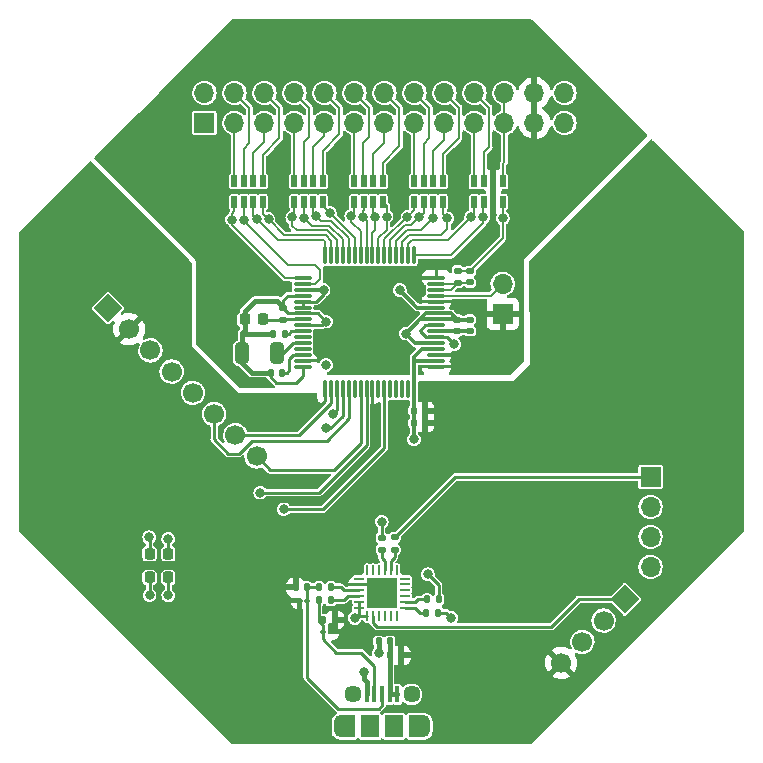
<source format=gbr>
%TF.GenerationSoftware,KiCad,Pcbnew,(6.0.10)*%
%TF.CreationDate,2023-01-11T14:45:21-05:00*%
%TF.ProjectId,cyton hat,6379746f-6e20-4686-9174-2e6b69636164,rev?*%
%TF.SameCoordinates,Original*%
%TF.FileFunction,Copper,L1,Top*%
%TF.FilePolarity,Positive*%
%FSLAX46Y46*%
G04 Gerber Fmt 4.6, Leading zero omitted, Abs format (unit mm)*
G04 Created by KiCad (PCBNEW (6.0.10)) date 2023-01-11 14:45:21*
%MOMM*%
%LPD*%
G01*
G04 APERTURE LIST*
G04 Aperture macros list*
%AMRoundRect*
0 Rectangle with rounded corners*
0 $1 Rounding radius*
0 $2 $3 $4 $5 $6 $7 $8 $9 X,Y pos of 4 corners*
0 Add a 4 corners polygon primitive as box body*
4,1,4,$2,$3,$4,$5,$6,$7,$8,$9,$2,$3,0*
0 Add four circle primitives for the rounded corners*
1,1,$1+$1,$2,$3*
1,1,$1+$1,$4,$5*
1,1,$1+$1,$6,$7*
1,1,$1+$1,$8,$9*
0 Add four rect primitives between the rounded corners*
20,1,$1+$1,$2,$3,$4,$5,0*
20,1,$1+$1,$4,$5,$6,$7,0*
20,1,$1+$1,$6,$7,$8,$9,0*
20,1,$1+$1,$8,$9,$2,$3,0*%
%AMHorizOval*
0 Thick line with rounded ends*
0 $1 width*
0 $2 $3 position (X,Y) of the first rounded end (center of the circle)*
0 $4 $5 position (X,Y) of the second rounded end (center of the circle)*
0 Add line between two ends*
20,1,$1,$2,$3,$4,$5,0*
0 Add two circle primitives to create the rounded ends*
1,1,$1,$2,$3*
1,1,$1,$4,$5*%
%AMRotRect*
0 Rectangle, with rotation*
0 The origin of the aperture is its center*
0 $1 length*
0 $2 width*
0 $3 Rotation angle, in degrees counterclockwise*
0 Add horizontal line*
21,1,$1,$2,0,0,$3*%
G04 Aperture macros list end*
%TA.AperFunction,SMDPad,CuDef*%
%ADD10RoundRect,0.225000X0.225000X0.250000X-0.225000X0.250000X-0.225000X-0.250000X0.225000X-0.250000X0*%
%TD*%
%TA.AperFunction,SMDPad,CuDef*%
%ADD11RoundRect,0.218750X-0.218750X-0.256250X0.218750X-0.256250X0.218750X0.256250X-0.218750X0.256250X0*%
%TD*%
%TA.AperFunction,SMDPad,CuDef*%
%ADD12RoundRect,0.037100X-0.227900X0.447900X-0.227900X-0.447900X0.227900X-0.447900X0.227900X0.447900X0*%
%TD*%
%TA.AperFunction,SMDPad,CuDef*%
%ADD13RoundRect,0.037100X0.227900X-0.447900X0.227900X0.447900X-0.227900X0.447900X-0.227900X-0.447900X0*%
%TD*%
%TA.AperFunction,SMDPad,CuDef*%
%ADD14RoundRect,0.147500X-0.147500X-0.172500X0.147500X-0.172500X0.147500X0.172500X-0.147500X0.172500X0*%
%TD*%
%TA.AperFunction,SMDPad,CuDef*%
%ADD15RoundRect,0.140000X0.170000X-0.140000X0.170000X0.140000X-0.170000X0.140000X-0.170000X-0.140000X0*%
%TD*%
%TA.AperFunction,SMDPad,CuDef*%
%ADD16RoundRect,0.140000X-0.170000X0.140000X-0.170000X-0.140000X0.170000X-0.140000X0.170000X0.140000X0*%
%TD*%
%TA.AperFunction,SMDPad,CuDef*%
%ADD17RoundRect,0.135000X-0.185000X0.135000X-0.185000X-0.135000X0.185000X-0.135000X0.185000X0.135000X0*%
%TD*%
%TA.AperFunction,SMDPad,CuDef*%
%ADD18RoundRect,0.135000X-0.135000X-0.185000X0.135000X-0.185000X0.135000X0.185000X-0.135000X0.185000X0*%
%TD*%
%TA.AperFunction,SMDPad,CuDef*%
%ADD19RoundRect,0.140000X-0.140000X-0.170000X0.140000X-0.170000X0.140000X0.170000X-0.140000X0.170000X0*%
%TD*%
%TA.AperFunction,ComponentPad*%
%ADD20RotRect,1.700000X1.700000X315.000000*%
%TD*%
%TA.AperFunction,ComponentPad*%
%ADD21HorizOval,1.700000X0.000000X0.000000X0.000000X0.000000X0*%
%TD*%
%TA.AperFunction,SMDPad,CuDef*%
%ADD22RoundRect,0.062500X-0.350000X-0.062500X0.350000X-0.062500X0.350000X0.062500X-0.350000X0.062500X0*%
%TD*%
%TA.AperFunction,SMDPad,CuDef*%
%ADD23RoundRect,0.062500X-0.062500X-0.350000X0.062500X-0.350000X0.062500X0.350000X-0.062500X0.350000X0*%
%TD*%
%TA.AperFunction,SMDPad,CuDef*%
%ADD24R,2.600000X2.600000*%
%TD*%
%TA.AperFunction,ComponentPad*%
%ADD25R,1.700000X1.700000*%
%TD*%
%TA.AperFunction,ComponentPad*%
%ADD26O,1.700000X1.700000*%
%TD*%
%TA.AperFunction,SMDPad,CuDef*%
%ADD27RoundRect,0.100000X-0.130000X-0.100000X0.130000X-0.100000X0.130000X0.100000X-0.130000X0.100000X0*%
%TD*%
%TA.AperFunction,SMDPad,CuDef*%
%ADD28R,0.400000X1.350000*%
%TD*%
%TA.AperFunction,ComponentPad*%
%ADD29O,1.200000X1.900000*%
%TD*%
%TA.AperFunction,SMDPad,CuDef*%
%ADD30R,1.200000X1.900000*%
%TD*%
%TA.AperFunction,SMDPad,CuDef*%
%ADD31R,1.500000X1.900000*%
%TD*%
%TA.AperFunction,ComponentPad*%
%ADD32C,1.450000*%
%TD*%
%TA.AperFunction,SMDPad,CuDef*%
%ADD33RoundRect,0.135000X0.135000X0.185000X-0.135000X0.185000X-0.135000X-0.185000X0.135000X-0.185000X0*%
%TD*%
%TA.AperFunction,SMDPad,CuDef*%
%ADD34RoundRect,0.075000X-0.075000X0.662500X-0.075000X-0.662500X0.075000X-0.662500X0.075000X0.662500X0*%
%TD*%
%TA.AperFunction,SMDPad,CuDef*%
%ADD35RoundRect,0.075000X-0.662500X0.075000X-0.662500X-0.075000X0.662500X-0.075000X0.662500X0.075000X0*%
%TD*%
%TA.AperFunction,SMDPad,CuDef*%
%ADD36RoundRect,0.135000X0.185000X-0.135000X0.185000X0.135000X-0.185000X0.135000X-0.185000X-0.135000X0*%
%TD*%
%TA.AperFunction,SMDPad,CuDef*%
%ADD37RoundRect,0.100000X0.130000X0.100000X-0.130000X0.100000X-0.130000X-0.100000X0.130000X-0.100000X0*%
%TD*%
%TA.AperFunction,SMDPad,CuDef*%
%ADD38RoundRect,0.147500X0.147500X0.172500X-0.147500X0.172500X-0.147500X-0.172500X0.147500X-0.172500X0*%
%TD*%
%TA.AperFunction,ComponentPad*%
%ADD39RotRect,1.700000X1.700000X45.000000*%
%TD*%
%TA.AperFunction,ComponentPad*%
%ADD40HorizOval,1.700000X0.000000X0.000000X0.000000X0.000000X0*%
%TD*%
%TA.AperFunction,SMDPad,CuDef*%
%ADD41RoundRect,0.250000X-0.325000X-0.650000X0.325000X-0.650000X0.325000X0.650000X-0.325000X0.650000X0*%
%TD*%
%TA.AperFunction,ViaPad*%
%ADD42C,0.800000*%
%TD*%
%TA.AperFunction,Conductor*%
%ADD43C,0.250000*%
%TD*%
%TA.AperFunction,Conductor*%
%ADD44C,0.203200*%
%TD*%
%TA.AperFunction,Conductor*%
%ADD45C,0.406400*%
%TD*%
%TA.AperFunction,Conductor*%
%ADD46C,0.304800*%
%TD*%
%TA.AperFunction,Conductor*%
%ADD47C,0.254000*%
%TD*%
G04 APERTURE END LIST*
D10*
%TO.P,C13,1*%
%TO.N,Net-(C13-Pad1)*%
X129603800Y-101625400D03*
%TO.P,C13,2*%
%TO.N,VSSA*%
X128053800Y-101625400D03*
%TD*%
D11*
%TO.P,D11,1,K*%
%TO.N,Net-(D11-Pad1)*%
X120014800Y-123469400D03*
%TO.P,D11,2,A*%
%TO.N,VDD*%
X121589800Y-123469400D03*
%TD*%
D12*
%TO.P,R2,1*%
%TO.N,/3N*%
X134683200Y-89916000D03*
%TO.P,R2,2*%
%TO.N,/3P*%
X133883200Y-89916000D03*
%TO.P,R2,3*%
%TO.N,/2N*%
X133083200Y-89916000D03*
%TO.P,R2,4*%
%TO.N,/2P*%
X132283200Y-89916000D03*
D13*
%TO.P,R2,5*%
%TO.N,/Daisy Functionality/IN2P*%
X132283200Y-91666000D03*
%TO.P,R2,6*%
%TO.N,/Daisy Functionality/IN2N*%
X133083200Y-91666000D03*
%TO.P,R2,7*%
%TO.N,/Daisy Functionality/IN3P*%
X133883200Y-91666000D03*
%TO.P,R2,8*%
%TO.N,/Daisy Functionality/IN3N*%
X134683200Y-91666000D03*
%TD*%
D14*
%TO.P,D7,1*%
%TO.N,Net-(C17-Pad1)*%
X134719200Y-127076200D03*
%TO.P,D7,2*%
%TO.N,GNDA*%
X135689200Y-127076200D03*
%TD*%
D15*
%TO.P,C14,1*%
%TO.N,Net-(C13-Pad1)*%
X131343400Y-101648200D03*
%TO.P,C14,2*%
%TO.N,VSSA*%
X131343400Y-100688200D03*
%TD*%
D16*
%TO.P,C15,1*%
%TO.N,/Daisy Functionality/BIAS_DRV*%
X147143900Y-97528000D03*
%TO.P,C15,2*%
%TO.N,Net-(C15-Pad2)*%
X147143900Y-98488000D03*
%TD*%
D17*
%TO.P,R6,1*%
%TO.N,/Daisy Functionality/BIAS_DRV*%
X146102500Y-97496000D03*
%TO.P,R6,2*%
%TO.N,Net-(C15-Pad2)*%
X146102500Y-98516000D03*
%TD*%
D18*
%TO.P,R8,1*%
%TO.N,Net-(C17-Pad1)*%
X134338600Y-125399800D03*
%TO.P,R8,2*%
%TO.N,Net-(R8-Pad2)*%
X135358600Y-125399800D03*
%TD*%
D12*
%TO.P,R1,1*%
%TO.N,/1N*%
X129603200Y-89916000D03*
%TO.P,R1,2*%
%TO.N,/1P*%
X128803200Y-89916000D03*
%TO.P,R1,3*%
%TO.N,/SRB2*%
X128003200Y-89916000D03*
%TO.P,R1,4*%
%TO.N,/SRB1*%
X127203200Y-89916000D03*
D13*
%TO.P,R1,5*%
%TO.N,/Daisy Functionality/_SRB1*%
X127203200Y-91666000D03*
%TO.P,R1,6*%
%TO.N,/Daisy Functionality/_SRB2*%
X128003200Y-91666000D03*
%TO.P,R1,7*%
%TO.N,/Daisy Functionality/IN1P*%
X128803200Y-91666000D03*
%TO.P,R1,8*%
%TO.N,/Daisy Functionality/IN1N*%
X129603200Y-91666000D03*
%TD*%
D19*
%TO.P,C11,1*%
%TO.N,VSSA*%
X130281800Y-106146600D03*
%TO.P,C11,2*%
%TO.N,Net-(C11-Pad2)*%
X131241800Y-106146600D03*
%TD*%
D14*
%TO.P,L1,1,1*%
%TO.N,Net-(C16-Pad2)*%
X140355600Y-130073400D03*
%TO.P,L1,2,2*%
%TO.N,GNDA*%
X141325600Y-130073400D03*
%TD*%
D12*
%TO.P,R5,1*%
%TO.N,/BIAS*%
X149923200Y-89941400D03*
%TO.P,R5,2*%
%TO.N,GNDA*%
X149123200Y-89941400D03*
%TO.P,R5,3*%
%TO.N,/8N*%
X148323200Y-89941400D03*
%TO.P,R5,4*%
%TO.N,/8P*%
X147523200Y-89941400D03*
D13*
%TO.P,R5,5*%
%TO.N,/Daisy Functionality/IN8P*%
X147523200Y-91691400D03*
%TO.P,R5,6*%
%TO.N,/Daisy Functionality/IN8N*%
X148323200Y-91691400D03*
%TO.P,R5,7*%
%TO.N,GNDA*%
X149123200Y-91691400D03*
%TO.P,R5,8*%
%TO.N,/Daisy Functionality/BIAS_DRV*%
X149923200Y-91691400D03*
%TD*%
D20*
%TO.P,J3,1,Pin_1*%
%TO.N,VCOM*%
X160248600Y-125323600D03*
D21*
%TO.P,J3,2,Pin_2*%
%TO.N,unconnected-(J3-Pad2)*%
X158452549Y-127119651D03*
%TO.P,J3,3,Pin_3*%
%TO.N,VDD*%
X156656498Y-128915702D03*
%TO.P,J3,4,Pin_4*%
%TO.N,GNDA*%
X154860446Y-130711754D03*
%TD*%
D19*
%TO.P,C19,1*%
%TO.N,VDD*%
X142392400Y-110388400D03*
%TO.P,C19,2*%
%TO.N,GNDA*%
X143352400Y-110388400D03*
%TD*%
D22*
%TO.P,U2,1,~{RI}/CLK*%
%TO.N,unconnected-(U2-Pad1)*%
X137762500Y-123565600D03*
%TO.P,U2,2,GND*%
%TO.N,GNDA*%
X137762500Y-124065600D03*
%TO.P,U2,3,D+*%
%TO.N,Net-(R7-Pad2)*%
X137762500Y-124565600D03*
%TO.P,U2,4,D-*%
%TO.N,Net-(R8-Pad2)*%
X137762500Y-125065600D03*
%TO.P,U2,5,VIO*%
%TO.N,VDD*%
X137762500Y-125565600D03*
%TO.P,U2,6,VDD*%
X137762500Y-126065600D03*
D23*
%TO.P,U2,7,VREGIN*%
X138450000Y-126753100D03*
%TO.P,U2,8,VBUS*%
%TO.N,VCOM*%
X138950000Y-126753100D03*
%TO.P,U2,9,~{RST}*%
%TO.N,unconnected-(U2-Pad9)*%
X139450000Y-126753100D03*
%TO.P,U2,10,NC*%
%TO.N,unconnected-(U2-Pad10)*%
X139950000Y-126753100D03*
%TO.P,U2,11,~{WAKEUP}/GPIO.3*%
%TO.N,unconnected-(U2-Pad11)*%
X140450000Y-126753100D03*
%TO.P,U2,12,RS485/GPIO.2*%
%TO.N,unconnected-(U2-Pad12)*%
X140950000Y-126753100D03*
D22*
%TO.P,U2,13,~{RXT}/GPIO.1*%
%TO.N,Net-(R12-Pad2)*%
X141637500Y-126065600D03*
%TO.P,U2,14,~{TXT}/GPIO.0*%
%TO.N,Net-(R11-Pad2)*%
X141637500Y-125565600D03*
%TO.P,U2,15,~{SUSPEND}*%
%TO.N,unconnected-(U2-Pad15)*%
X141637500Y-125065600D03*
%TO.P,U2,16,NC*%
%TO.N,unconnected-(U2-Pad16)*%
X141637500Y-124565600D03*
%TO.P,U2,17,SUSPEND*%
%TO.N,unconnected-(U2-Pad17)*%
X141637500Y-124065600D03*
%TO.P,U2,18,~{CTS}*%
%TO.N,unconnected-(U2-Pad18)*%
X141637500Y-123565600D03*
D23*
%TO.P,U2,19,~{RTS}*%
%TO.N,unconnected-(U2-Pad19)*%
X140950000Y-122878100D03*
%TO.P,U2,20,RXD*%
%TO.N,Net-(R10-Pad1)*%
X140450000Y-122878100D03*
%TO.P,U2,21,TXD*%
%TO.N,Net-(R9-Pad1)*%
X139950000Y-122878100D03*
%TO.P,U2,22,~{DSR}*%
%TO.N,unconnected-(U2-Pad22)*%
X139450000Y-122878100D03*
%TO.P,U2,23,~{DTR}*%
%TO.N,unconnected-(U2-Pad23)*%
X138950000Y-122878100D03*
%TO.P,U2,24,~{DCD}*%
%TO.N,unconnected-(U2-Pad24)*%
X138450000Y-122878100D03*
D24*
%TO.P,U2,25,GND*%
%TO.N,GNDA*%
X139700000Y-124815600D03*
%TD*%
D25*
%TO.P,J1,1,Pin_1*%
%TO.N,VSSA*%
X124663200Y-84988400D03*
D26*
%TO.P,J1,2,Pin_2*%
X124663200Y-82448400D03*
%TO.P,J1,3,Pin_3*%
%TO.N,/SRB1*%
X127203200Y-84988400D03*
%TO.P,J1,4,Pin_4*%
%TO.N,/SRB2*%
X127203200Y-82448400D03*
%TO.P,J1,5,Pin_5*%
%TO.N,/1P*%
X129743200Y-84988400D03*
%TO.P,J1,6,Pin_6*%
%TO.N,/1N*%
X129743200Y-82448400D03*
%TO.P,J1,7,Pin_7*%
%TO.N,/2P*%
X132283200Y-84988400D03*
%TO.P,J1,8,Pin_8*%
%TO.N,/2N*%
X132283200Y-82448400D03*
%TO.P,J1,9,Pin_9*%
%TO.N,/3P*%
X134823200Y-84988400D03*
%TO.P,J1,10,Pin_10*%
%TO.N,/3N*%
X134823200Y-82448400D03*
%TO.P,J1,11,Pin_11*%
%TO.N,/4P*%
X137363200Y-84988400D03*
%TO.P,J1,12,Pin_12*%
%TO.N,/4N*%
X137363200Y-82448400D03*
%TO.P,J1,13,Pin_13*%
%TO.N,/5P*%
X139903200Y-84988400D03*
%TO.P,J1,14,Pin_14*%
%TO.N,/5N*%
X139903200Y-82448400D03*
%TO.P,J1,15,Pin_15*%
%TO.N,/6P*%
X142443200Y-84988400D03*
%TO.P,J1,16,Pin_16*%
%TO.N,/6N*%
X142443200Y-82448400D03*
%TO.P,J1,17,Pin_17*%
%TO.N,/7P*%
X144983200Y-84988400D03*
%TO.P,J1,18,Pin_18*%
%TO.N,/7N*%
X144983200Y-82448400D03*
%TO.P,J1,19,Pin_19*%
%TO.N,/8P*%
X147523200Y-84988400D03*
%TO.P,J1,20,Pin_20*%
%TO.N,/8N*%
X147523200Y-82448400D03*
%TO.P,J1,21,Pin_21*%
%TO.N,/BIAS*%
X150063200Y-84988400D03*
%TO.P,J1,22,Pin_22*%
X150063200Y-82448400D03*
%TO.P,J1,23,Pin_23*%
%TO.N,GNDA*%
X152603200Y-84988400D03*
%TO.P,J1,24,Pin_24*%
X152603200Y-82448400D03*
%TO.P,J1,25,Pin_25*%
%TO.N,VDDA*%
X155143200Y-84988400D03*
%TO.P,J1,26,Pin_26*%
X155143200Y-82448400D03*
%TD*%
D27*
%TO.P,C17,1*%
%TO.N,Net-(C17-Pad1)*%
X134696200Y-128066800D03*
%TO.P,C17,2*%
%TO.N,GNDA*%
X135336200Y-128066800D03*
%TD*%
D25*
%TO.P,J5,1,Pin_1*%
%TO.N,/RXD*%
X162433000Y-114960400D03*
D26*
%TO.P,J5,2,Pin_2*%
%TO.N,/TXD*%
X162433000Y-117500400D03*
%TO.P,J5,3,Pin_3*%
%TO.N,unconnected-(J5-Pad3)*%
X162433000Y-120040400D03*
%TO.P,J5,4,Pin_4*%
%TO.N,unconnected-(J5-Pad4)*%
X162433000Y-122580400D03*
%TD*%
D28*
%TO.P,CONN1,1,VBUS*%
%TO.N,Net-(C16-Pad1)*%
X138400000Y-133380300D03*
%TO.P,CONN1,2,D-*%
%TO.N,Net-(C17-Pad1)*%
X139050000Y-133380300D03*
%TO.P,CONN1,3,D+*%
%TO.N,Net-(C18-Pad1)*%
X139700000Y-133380300D03*
%TO.P,CONN1,4,ID*%
%TO.N,Net-(C16-Pad2)*%
X140350000Y-133380300D03*
%TO.P,CONN1,5,GND*%
X141000000Y-133380300D03*
D29*
%TO.P,CONN1,6,Shield*%
%TO.N,unconnected-(CONN1-Pad6)*%
X136200000Y-136080300D03*
D30*
X136800000Y-136080300D03*
D31*
X138700000Y-136080300D03*
D29*
X143200000Y-136080300D03*
D32*
X137200000Y-133380300D03*
D30*
X142600000Y-136080300D03*
D31*
X140700000Y-136080300D03*
D32*
X142200000Y-133380300D03*
%TD*%
D16*
%TO.P,C10,1*%
%TO.N,VSSA*%
X146075400Y-101650800D03*
%TO.P,C10,2*%
%TO.N,Net-(C10-Pad2)*%
X146075400Y-102610800D03*
%TD*%
D33*
%TO.P,R12,1*%
%TO.N,Net-(D11-Pad1)*%
X144477200Y-126441200D03*
%TO.P,R12,2*%
%TO.N,Net-(R12-Pad2)*%
X143457200Y-126441200D03*
%TD*%
D19*
%TO.P,C16,1*%
%TO.N,Net-(C16-Pad1)*%
X139400400Y-128879600D03*
%TO.P,C16,2*%
%TO.N,Net-(C16-Pad2)*%
X140360400Y-128879600D03*
%TD*%
D34*
%TO.P,U1,1,IN8N*%
%TO.N,/Daisy Functionality/IN8N*%
X142384900Y-96206300D03*
%TO.P,U1,2,IN8P*%
%TO.N,/Daisy Functionality/IN8P*%
X141884900Y-96206300D03*
%TO.P,U1,3,IN7P*%
%TO.N,/Daisy Functionality/IN7N*%
X141384900Y-96206300D03*
%TO.P,U1,4,IN7N*%
%TO.N,/Daisy Functionality/IN7P*%
X140884900Y-96206300D03*
%TO.P,U1,5,IN6N*%
%TO.N,/Daisy Functionality/IN6N*%
X140384900Y-96206300D03*
%TO.P,U1,6,IN6P*%
%TO.N,/Daisy Functionality/IN6P*%
X139884900Y-96206300D03*
%TO.P,U1,7,IN5N*%
%TO.N,/Daisy Functionality/IN5N*%
X139384900Y-96206300D03*
%TO.P,U1,8,IN5P*%
%TO.N,/Daisy Functionality/IN5P*%
X138884900Y-96206300D03*
%TO.P,U1,9,IN4N*%
%TO.N,/Daisy Functionality/IN4N*%
X138384900Y-96206300D03*
%TO.P,U1,10,IN4P*%
%TO.N,/Daisy Functionality/IN4P*%
X137884900Y-96206300D03*
%TO.P,U1,11,IN3N*%
%TO.N,/Daisy Functionality/IN3N*%
X137384900Y-96206300D03*
%TO.P,U1,12,IN3P*%
%TO.N,/Daisy Functionality/IN3P*%
X136884900Y-96206300D03*
%TO.P,U1,13,IN2N*%
%TO.N,/Daisy Functionality/IN2N*%
X136384900Y-96206300D03*
%TO.P,U1,14,IN2P*%
%TO.N,/Daisy Functionality/IN2P*%
X135884900Y-96206300D03*
%TO.P,U1,15,IN1N*%
%TO.N,/Daisy Functionality/IN1N*%
X135384900Y-96206300D03*
%TO.P,U1,16,IN1P*%
%TO.N,/Daisy Functionality/IN1P*%
X134884900Y-96206300D03*
D35*
%TO.P,U1,17,TESTP_PACE_OUT1*%
%TO.N,/Daisy Functionality/_SRB1*%
X132972400Y-98118800D03*
%TO.P,U1,18,TESTP_PACE_OUT2*%
%TO.N,/Daisy Functionality/_SRB2*%
X132972400Y-98618800D03*
%TO.P,U1,19,AVDD*%
%TO.N,VDDA*%
X132972400Y-99118800D03*
%TO.P,U1,20,AVSS*%
%TO.N,VSSA*%
X132972400Y-99618800D03*
%TO.P,U1,21,AVDD*%
%TO.N,VDDA*%
X132972400Y-100118800D03*
%TO.P,U1,22,AVDD*%
X132972400Y-100618800D03*
%TO.P,U1,23,AVSS*%
%TO.N,VSSA*%
X132972400Y-101118800D03*
%TO.P,U1,24,VREFP*%
%TO.N,Net-(C13-Pad1)*%
X132972400Y-101618800D03*
%TO.P,U1,25,VREFN*%
%TO.N,VSSA*%
X132972400Y-102118800D03*
%TO.P,U1,26,VCAP4*%
%TO.N,Net-(C6-Pad2)*%
X132972400Y-102618800D03*
%TO.P,U1,27,NC*%
%TO.N,unconnected-(U1-Pad27)*%
X132972400Y-103118800D03*
%TO.P,U1,28,VCAP1*%
%TO.N,Net-(C12-Pad2)*%
X132972400Y-103618800D03*
%TO.P,U1,29,NC*%
%TO.N,unconnected-(U1-Pad29)*%
X132972400Y-104118800D03*
%TO.P,U1,30,VCAP2*%
%TO.N,Net-(C11-Pad2)*%
X132972400Y-104618800D03*
%TO.P,U1,31,RESV1*%
%TO.N,GNDA*%
X132972400Y-105118800D03*
%TO.P,U1,32,AVSS*%
%TO.N,VSSA*%
X132972400Y-105618800D03*
D34*
%TO.P,U1,33,DGND*%
%TO.N,GNDA*%
X134884900Y-107531300D03*
%TO.P,U1,34,DIN*%
%TO.N,/MOSI*%
X135384900Y-107531300D03*
%TO.P,U1,35,~{PWDN}*%
%TO.N,VDD*%
X135884900Y-107531300D03*
%TO.P,U1,36,~{RESET}*%
%TO.N,/RESET*%
X136384900Y-107531300D03*
%TO.P,U1,37,CLK*%
%TO.N,/CLK*%
X136884900Y-107531300D03*
%TO.P,U1,38,START*%
%TO.N,unconnected-(U1-Pad38)*%
X137384900Y-107531300D03*
%TO.P,U1,39,~{CS}*%
%TO.N,/CS2*%
X137884900Y-107531300D03*
%TO.P,U1,40,SCLK*%
%TO.N,/SCLK*%
X138384900Y-107531300D03*
%TO.P,U1,41,DAISY_IN*%
%TO.N,GNDA*%
X138884900Y-107531300D03*
%TO.P,U1,42,GPIO1*%
%TO.N,unconnected-(U1-Pad42)*%
X139384900Y-107531300D03*
%TO.P,U1,43,DOUT*%
%TO.N,/_MISO*%
X139884900Y-107531300D03*
%TO.P,U1,44,GPIO2*%
%TO.N,unconnected-(U1-Pad44)*%
X140384900Y-107531300D03*
%TO.P,U1,45,GPIO3*%
%TO.N,unconnected-(U1-Pad45)*%
X140884900Y-107531300D03*
%TO.P,U1,46,GPIO4*%
%TO.N,unconnected-(U1-Pad46)*%
X141384900Y-107531300D03*
%TO.P,U1,47,~{DRDY}*%
%TO.N,/Daisy Functionality/_DRDY*%
X141884900Y-107531300D03*
%TO.P,U1,48,DVDD*%
%TO.N,VDD*%
X142384900Y-107531300D03*
D35*
%TO.P,U1,49,DGND*%
%TO.N,GNDA*%
X144297400Y-105618800D03*
%TO.P,U1,50,DVDD*%
%TO.N,VDD*%
X144297400Y-105118800D03*
%TO.P,U1,51,DGND*%
%TO.N,GNDA*%
X144297400Y-104618800D03*
%TO.P,U1,52,CLKSEL*%
%TO.N,VDD*%
X144297400Y-104118800D03*
%TO.P,U1,53,AVSS1*%
%TO.N,VSSA*%
X144297400Y-103618800D03*
%TO.P,U1,54,AVDD1*%
%TO.N,VDDA*%
X144297400Y-103118800D03*
%TO.P,U1,55,VCAP3*%
%TO.N,Net-(C10-Pad2)*%
X144297400Y-102618800D03*
%TO.P,U1,56,AVDD*%
%TO.N,VDDA*%
X144297400Y-102118800D03*
%TO.P,U1,57,AVSS*%
%TO.N,VSSA*%
X144297400Y-101618800D03*
%TO.P,U1,58,AVSS*%
X144297400Y-101118800D03*
%TO.P,U1,59,AVDD*%
%TO.N,VDDA*%
X144297400Y-100618800D03*
%TO.P,U1,60,RLDREF*%
%TO.N,GNDA*%
X144297400Y-100118800D03*
%TO.P,U1,61,RLDINV*%
%TO.N,/BIAS_INV*%
X144297400Y-99618800D03*
%TO.P,U1,62,RLDIN*%
%TO.N,Net-(C15-Pad2)*%
X144297400Y-99118800D03*
%TO.P,U1,63,RLDOUT*%
X144297400Y-98618800D03*
%TO.P,U1,64,WCT*%
%TO.N,GNDA*%
X144297400Y-98118800D03*
%TD*%
D11*
%TO.P,D10,1,K*%
%TO.N,Net-(D10-Pad1)*%
X120014800Y-121462800D03*
%TO.P,D10,2,A*%
%TO.N,VDD*%
X121589800Y-121462800D03*
%TD*%
D18*
%TO.P,R7,1*%
%TO.N,Net-(C18-Pad1)*%
X134364000Y-124282200D03*
%TO.P,R7,2*%
%TO.N,Net-(R7-Pad2)*%
X135384000Y-124282200D03*
%TD*%
D36*
%TO.P,R10,1*%
%TO.N,Net-(R10-Pad1)*%
X140766800Y-121107200D03*
%TO.P,R10,2*%
%TO.N,/RXD*%
X140766800Y-120087200D03*
%TD*%
D37*
%TO.P,C18,1*%
%TO.N,Net-(C18-Pad1)*%
X133350400Y-125425200D03*
%TO.P,C18,2*%
%TO.N,GNDA*%
X132710400Y-125425200D03*
%TD*%
D16*
%TO.P,C8,1*%
%TO.N,VSSA*%
X147142200Y-101650800D03*
%TO.P,C8,2*%
%TO.N,Net-(C10-Pad2)*%
X147142200Y-102610800D03*
%TD*%
D25*
%TO.P,J4,1,Pin_1*%
%TO.N,GNDA*%
X149910800Y-101142800D03*
D26*
%TO.P,J4,2,Pin_2*%
%TO.N,/BIAS_INV*%
X149910800Y-98602800D03*
%TD*%
D33*
%TO.P,R11,1*%
%TO.N,Net-(D10-Pad1)*%
X144502600Y-125323600D03*
%TO.P,R11,2*%
%TO.N,Net-(R11-Pad2)*%
X143482600Y-125323600D03*
%TD*%
D38*
%TO.P,D8,1*%
%TO.N,Net-(C18-Pad1)*%
X133350000Y-124307600D03*
%TO.P,D8,2*%
%TO.N,GNDA*%
X132380000Y-124307600D03*
%TD*%
D12*
%TO.P,R4,1*%
%TO.N,/7N*%
X144830600Y-89916000D03*
%TO.P,R4,2*%
%TO.N,/7P*%
X144030600Y-89916000D03*
%TO.P,R4,3*%
%TO.N,/6N*%
X143230600Y-89916000D03*
%TO.P,R4,4*%
%TO.N,/6P*%
X142430600Y-89916000D03*
D13*
%TO.P,R4,5*%
%TO.N,/Daisy Functionality/IN6P*%
X142430600Y-91666000D03*
%TO.P,R4,6*%
%TO.N,/Daisy Functionality/IN6N*%
X143230600Y-91666000D03*
%TO.P,R4,7*%
%TO.N,/Daisy Functionality/IN7P*%
X144030600Y-91666000D03*
%TO.P,R4,8*%
%TO.N,/Daisy Functionality/IN7N*%
X144830600Y-91666000D03*
%TD*%
D19*
%TO.P,C6,1*%
%TO.N,VSSA*%
X130485000Y-102844600D03*
%TO.P,C6,2*%
%TO.N,Net-(C6-Pad2)*%
X131445000Y-102844600D03*
%TD*%
D12*
%TO.P,R3,1*%
%TO.N,/5N*%
X139763200Y-89916000D03*
%TO.P,R3,2*%
%TO.N,/5P*%
X138963200Y-89916000D03*
%TO.P,R3,3*%
%TO.N,/4N*%
X138163200Y-89916000D03*
%TO.P,R3,4*%
%TO.N,/4P*%
X137363200Y-89916000D03*
D13*
%TO.P,R3,5*%
%TO.N,/Daisy Functionality/IN4P*%
X137363200Y-91666000D03*
%TO.P,R3,6*%
%TO.N,/Daisy Functionality/IN4N*%
X138163200Y-91666000D03*
%TO.P,R3,7*%
%TO.N,/Daisy Functionality/IN5P*%
X138963200Y-91666000D03*
%TO.P,R3,8*%
%TO.N,/Daisy Functionality/IN5N*%
X139763200Y-91666000D03*
%TD*%
D19*
%TO.P,C21,1*%
%TO.N,VDD*%
X142392400Y-109347000D03*
%TO.P,C21,2*%
%TO.N,GNDA*%
X143352400Y-109347000D03*
%TD*%
D39*
%TO.P,J2,1,Pin_1*%
%TO.N,VDD*%
X116500000Y-100650000D03*
D40*
%TO.P,J2,2,Pin_2*%
%TO.N,GNDA*%
X118296051Y-102446051D03*
%TO.P,J2,3,Pin_3*%
%TO.N,/_MISO*%
X120092102Y-104242102D03*
%TO.P,J2,4,Pin_4*%
%TO.N,/SCLK*%
X121888154Y-106038154D03*
%TO.P,J2,5,Pin_5*%
%TO.N,/RESET*%
X123684205Y-107834205D03*
%TO.P,J2,6,Pin_6*%
%TO.N,/CLK*%
X125480256Y-109630256D03*
%TO.P,J2,7,Pin_7*%
%TO.N,/MOSI*%
X127276307Y-111426307D03*
%TO.P,J2,8,Pin_8*%
%TO.N,/CS2*%
X129072359Y-113222359D03*
%TD*%
D36*
%TO.P,R9,1*%
%TO.N,Net-(R9-Pad1)*%
X139674600Y-121132600D03*
%TO.P,R9,2*%
%TO.N,/TXD*%
X139674600Y-120112600D03*
%TD*%
D41*
%TO.P,C12,1*%
%TO.N,VSSA*%
X127861800Y-104470200D03*
%TO.P,C12,2*%
%TO.N,Net-(C12-Pad2)*%
X130811800Y-104470200D03*
%TD*%
D42*
%TO.N,/Daisy Functionality/_SRB1*%
X127003697Y-93167200D03*
%TO.N,/Daisy Functionality/_SRB2*%
X128003200Y-93167200D03*
%TO.N,/Daisy Functionality/IN1P*%
X129070100Y-93103700D03*
%TO.N,/Daisy Functionality/IN1N*%
X130086327Y-93130684D03*
%TO.N,/Daisy Functionality/IN2P*%
X132096905Y-92986254D03*
%TO.N,/Daisy Functionality/IN2N*%
X133096000Y-93014800D03*
%TO.N,/Daisy Functionality/IN3P*%
X134094731Y-92842500D03*
%TO.N,/Daisy Functionality/IN3N*%
X135275931Y-92594901D03*
%TO.N,/Daisy Functionality/IN4P*%
X137083800Y-92862400D03*
%TO.N,/Daisy Functionality/IN4N*%
X138081846Y-92916348D03*
%TO.N,/Daisy Functionality/IN5P*%
X139081343Y-92913148D03*
%TO.N,/Daisy Functionality/IN5N*%
X140080845Y-92913206D03*
%TO.N,/Daisy Functionality/IN6P*%
X141851353Y-92913928D03*
%TO.N,/Daisy Functionality/IN6N*%
X142849600Y-92964000D03*
%TO.N,/Daisy Functionality/IN7P*%
X144030600Y-93015374D03*
%TO.N,/Daisy Functionality/IN7N*%
X145237200Y-93065600D03*
%TO.N,/Daisy Functionality/IN8P*%
X147243800Y-92913200D03*
%TO.N,/Daisy Functionality/IN8N*%
X148259800Y-92964000D03*
%TO.N,/Daisy Functionality/BIAS_DRV*%
X149923200Y-93027800D03*
%TO.N,VSSA*%
X134950200Y-101803200D03*
X134950200Y-105486200D03*
X141706600Y-102819200D03*
%TO.N,Net-(C16-Pad1)*%
X139420600Y-129870200D03*
X138150600Y-131495800D03*
%TO.N,VDD*%
X135534400Y-109601000D03*
X142392400Y-111785400D03*
X121589800Y-120192800D03*
X137388600Y-126898400D03*
X121589800Y-124993400D03*
%TO.N,VDDA*%
X141198600Y-99136200D03*
X134747000Y-99136200D03*
X145821400Y-103733600D03*
%TO.N,Net-(D10-Pad1)*%
X119989600Y-120065800D03*
X143573500Y-123202700D03*
%TO.N,Net-(D11-Pad1)*%
X145542000Y-126898400D03*
X120015000Y-124968000D03*
%TO.N,/_MISO*%
X131368800Y-117703600D03*
%TO.N,/SCLK*%
X129387600Y-116281200D03*
%TO.N,/RESET*%
X134975600Y-110845600D03*
%TO.N,/TXD*%
X139674600Y-118745000D03*
%TD*%
D43*
%TO.N,VSSA*%
X134950200Y-101803200D02*
X134634600Y-102118800D01*
X134634600Y-102118800D02*
X132972400Y-102118800D01*
X134950200Y-101803200D02*
X134265800Y-101118800D01*
X134265800Y-101118800D02*
X132972400Y-101118800D01*
%TO.N,GNDA*%
X138950000Y-124065600D02*
X139700000Y-124815600D01*
X132380000Y-122839200D02*
X132380000Y-124307600D01*
X135407400Y-122758200D02*
X132461000Y-122758200D01*
X137762500Y-124065600D02*
X136714800Y-124065600D01*
X136714800Y-124065600D02*
X135407400Y-122758200D01*
X137762500Y-124065600D02*
X138950000Y-124065600D01*
X132461000Y-122758200D02*
X132380000Y-122839200D01*
X134884900Y-107531300D02*
X134884900Y-108572704D01*
X134884900Y-108572704D02*
X134390702Y-109066902D01*
D44*
%TO.N,/Daisy Functionality/_SRB1*%
X131519800Y-98118800D02*
X132972400Y-98118800D01*
X127003697Y-93167200D02*
X127003697Y-92680903D01*
X127003697Y-93602697D02*
X131519800Y-98118800D01*
X127003697Y-92680903D02*
X127203200Y-92481400D01*
X127203200Y-92481400D02*
X127203200Y-91666000D01*
X127003697Y-93167200D02*
X127003697Y-93602697D01*
%TO.N,/Daisy Functionality/_SRB2*%
X134045200Y-98618800D02*
X132972400Y-98618800D01*
X134442200Y-97409000D02*
X134442200Y-98221800D01*
X128003200Y-93167200D02*
X128003200Y-91666000D01*
X134061200Y-97028000D02*
X134442200Y-97409000D01*
X128003200Y-93281400D02*
X131749800Y-97028000D01*
X128003200Y-93167200D02*
X128003200Y-93281400D01*
X134442200Y-98221800D02*
X134045200Y-98618800D01*
X131749800Y-97028000D02*
X134061200Y-97028000D01*
%TO.N,/Daisy Functionality/IN1P*%
X129070100Y-93103700D02*
X128803200Y-92836800D01*
X134884900Y-95032300D02*
X134884900Y-96206300D01*
X130860800Y-94894400D02*
X134747000Y-94894400D01*
X134747000Y-94894400D02*
X134884900Y-95032300D01*
X128803200Y-92836800D02*
X128803200Y-91666000D01*
X129070100Y-93103700D02*
X130860800Y-94894400D01*
%TO.N,/Daisy Functionality/IN1N*%
X129616200Y-91679000D02*
X129603200Y-91666000D01*
X130086327Y-93130684D02*
X129616200Y-92660557D01*
X135384900Y-94966615D02*
X135384900Y-96206300D01*
X131426000Y-94494400D02*
X134912686Y-94494400D01*
X134912686Y-94494400D02*
X135384900Y-94966615D01*
X129616200Y-92660557D02*
X129616200Y-91679000D01*
X130086327Y-93154727D02*
X131426000Y-94494400D01*
X130086327Y-93130684D02*
X130086327Y-93154727D01*
%TO.N,/Daisy Functionality/IN2P*%
X132096905Y-93717505D02*
X132473800Y-94094400D01*
X132096905Y-92986254D02*
X132283200Y-92799959D01*
X132473800Y-94094400D02*
X135078372Y-94094401D01*
X132283200Y-92799959D02*
X132283200Y-91666000D01*
X135078372Y-94094401D02*
X135884900Y-94900930D01*
X132096905Y-92986254D02*
X132096905Y-93717505D01*
X135884900Y-94900930D02*
X135884900Y-96206300D01*
%TO.N,/Daisy Functionality/IN2N*%
X133775600Y-93694400D02*
X135244058Y-93694401D01*
X136384900Y-94835245D02*
X136384900Y-96206300D01*
X133096000Y-93014800D02*
X133775600Y-93694400D01*
X135244058Y-93694401D02*
X136384900Y-94835245D01*
X133096000Y-93014800D02*
X133083200Y-93002000D01*
X133083200Y-93002000D02*
X133083200Y-91666000D01*
%TO.N,/Daisy Functionality/IN3P*%
X134094731Y-92842500D02*
X133883200Y-92630969D01*
X133883200Y-92630969D02*
X133883200Y-91666000D01*
X135409745Y-93294401D02*
X136884900Y-94769556D01*
X136884900Y-94769556D02*
X136884900Y-96206300D01*
X134546632Y-93294401D02*
X135409745Y-93294401D01*
X134094731Y-92842500D02*
X134546632Y-93294401D01*
%TO.N,/Daisy Functionality/IN3N*%
X134683200Y-92002170D02*
X134683200Y-91666000D01*
X135275931Y-92594901D02*
X137384900Y-94703870D01*
X135275931Y-92594901D02*
X134683200Y-92002170D01*
X137384900Y-94703870D02*
X137384900Y-96206300D01*
%TO.N,/Daisy Functionality/IN4P*%
X137083800Y-92862400D02*
X137083800Y-93356628D01*
X137083800Y-93356628D02*
X137884900Y-94157728D01*
X137363200Y-92583000D02*
X137083800Y-92862400D01*
X137884900Y-94157728D02*
X137884900Y-96206300D01*
X137363200Y-91666000D02*
X137363200Y-92583000D01*
%TO.N,/Daisy Functionality/IN4N*%
X138081846Y-92916348D02*
X138081846Y-92473754D01*
X138384900Y-93219402D02*
X138384900Y-96206300D01*
X138081846Y-92916348D02*
X138384900Y-93219402D01*
X138163200Y-92392400D02*
X138163200Y-91666000D01*
X138081846Y-92473754D02*
X138163200Y-92392400D01*
%TO.N,/Daisy Functionality/IN5P*%
X138884900Y-94287100D02*
X138884900Y-96206300D01*
X138963200Y-92795005D02*
X138963200Y-91666000D01*
X139081343Y-92913148D02*
X139081343Y-94090657D01*
X139081343Y-94090657D02*
X138884900Y-94287100D01*
X139081343Y-92913148D02*
X138963200Y-92795005D01*
%TO.N,/Daisy Functionality/IN5N*%
X140080845Y-94030955D02*
X139384900Y-94726900D01*
X140080845Y-92913206D02*
X140080845Y-94030955D01*
X140080845Y-91983645D02*
X139763200Y-91666000D01*
X140080845Y-92913206D02*
X140080845Y-91983645D01*
X139384900Y-94726900D02*
X139384900Y-96206300D01*
%TO.N,/Daisy Functionality/IN6P*%
X142430600Y-92346220D02*
X142430600Y-91666000D01*
X139884900Y-94848128D02*
X139884900Y-96206300D01*
X141819100Y-92913928D02*
X139884900Y-94848128D01*
X141851353Y-92913928D02*
X141819100Y-92913928D01*
X141862892Y-92913928D02*
X142430600Y-92346220D01*
X141851353Y-92913928D02*
X141862892Y-92913928D01*
%TO.N,/Daisy Functionality/IN6N*%
X141636114Y-93662600D02*
X140384900Y-94913814D01*
X143230600Y-92583000D02*
X143230600Y-91666000D01*
X142849600Y-92964000D02*
X142849600Y-92989400D01*
X142849600Y-92964000D02*
X143230600Y-92583000D01*
X142176400Y-93662600D02*
X141636114Y-93662600D01*
X140384900Y-94913814D02*
X140384900Y-96206300D01*
X142849600Y-92989400D02*
X142176400Y-93662600D01*
%TO.N,/Daisy Functionality/IN7P*%
X141801800Y-94062600D02*
X140884900Y-94979500D01*
X142983374Y-94062600D02*
X141801800Y-94062600D01*
X144030600Y-93015374D02*
X142983374Y-94062600D01*
X140884900Y-94979500D02*
X140884900Y-96206300D01*
X144030600Y-93015374D02*
X144030600Y-91666000D01*
%TO.N,/Daisy Functionality/IN7N*%
X145237200Y-93065600D02*
X144830600Y-92659000D01*
X145237200Y-93065600D02*
X145237200Y-93954600D01*
X144729200Y-94462600D02*
X141967486Y-94462600D01*
X141384900Y-95045186D02*
X141384900Y-96206300D01*
X145237200Y-93954600D02*
X144729200Y-94462600D01*
X141967486Y-94462600D02*
X141384900Y-95045186D01*
X144830600Y-92659000D02*
X144830600Y-91666000D01*
%TO.N,/Daisy Functionality/IN8P*%
X147243800Y-92913200D02*
X147523200Y-92633800D01*
X147523200Y-92633800D02*
X147523200Y-91691400D01*
X147243800Y-92913200D02*
X145294400Y-94862600D01*
X142271800Y-94862600D02*
X141884900Y-95249500D01*
X145294400Y-94862600D02*
X142271800Y-94862600D01*
X141884900Y-95249500D02*
X141884900Y-96206300D01*
%TO.N,/Daisy Functionality/IN8N*%
X148259800Y-92964000D02*
X148259800Y-93472000D01*
X148259800Y-93472000D02*
X145525500Y-96206300D01*
X148259800Y-92964000D02*
X148259800Y-92202000D01*
X145525500Y-96206300D02*
X142384900Y-96206300D01*
%TO.N,/Daisy Functionality/BIAS_DRV*%
X147111900Y-97496000D02*
X147143900Y-97528000D01*
X146102500Y-97496000D02*
X147111900Y-97496000D01*
X149923200Y-91691400D02*
X149923200Y-93027800D01*
X149923200Y-93027800D02*
X149923200Y-94748700D01*
X149923200Y-94748700D02*
X147143900Y-97528000D01*
D45*
%TO.N,VSSA*%
X130281800Y-106146600D02*
X128701800Y-106146600D01*
X131343400Y-100584000D02*
X130784600Y-100025200D01*
D46*
X144297400Y-101118800D02*
X143407000Y-101118800D01*
D47*
X132972400Y-99618800D02*
X131699000Y-99618800D01*
D45*
X128053800Y-102603000D02*
X127863600Y-102793200D01*
D43*
X130733800Y-106984800D02*
X130281800Y-106532800D01*
D46*
X144297400Y-103618800D02*
X142506200Y-103618800D01*
D43*
X132972400Y-106422600D02*
X132410200Y-106984800D01*
D44*
X142919200Y-101618800D02*
X142913100Y-101612700D01*
D47*
X131699000Y-99618800D02*
X131343400Y-99974400D01*
D46*
X145543400Y-101118800D02*
X146075400Y-101650800D01*
X146075400Y-101650800D02*
X147142200Y-101650800D01*
D43*
X127915000Y-102844600D02*
X127863600Y-102793200D01*
D45*
X128053800Y-100952600D02*
X128053800Y-101625400D01*
D46*
X144297400Y-101618800D02*
X146043400Y-101618800D01*
D44*
X146043400Y-101618800D02*
X146075400Y-101650800D01*
D45*
X128981200Y-100025200D02*
X128053800Y-100952600D01*
D47*
X131343400Y-99974400D02*
X131343400Y-100688200D01*
X131774000Y-101118800D02*
X131343400Y-100688200D01*
D45*
X128053800Y-101625400D02*
X128053800Y-102603000D01*
D43*
X130281800Y-106532800D02*
X130281800Y-106146600D01*
D47*
X132972400Y-101118800D02*
X131774000Y-101118800D01*
D43*
X127863600Y-104468400D02*
X127861800Y-104470200D01*
D46*
X144297400Y-101118800D02*
X145543400Y-101118800D01*
D45*
X128701800Y-106146600D02*
X127861800Y-105306600D01*
D46*
X142913100Y-101612700D02*
X141706600Y-102819200D01*
D43*
X132410200Y-106984800D02*
X130733800Y-106984800D01*
X131343400Y-100688200D02*
X131343400Y-100584000D01*
D46*
X144297400Y-101618800D02*
X142919200Y-101618800D01*
X143407000Y-101118800D02*
X142913100Y-101612700D01*
X142506200Y-103618800D02*
X141706600Y-102819200D01*
D45*
X130784600Y-100025200D02*
X128981200Y-100025200D01*
X130485000Y-102844600D02*
X127915000Y-102844600D01*
X127863600Y-102793200D02*
X127863600Y-104468400D01*
D43*
X132972400Y-105618800D02*
X132972400Y-106422600D01*
%TO.N,Net-(C6-Pad2)*%
X132026400Y-102618800D02*
X132972400Y-102618800D01*
X131800600Y-102844600D02*
X132026400Y-102618800D01*
X131445000Y-102844600D02*
X131800600Y-102844600D01*
D44*
%TO.N,Net-(C10-Pad2)*%
X146067400Y-102618800D02*
X146075400Y-102610800D01*
D46*
X144297400Y-102618800D02*
X146067400Y-102618800D01*
X146075400Y-102610800D02*
X147142200Y-102610800D01*
D43*
%TO.N,Net-(C11-Pad2)*%
X131826000Y-104962015D02*
X132169215Y-104618800D01*
X131826000Y-105943385D02*
X131826000Y-104962015D01*
X132169215Y-104618800D02*
X132972400Y-104618800D01*
X131622785Y-106146600D02*
X131826000Y-105943385D01*
X131241800Y-106146600D02*
X131622785Y-106146600D01*
%TO.N,Net-(C12-Pad2)*%
X132169215Y-103618800D02*
X132972400Y-103618800D01*
X130811800Y-104470200D02*
X131317815Y-104470200D01*
X131317815Y-104470200D02*
X132169215Y-103618800D01*
%TO.N,Net-(C13-Pad1)*%
X129626600Y-101648200D02*
X131343400Y-101648200D01*
X132972400Y-101618800D02*
X131372800Y-101618800D01*
X129603800Y-101625400D02*
X129626600Y-101648200D01*
X131372800Y-101618800D02*
X131343400Y-101648200D01*
D44*
%TO.N,Net-(C15-Pad2)*%
X144297400Y-99118800D02*
X145499700Y-99118800D01*
X144297400Y-98618800D02*
X145999700Y-98618800D01*
X145499700Y-99118800D02*
X146102500Y-98516000D01*
X145999700Y-98618800D02*
X146102500Y-98516000D01*
X146102500Y-98516000D02*
X147115900Y-98516000D01*
X147115900Y-98516000D02*
X147143900Y-98488000D01*
D43*
%TO.N,Net-(C16-Pad1)*%
X139400400Y-129850000D02*
X139420600Y-129870200D01*
D45*
X138400000Y-132329400D02*
X138400000Y-133380300D01*
X138150600Y-131495800D02*
X138150600Y-132080000D01*
X138150600Y-132080000D02*
X138400000Y-132329400D01*
X139400400Y-128879600D02*
X139400400Y-129850000D01*
%TO.N,Net-(C16-Pad2)*%
X140360400Y-128879600D02*
X140360400Y-130068600D01*
X141000000Y-133380300D02*
X140350000Y-133380300D01*
D43*
X140355600Y-130073400D02*
X140350000Y-130079000D01*
X140360400Y-130068600D02*
X140355600Y-130073400D01*
D45*
X140350000Y-130079000D02*
X140350000Y-133380300D01*
D43*
%TO.N,Net-(C17-Pad1)*%
X134338600Y-127180400D02*
X134717000Y-127558800D01*
X134717000Y-128722600D02*
X135839200Y-129844800D01*
X139050000Y-130947400D02*
X139050000Y-133380300D01*
X134338600Y-125399800D02*
X134338600Y-127180400D01*
X134717000Y-127558800D02*
X134717000Y-128722600D01*
X135839200Y-129844800D02*
X137947400Y-129844800D01*
X137947400Y-129844800D02*
X139050000Y-130947400D01*
%TO.N,Net-(C18-Pad1)*%
X134338600Y-124307600D02*
X134364000Y-124282200D01*
X135966200Y-134569200D02*
X133350000Y-131953000D01*
X133350000Y-124307600D02*
X134338600Y-124307600D01*
X139700000Y-134305300D02*
X139436100Y-134569200D01*
X133350000Y-131953000D02*
X133350000Y-125425600D01*
X139436100Y-134569200D02*
X135966200Y-134569200D01*
X133350000Y-125424800D02*
X133350400Y-125425200D01*
X133350000Y-125425600D02*
X133350400Y-125425200D01*
X133350000Y-124307600D02*
X133350000Y-125424800D01*
X139700000Y-133380300D02*
X139700000Y-134305300D01*
%TO.N,VDD*%
X137762500Y-126524500D02*
X137388600Y-126898400D01*
D46*
X142392400Y-110388400D02*
X142392400Y-111785400D01*
D43*
X137762500Y-126065600D02*
X137762500Y-126524500D01*
X135884900Y-109250500D02*
X135534400Y-109601000D01*
X121589800Y-121462800D02*
X121589800Y-120192800D01*
D46*
X142384900Y-104782500D02*
X142384900Y-105228115D01*
D43*
X142384900Y-109339500D02*
X142392400Y-109347000D01*
X137762500Y-125565600D02*
X137762500Y-126065600D01*
X142494215Y-105118800D02*
X142384900Y-105228115D01*
D46*
X142384900Y-107531300D02*
X142384900Y-109339500D01*
X144297400Y-104118800D02*
X143048600Y-104118800D01*
D43*
X137388600Y-126898400D02*
X137515600Y-126771400D01*
D46*
X142384900Y-105228115D02*
X142384900Y-107531300D01*
X143048600Y-104118800D02*
X142384900Y-104782500D01*
X144297400Y-105118800D02*
X142494215Y-105118800D01*
X142392400Y-109347000D02*
X142392400Y-110388400D01*
D43*
X138431700Y-126771400D02*
X138450000Y-126753100D01*
X137515600Y-126771400D02*
X138431700Y-126771400D01*
X135884900Y-107531300D02*
X135884900Y-109250500D01*
X121589800Y-123469400D02*
X121589800Y-124993400D01*
D46*
%TO.N,VDDA*%
X144297400Y-100618800D02*
X142681200Y-100618800D01*
D43*
X132972400Y-100118800D02*
X134120000Y-100118800D01*
X134729600Y-99118800D02*
X134747000Y-99136200D01*
X145206600Y-103118800D02*
X144297400Y-103118800D01*
D46*
X142681200Y-100618800D02*
X141198600Y-99136200D01*
D43*
X145821400Y-103733600D02*
X145206600Y-103118800D01*
X144274800Y-103141400D02*
X144297400Y-103118800D01*
X142875000Y-102565200D02*
X143451200Y-103141400D01*
X134747000Y-99491800D02*
X134747000Y-99136200D01*
X132972400Y-100118800D02*
X132972400Y-100618800D01*
D46*
X132972400Y-99118800D02*
X134729600Y-99118800D01*
D43*
X143321400Y-102118800D02*
X142875000Y-102565200D01*
X143451200Y-103141400D02*
X144274800Y-103141400D01*
X134120000Y-100118800D02*
X134747000Y-99491800D01*
X144297400Y-102118800D02*
X143321400Y-102118800D01*
D44*
%TO.N,/1P*%
X129743200Y-84988400D02*
X129743200Y-86588600D01*
X128803200Y-87528600D02*
X128803200Y-89916000D01*
X129743200Y-86588600D02*
X128803200Y-87528600D01*
%TO.N,/SRB2*%
X127203200Y-82448400D02*
X128473200Y-83718400D01*
X128003200Y-87185600D02*
X128003200Y-89916000D01*
X128473200Y-86715600D02*
X128003200Y-87185600D01*
X128473200Y-83718400D02*
X128473200Y-86715600D01*
%TO.N,/3P*%
X133883200Y-87046000D02*
X133883200Y-89916000D01*
X134823200Y-84988400D02*
X134823200Y-86106000D01*
X134823200Y-86106000D02*
X133883200Y-87046000D01*
%TO.N,/2N*%
X133070600Y-86639400D02*
X133070600Y-89903400D01*
X133070600Y-89903400D02*
X133083200Y-89916000D01*
X132283200Y-82448400D02*
X133553200Y-83718400D01*
X133553200Y-86156800D02*
X133070600Y-86639400D01*
X133553200Y-83718400D02*
X133553200Y-86156800D01*
%TO.N,/1N*%
X129743200Y-82448400D02*
X131013200Y-83718400D01*
X131013200Y-83718400D02*
X131013200Y-86283800D01*
X129603200Y-87693800D02*
X129603200Y-89916000D01*
X131013200Y-86283800D02*
X129603200Y-87693800D01*
%TO.N,/2P*%
X132283200Y-84988400D02*
X132283200Y-89916000D01*
%TO.N,/5P*%
X139903200Y-84988400D02*
X139903200Y-86664800D01*
X138963200Y-87604800D02*
X138963200Y-89916000D01*
X139903200Y-86664800D02*
X138963200Y-87604800D01*
%TO.N,/4N*%
X137363200Y-82448400D02*
X138633200Y-83718400D01*
X138125200Y-86715600D02*
X138125200Y-89878000D01*
X138125200Y-89878000D02*
X138163200Y-89916000D01*
X138633200Y-83718400D02*
X138633200Y-86207600D01*
X138633200Y-86207600D02*
X138125200Y-86715600D01*
%TO.N,/3N*%
X134823200Y-82448400D02*
X136093200Y-83718400D01*
X136093200Y-83718400D02*
X136093200Y-85953600D01*
X134683200Y-87363600D02*
X134683200Y-89916000D01*
X136093200Y-85953600D02*
X134683200Y-87363600D01*
%TO.N,/4P*%
X137363200Y-84988400D02*
X137363200Y-89916000D01*
%TO.N,/7P*%
X144983200Y-84988400D02*
X144983200Y-86410800D01*
X144983200Y-86410800D02*
X144030600Y-87363400D01*
X144030600Y-87363400D02*
X144030600Y-89916000D01*
%TO.N,/6N*%
X143713200Y-83718400D02*
X143713200Y-86283800D01*
X143713200Y-86283800D02*
X143230600Y-86766400D01*
X142443200Y-82448400D02*
X143713200Y-83718400D01*
X143230600Y-86766400D02*
X143230600Y-89916000D01*
%TO.N,/5N*%
X141173200Y-86944200D02*
X139763200Y-88354200D01*
X139763200Y-88354200D02*
X139763200Y-89916000D01*
X139903200Y-82448400D02*
X141173200Y-83718400D01*
X141173200Y-83718400D02*
X141173200Y-86944200D01*
%TO.N,/6P*%
X142443200Y-89903400D02*
X142430600Y-89916000D01*
X142443200Y-84988400D02*
X142443200Y-89903400D01*
%TO.N,/8N*%
X148767800Y-87045800D02*
X148323200Y-87490400D01*
X147523200Y-82448400D02*
X148767800Y-83693000D01*
X148323200Y-87490400D02*
X148323200Y-89941400D01*
X148767800Y-83693000D02*
X148767800Y-87045800D01*
%TO.N,/7N*%
X146227800Y-83693000D02*
X146227800Y-86258400D01*
X146227800Y-86258400D02*
X144830600Y-87655600D01*
X144983200Y-82448400D02*
X146227800Y-83693000D01*
X144830600Y-87655600D02*
X144830600Y-89916000D01*
%TO.N,/8P*%
X147523200Y-84988400D02*
X147523200Y-89941400D01*
%TO.N,/BIAS*%
X149923200Y-88455800D02*
X149923200Y-89941400D01*
X150063200Y-82448400D02*
X150063200Y-84988400D01*
X150063200Y-88315800D02*
X149923200Y-88455800D01*
X150063200Y-84988400D02*
X150063200Y-88315800D01*
D43*
%TO.N,Net-(D10-Pad1)*%
X144502600Y-125323600D02*
X144502600Y-124131800D01*
X119989600Y-120065800D02*
X120014800Y-120091000D01*
X120014800Y-120091000D02*
X120014800Y-121462800D01*
X144502600Y-124131800D02*
X143573500Y-123202700D01*
%TO.N,Net-(D11-Pad1)*%
X144477200Y-126441200D02*
X145084800Y-126441200D01*
X145084800Y-126441200D02*
X145542000Y-126898400D01*
X120015000Y-124968000D02*
X120014800Y-124967800D01*
X120014800Y-124967800D02*
X120014800Y-123469400D01*
D47*
%TO.N,VCOM*%
X138950000Y-127291400D02*
X138950000Y-126753100D01*
X156337000Y-125323600D02*
X154025600Y-127635000D01*
X160248600Y-125323600D02*
X156337000Y-125323600D01*
X154025600Y-127635000D02*
X139293600Y-127635000D01*
X139293600Y-127635000D02*
X138950000Y-127291400D01*
D43*
%TO.N,/_MISO*%
X139884900Y-112514900D02*
X139884900Y-107531300D01*
X131368800Y-117703600D02*
X134696200Y-117703600D01*
X134696200Y-117703600D02*
X139884900Y-112514900D01*
%TO.N,/SCLK*%
X129387600Y-116281200D02*
X134366000Y-116281200D01*
X134366000Y-116281200D02*
X138384900Y-112262300D01*
X138384900Y-112262300D02*
X138384900Y-107531300D01*
%TO.N,/RESET*%
X135315105Y-110845600D02*
X136384900Y-109775805D01*
X134975600Y-110845600D02*
X135315105Y-110845600D01*
X136384900Y-109775805D02*
X136384900Y-107531300D01*
%TO.N,/CLK*%
X126669800Y-112979200D02*
X127548107Y-112979200D01*
X128651000Y-111876307D02*
X132106682Y-111876307D01*
X132106682Y-111876307D02*
X132110175Y-111879800D01*
X125480256Y-111781144D02*
X125476000Y-111785400D01*
X135008200Y-111879800D02*
X136884900Y-110003100D01*
X125480256Y-109630256D02*
X125480256Y-111781144D01*
X127548107Y-112979200D02*
X128651000Y-111876307D01*
X132110175Y-111879800D02*
X135008200Y-111879800D01*
X136884900Y-110003100D02*
X136884900Y-107531300D01*
X125476000Y-111785400D02*
X126669800Y-112979200D01*
%TO.N,/MOSI*%
X132664200Y-111429800D02*
X135384900Y-108709100D01*
X127276307Y-111426307D02*
X132293078Y-111426307D01*
X132296571Y-111429800D02*
X132664200Y-111429800D01*
X135384900Y-108709100D02*
X135384900Y-107531300D01*
X132293078Y-111426307D02*
X132296571Y-111429800D01*
%TO.N,/CS2*%
X135634604Y-114376200D02*
X137884900Y-112125904D01*
X129072359Y-113222359D02*
X130226200Y-114376200D01*
X137884900Y-112125904D02*
X137884900Y-107531300D01*
X130226200Y-114376200D02*
X135634604Y-114376200D01*
D44*
%TO.N,/BIAS_INV*%
X144297400Y-99618800D02*
X148894800Y-99618800D01*
X148894800Y-99618800D02*
X149910800Y-98602800D01*
D43*
%TO.N,/RXD*%
X145893600Y-114960400D02*
X162433000Y-114960400D01*
X140766800Y-120087200D02*
X145893600Y-114960400D01*
%TO.N,/TXD*%
X139674600Y-120112600D02*
X139674600Y-118745000D01*
%TO.N,Net-(R7-Pad2)*%
X136194800Y-124282200D02*
X136478200Y-124565600D01*
X135384000Y-124282200D02*
X136194800Y-124282200D01*
X136478200Y-124565600D02*
X137762500Y-124565600D01*
%TO.N,Net-(R8-Pad2)*%
X135358600Y-125399800D02*
X136448800Y-125399800D01*
X136783000Y-125065600D02*
X137762500Y-125065600D01*
X136448800Y-125399800D02*
X136783000Y-125065600D01*
%TO.N,Net-(R9-Pad1)*%
X139674600Y-121793000D02*
X139674600Y-121132600D01*
X139950000Y-122068400D02*
X139674600Y-121793000D01*
X139950000Y-122878100D02*
X139950000Y-122068400D01*
%TO.N,Net-(R10-Pad1)*%
X140766800Y-121107200D02*
X140766800Y-121742200D01*
X140450000Y-122059000D02*
X140450000Y-122878100D01*
X140766800Y-121742200D02*
X140450000Y-122059000D01*
%TO.N,Net-(R11-Pad2)*%
X141637500Y-125565600D02*
X142480600Y-125565600D01*
X142480600Y-125565600D02*
X142722600Y-125323600D01*
X142722600Y-125323600D02*
X143482600Y-125323600D01*
%TO.N,Net-(R12-Pad2)*%
X142524800Y-126065600D02*
X142900400Y-126441200D01*
X142900400Y-126441200D02*
X143457200Y-126441200D01*
X141637500Y-126065600D02*
X142524800Y-126065600D01*
D44*
%TO.N,/SRB1*%
X127203200Y-84988400D02*
X127203200Y-89916000D01*
%TD*%
%TA.AperFunction,Conductor*%
%TO.N,GNDA*%
G36*
X152415517Y-76246402D02*
G01*
X152436491Y-76263305D01*
X162114598Y-85941412D01*
X162148624Y-86003724D01*
X162143559Y-86074539D01*
X162114598Y-86119602D01*
X151714200Y-96520000D01*
X151714200Y-105129210D01*
X151694198Y-105197331D01*
X151677295Y-105218305D01*
X150633347Y-106262253D01*
X150571035Y-106296279D01*
X150544634Y-106299157D01*
X147925276Y-106307095D01*
X145473824Y-106314524D01*
X145405645Y-106294729D01*
X145358990Y-106241214D01*
X145348673Y-106170971D01*
X145376276Y-106110042D01*
X145375701Y-106109601D01*
X145377592Y-106107137D01*
X145377970Y-106106302D01*
X145379483Y-106104672D01*
X145464123Y-105994366D01*
X145472310Y-105980185D01*
X145524733Y-105853625D01*
X145528972Y-105837805D01*
X145535692Y-105786760D01*
X145533481Y-105772578D01*
X145520324Y-105768800D01*
X143074858Y-105768800D01*
X143061087Y-105772844D01*
X143059058Y-105786383D01*
X143065828Y-105837805D01*
X143070067Y-105853625D01*
X143122490Y-105980186D01*
X143130679Y-105994369D01*
X143214072Y-106103049D01*
X143217562Y-106106540D01*
X143251584Y-106168854D01*
X143246515Y-106239670D01*
X143203966Y-106296503D01*
X143137444Y-106321310D01*
X143128857Y-106321630D01*
X142841981Y-106322499D01*
X142773801Y-106302704D01*
X142727145Y-106249189D01*
X142715600Y-106196500D01*
X142715600Y-105575500D01*
X142735602Y-105507379D01*
X142789258Y-105460886D01*
X142841600Y-105449500D01*
X142989798Y-105449500D01*
X143023278Y-105459330D01*
X143024666Y-105454496D01*
X143074476Y-105468800D01*
X144129285Y-105468800D01*
X144177632Y-105454604D01*
X144213130Y-105449500D01*
X144326335Y-105449500D01*
X144331754Y-105448544D01*
X144337235Y-105448065D01*
X144337256Y-105448300D01*
X144350971Y-105447100D01*
X144383155Y-105447100D01*
X144445941Y-105465535D01*
X144460948Y-105468800D01*
X145519942Y-105468800D01*
X145533713Y-105464756D01*
X145535742Y-105451217D01*
X145528972Y-105399795D01*
X145524733Y-105383975D01*
X145472310Y-105257414D01*
X145464122Y-105243231D01*
X145427499Y-105195503D01*
X145401899Y-105129283D01*
X145416164Y-105059734D01*
X145427499Y-105042096D01*
X145464123Y-104994366D01*
X145472310Y-104980185D01*
X145524733Y-104853625D01*
X145528972Y-104837805D01*
X145535692Y-104786760D01*
X145533481Y-104772578D01*
X145520324Y-104768800D01*
X144465515Y-104768800D01*
X144416946Y-104783061D01*
X144413320Y-104785392D01*
X144377808Y-104790500D01*
X144350971Y-104790500D01*
X144337256Y-104789300D01*
X144337235Y-104789535D01*
X144331754Y-104789056D01*
X144326335Y-104788100D01*
X144273400Y-104788100D01*
X144205279Y-104768098D01*
X144158786Y-104714442D01*
X144147400Y-104662100D01*
X144147400Y-104594800D01*
X144167402Y-104526679D01*
X144221058Y-104480186D01*
X144273400Y-104468800D01*
X145519942Y-104468800D01*
X145533713Y-104464756D01*
X145535742Y-104451215D01*
X145534141Y-104439050D01*
X145545081Y-104368901D01*
X145592210Y-104315803D01*
X145660564Y-104296614D01*
X145675505Y-104297683D01*
X145821400Y-104316890D01*
X145829588Y-104315812D01*
X145829657Y-104315803D01*
X145972367Y-104297015D01*
X146113045Y-104238744D01*
X146233848Y-104146048D01*
X146326544Y-104025245D01*
X146384815Y-103884567D01*
X146404690Y-103733600D01*
X146384815Y-103582633D01*
X146326544Y-103441955D01*
X146233848Y-103321152D01*
X146199847Y-103295062D01*
X146157980Y-103237724D01*
X146153758Y-103166853D01*
X146188522Y-103104950D01*
X146251235Y-103071669D01*
X146276551Y-103069100D01*
X146282696Y-103069100D01*
X146286783Y-103068562D01*
X146319494Y-103064256D01*
X146319497Y-103064255D01*
X146329053Y-103062997D01*
X146430786Y-103015558D01*
X146467939Y-102978405D01*
X146530251Y-102944379D01*
X146557034Y-102941500D01*
X146660566Y-102941500D01*
X146728687Y-102961502D01*
X146749661Y-102978405D01*
X146786814Y-103015558D01*
X146888547Y-103062997D01*
X146898103Y-103064255D01*
X146898106Y-103064256D01*
X146930817Y-103068562D01*
X146934904Y-103069100D01*
X147349496Y-103069100D01*
X147353583Y-103068562D01*
X147386294Y-103064256D01*
X147386297Y-103064255D01*
X147395853Y-103062997D01*
X147497586Y-103015558D01*
X147576958Y-102936186D01*
X147583022Y-102923183D01*
X147620323Y-102843190D01*
X147620323Y-102843189D01*
X147624397Y-102834453D01*
X147625655Y-102824897D01*
X147625656Y-102824894D01*
X147629962Y-102792183D01*
X147629962Y-102792182D01*
X147630500Y-102788096D01*
X147630500Y-102433504D01*
X147629177Y-102423452D01*
X147625656Y-102396706D01*
X147625655Y-102396703D01*
X147624397Y-102387147D01*
X147616595Y-102370416D01*
X147581618Y-102295407D01*
X147581617Y-102295406D01*
X147576958Y-102285414D01*
X147511439Y-102219895D01*
X147477413Y-102157583D01*
X147482478Y-102086768D01*
X147511439Y-102041705D01*
X147515675Y-102037469D01*
X148552801Y-102037469D01*
X148553171Y-102044290D01*
X148558695Y-102095152D01*
X148562321Y-102110404D01*
X148607476Y-102230854D01*
X148616014Y-102246449D01*
X148692515Y-102348524D01*
X148705076Y-102361085D01*
X148807151Y-102437586D01*
X148822746Y-102446124D01*
X148943194Y-102491278D01*
X148958449Y-102494905D01*
X149009314Y-102500431D01*
X149016128Y-102500800D01*
X149638685Y-102500800D01*
X149653924Y-102496325D01*
X149655129Y-102494935D01*
X149656800Y-102487252D01*
X149656800Y-102482684D01*
X150164800Y-102482684D01*
X150169275Y-102497923D01*
X150170665Y-102499128D01*
X150178348Y-102500799D01*
X150805469Y-102500799D01*
X150812290Y-102500429D01*
X150863152Y-102494905D01*
X150878404Y-102491279D01*
X150998854Y-102446124D01*
X151014449Y-102437586D01*
X151116524Y-102361085D01*
X151129085Y-102348524D01*
X151205586Y-102246449D01*
X151214124Y-102230854D01*
X151259278Y-102110406D01*
X151262905Y-102095151D01*
X151268431Y-102044286D01*
X151268800Y-102037472D01*
X151268800Y-101414915D01*
X151264325Y-101399676D01*
X151262935Y-101398471D01*
X151255252Y-101396800D01*
X150182915Y-101396800D01*
X150167676Y-101401275D01*
X150166471Y-101402665D01*
X150164800Y-101410348D01*
X150164800Y-102482684D01*
X149656800Y-102482684D01*
X149656800Y-101414915D01*
X149652325Y-101399676D01*
X149650935Y-101398471D01*
X149643252Y-101396800D01*
X148570916Y-101396800D01*
X148555677Y-101401275D01*
X148554472Y-101402665D01*
X148552801Y-101410348D01*
X148552801Y-102037469D01*
X147515675Y-102037469D01*
X147576958Y-101976186D01*
X147597796Y-101931500D01*
X147620323Y-101883190D01*
X147620323Y-101883189D01*
X147624397Y-101874453D01*
X147625655Y-101864897D01*
X147625656Y-101864894D01*
X147629962Y-101832183D01*
X147629962Y-101832182D01*
X147630500Y-101828096D01*
X147630500Y-101473504D01*
X147626366Y-101442102D01*
X147625656Y-101436706D01*
X147625655Y-101436703D01*
X147624397Y-101427147D01*
X147618693Y-101414915D01*
X147581618Y-101335407D01*
X147581617Y-101335406D01*
X147576958Y-101325414D01*
X147497586Y-101246042D01*
X147425081Y-101212232D01*
X147404590Y-101202677D01*
X147404589Y-101202677D01*
X147395853Y-101198603D01*
X147386297Y-101197345D01*
X147386294Y-101197344D01*
X147353583Y-101193038D01*
X147353582Y-101193038D01*
X147349496Y-101192500D01*
X146934904Y-101192500D01*
X146930818Y-101193038D01*
X146930817Y-101193038D01*
X146898106Y-101197344D01*
X146898103Y-101197345D01*
X146888547Y-101198603D01*
X146879811Y-101202677D01*
X146879810Y-101202677D01*
X146859320Y-101212232D01*
X146786814Y-101246042D01*
X146749661Y-101283195D01*
X146687349Y-101317221D01*
X146660566Y-101320100D01*
X146557034Y-101320100D01*
X146488913Y-101300098D01*
X146467939Y-101283195D01*
X146430786Y-101246042D01*
X146358281Y-101212232D01*
X146337790Y-101202677D01*
X146337789Y-101202677D01*
X146329053Y-101198603D01*
X146319497Y-101197345D01*
X146319494Y-101197344D01*
X146286783Y-101193038D01*
X146286782Y-101193038D01*
X146282696Y-101192500D01*
X146136972Y-101192500D01*
X146068851Y-101172498D01*
X146047877Y-101155596D01*
X145791343Y-100899063D01*
X145783917Y-100890959D01*
X145766333Y-100870003D01*
X145766332Y-100870002D01*
X145759249Y-100861561D01*
X145726025Y-100842378D01*
X145716755Y-100836473D01*
X145694350Y-100820785D01*
X145694347Y-100820784D01*
X145685316Y-100814460D01*
X145674667Y-100811606D01*
X145671289Y-100810031D01*
X145667796Y-100808760D01*
X145658251Y-100803249D01*
X145647398Y-100801335D01*
X145647397Y-100801335D01*
X145636300Y-100799378D01*
X145620453Y-100796584D01*
X145609739Y-100794209D01*
X145572667Y-100784276D01*
X145561692Y-100785236D01*
X145561691Y-100785236D01*
X145534432Y-100787621D01*
X145523451Y-100788100D01*
X145494237Y-100788100D01*
X145426116Y-100768098D01*
X145379623Y-100714442D01*
X145369519Y-100644168D01*
X145394274Y-100585396D01*
X145464123Y-100494366D01*
X145472310Y-100480185D01*
X145524733Y-100353625D01*
X145528972Y-100337805D01*
X145535692Y-100286760D01*
X145533481Y-100272578D01*
X145520324Y-100268800D01*
X143074858Y-100268800D01*
X143026511Y-100282996D01*
X142991013Y-100288100D01*
X142870370Y-100288100D01*
X142802249Y-100268098D01*
X142781275Y-100251195D01*
X141812378Y-99282298D01*
X141778352Y-99219986D01*
X141776551Y-99176758D01*
X141780812Y-99144391D01*
X141780812Y-99144388D01*
X141781890Y-99136200D01*
X141762015Y-98985233D01*
X141703744Y-98844555D01*
X141611048Y-98723752D01*
X141490245Y-98631056D01*
X141349567Y-98572785D01*
X141198600Y-98552910D01*
X141047633Y-98572785D01*
X140906955Y-98631056D01*
X140786152Y-98723752D01*
X140693456Y-98844555D01*
X140635185Y-98985233D01*
X140615310Y-99136200D01*
X140635185Y-99287167D01*
X140693456Y-99427845D01*
X140786152Y-99548648D01*
X140906955Y-99641344D01*
X141047633Y-99699615D01*
X141198600Y-99719490D01*
X141206788Y-99718412D01*
X141206791Y-99718412D01*
X141239158Y-99714151D01*
X141309306Y-99725091D01*
X141344698Y-99749978D01*
X142433252Y-100838532D01*
X142440678Y-100846636D01*
X142458264Y-100867594D01*
X142458267Y-100867596D01*
X142465351Y-100876039D01*
X142494269Y-100892735D01*
X142498576Y-100895222D01*
X142507845Y-100901127D01*
X142530250Y-100916815D01*
X142530253Y-100916816D01*
X142539284Y-100923140D01*
X142549933Y-100925994D01*
X142553311Y-100927569D01*
X142556804Y-100928840D01*
X142566349Y-100934351D01*
X142577202Y-100936265D01*
X142577203Y-100936265D01*
X142588300Y-100938222D01*
X142604147Y-100941016D01*
X142614861Y-100943391D01*
X142651933Y-100953324D01*
X142662908Y-100952364D01*
X142662909Y-100952364D01*
X142690168Y-100949979D01*
X142701149Y-100949500D01*
X142804430Y-100949500D01*
X142872551Y-100969502D01*
X142919044Y-101023158D01*
X142929148Y-101093432D01*
X142899654Y-101158012D01*
X142893525Y-101164595D01*
X142699730Y-101358390D01*
X142699720Y-101358399D01*
X142254920Y-101803200D01*
X141852698Y-102205422D01*
X141790385Y-102239447D01*
X141747156Y-102241249D01*
X141714789Y-102236988D01*
X141714788Y-102236988D01*
X141706600Y-102235910D01*
X141555633Y-102255785D01*
X141548004Y-102258945D01*
X141536423Y-102263742D01*
X141414955Y-102314056D01*
X141294152Y-102406752D01*
X141201456Y-102527555D01*
X141143185Y-102668233D01*
X141123310Y-102819200D01*
X141143185Y-102970167D01*
X141201456Y-103110845D01*
X141294152Y-103231648D01*
X141414955Y-103324344D01*
X141555633Y-103382615D01*
X141706600Y-103402490D01*
X141714788Y-103401412D01*
X141714791Y-103401412D01*
X141747158Y-103397151D01*
X141817306Y-103408091D01*
X141852698Y-103432978D01*
X142258252Y-103838532D01*
X142265678Y-103846636D01*
X142283264Y-103867594D01*
X142283267Y-103867596D01*
X142290351Y-103876039D01*
X142305122Y-103884567D01*
X142323576Y-103895222D01*
X142332845Y-103901127D01*
X142355250Y-103916815D01*
X142355253Y-103916816D01*
X142364284Y-103923140D01*
X142374933Y-103925994D01*
X142378311Y-103927569D01*
X142381804Y-103928840D01*
X142391349Y-103934351D01*
X142402202Y-103936265D01*
X142402203Y-103936265D01*
X142413300Y-103938222D01*
X142429147Y-103941016D01*
X142439861Y-103943391D01*
X142476933Y-103953324D01*
X142476934Y-103953324D01*
X142475954Y-103956980D01*
X142523427Y-103975553D01*
X142565064Y-104033059D01*
X142569000Y-104103946D01*
X142535418Y-104164301D01*
X142165163Y-104534557D01*
X142157059Y-104541983D01*
X142127661Y-104566651D01*
X142111409Y-104594800D01*
X142108478Y-104599876D01*
X142102573Y-104609145D01*
X142086885Y-104631550D01*
X142086884Y-104631553D01*
X142080560Y-104640584D01*
X142077706Y-104651233D01*
X142076131Y-104654611D01*
X142074860Y-104658104D01*
X142069349Y-104667649D01*
X142067435Y-104678502D01*
X142067435Y-104678503D01*
X142062685Y-104705443D01*
X142060309Y-104716161D01*
X142050376Y-104753233D01*
X142051336Y-104764208D01*
X142051336Y-104764209D01*
X142053721Y-104791468D01*
X142054200Y-104802449D01*
X142054200Y-106199268D01*
X142034198Y-106267389D01*
X141980542Y-106313882D01*
X141928583Y-106325267D01*
X140711424Y-106328955D01*
X139216437Y-106333485D01*
X139167838Y-106323895D01*
X139119728Y-106303968D01*
X139103905Y-106299728D01*
X139052860Y-106293008D01*
X139038678Y-106295219D01*
X139034900Y-106308376D01*
X139034900Y-106334035D01*
X138734900Y-106334945D01*
X138734900Y-106308758D01*
X138730856Y-106294987D01*
X138717317Y-106292958D01*
X138665895Y-106299728D01*
X138650075Y-106303967D01*
X138597082Y-106325917D01*
X138549246Y-106335507D01*
X135245488Y-106345518D01*
X135196889Y-106335928D01*
X135119728Y-106303968D01*
X135103900Y-106299727D01*
X135101390Y-106299396D01*
X135099430Y-106298529D01*
X135095930Y-106297591D01*
X135096076Y-106297045D01*
X135036464Y-106270670D01*
X134997376Y-106211403D01*
X134996535Y-106140411D01*
X135034208Y-106080235D01*
X135085234Y-106052768D01*
X135092978Y-106050693D01*
X135101167Y-106049615D01*
X135241845Y-105991344D01*
X135362648Y-105898648D01*
X135455344Y-105777845D01*
X135513615Y-105637167D01*
X135533490Y-105486200D01*
X135517031Y-105361181D01*
X135514693Y-105343421D01*
X135513615Y-105335233D01*
X135455344Y-105194555D01*
X135362648Y-105073752D01*
X135241845Y-104981056D01*
X135101167Y-104922785D01*
X134950200Y-104902910D01*
X134799233Y-104922785D01*
X134658555Y-104981056D01*
X134537752Y-105073752D01*
X134445056Y-105194555D01*
X134441897Y-105202183D01*
X134441894Y-105202187D01*
X134425126Y-105242670D01*
X134380578Y-105297952D01*
X134313215Y-105320373D01*
X134244424Y-105302815D01*
X134214481Y-105278093D01*
X134209964Y-105273004D01*
X134195324Y-105268800D01*
X132948400Y-105268800D01*
X132880279Y-105248798D01*
X132833786Y-105195142D01*
X132822400Y-105142800D01*
X132822400Y-105094800D01*
X132842402Y-105026679D01*
X132896058Y-104980186D01*
X132948400Y-104968800D01*
X134194942Y-104968800D01*
X134208713Y-104964756D01*
X134210742Y-104951217D01*
X134203972Y-104899795D01*
X134199733Y-104883975D01*
X134147310Y-104757414D01*
X134139121Y-104743231D01*
X134055729Y-104634552D01*
X134044150Y-104622972D01*
X133928915Y-104534550D01*
X133929840Y-104533344D01*
X133887177Y-104488607D01*
X133877555Y-104461074D01*
X133875923Y-104457135D01*
X133873503Y-104444967D01*
X133866610Y-104434650D01*
X133861860Y-104423184D01*
X133864190Y-104422219D01*
X133848169Y-104371044D01*
X133864478Y-104315502D01*
X133861859Y-104314417D01*
X133866607Y-104302953D01*
X133873503Y-104292633D01*
X133888200Y-104218746D01*
X133888200Y-104018854D01*
X133873503Y-103944967D01*
X133866607Y-103934647D01*
X133861859Y-103923183D01*
X133864190Y-103922217D01*
X133848169Y-103871044D01*
X133864478Y-103815502D01*
X133861859Y-103814417D01*
X133866607Y-103802953D01*
X133873503Y-103792633D01*
X133888200Y-103718746D01*
X133888200Y-103518854D01*
X133873503Y-103444967D01*
X133866607Y-103434647D01*
X133861859Y-103423183D01*
X133864190Y-103422217D01*
X133848169Y-103371044D01*
X133864478Y-103315502D01*
X133861859Y-103314417D01*
X133866607Y-103302953D01*
X133873503Y-103292633D01*
X133888200Y-103218746D01*
X133888200Y-103018854D01*
X133873503Y-102944967D01*
X133866607Y-102934647D01*
X133861859Y-102923183D01*
X133864190Y-102922217D01*
X133848169Y-102871044D01*
X133864478Y-102815502D01*
X133861859Y-102814417D01*
X133866607Y-102802953D01*
X133873503Y-102792633D01*
X133888200Y-102718746D01*
X133888200Y-102548100D01*
X133908202Y-102479979D01*
X133961858Y-102433486D01*
X134014200Y-102422100D01*
X134581686Y-102422100D01*
X134584453Y-102422303D01*
X134589525Y-102424045D01*
X134638949Y-102422189D01*
X134643677Y-102422100D01*
X134662811Y-102422100D01*
X134667571Y-102421213D01*
X134671203Y-102420978D01*
X134690811Y-102420242D01*
X134690814Y-102420241D01*
X134702434Y-102419805D01*
X134713119Y-102415214D01*
X134717420Y-102414245D01*
X134730117Y-102410388D01*
X134734239Y-102408797D01*
X134745678Y-102406667D01*
X134766927Y-102393569D01*
X134783311Y-102385058D01*
X134788077Y-102383010D01*
X134854254Y-102373859D01*
X134939307Y-102385056D01*
X134950200Y-102386490D01*
X134958388Y-102385412D01*
X134967177Y-102384255D01*
X135028536Y-102376177D01*
X135092979Y-102367693D01*
X135101167Y-102366615D01*
X135241845Y-102308344D01*
X135362648Y-102215648D01*
X135455344Y-102094845D01*
X135513615Y-101954167D01*
X135533490Y-101803200D01*
X135513615Y-101652233D01*
X135455344Y-101511555D01*
X135362648Y-101390752D01*
X135241845Y-101298056D01*
X135101167Y-101239785D01*
X134950200Y-101219910D01*
X134875402Y-101229757D01*
X134805253Y-101218817D01*
X134769861Y-101193930D01*
X134517685Y-100941754D01*
X134515868Y-100939648D01*
X134513513Y-100934832D01*
X134477242Y-100901186D01*
X134473837Y-100897906D01*
X134460317Y-100884386D01*
X134456321Y-100881645D01*
X134453619Y-100879272D01*
X134430677Y-100857991D01*
X134419871Y-100853680D01*
X134416138Y-100851320D01*
X134404429Y-100845068D01*
X134400400Y-100843283D01*
X134390809Y-100836703D01*
X134366522Y-100830939D01*
X134348927Y-100825375D01*
X134333996Y-100819418D01*
X134333990Y-100819417D01*
X134325732Y-100816122D01*
X134319388Y-100815500D01*
X134316206Y-100815500D01*
X134316135Y-100815492D01*
X134313236Y-100815350D01*
X134313246Y-100815154D01*
X134301165Y-100813740D01*
X134292193Y-100813301D01*
X134280873Y-100810615D01*
X134253434Y-100814349D01*
X134236445Y-100815500D01*
X134014200Y-100815500D01*
X133946079Y-100795498D01*
X133899586Y-100741842D01*
X133888200Y-100689500D01*
X133888200Y-100548100D01*
X133908202Y-100479979D01*
X133961858Y-100433486D01*
X134014200Y-100422100D01*
X134067086Y-100422100D01*
X134069853Y-100422303D01*
X134074925Y-100424045D01*
X134124349Y-100422189D01*
X134129077Y-100422100D01*
X134148211Y-100422100D01*
X134152971Y-100421213D01*
X134156603Y-100420978D01*
X134176211Y-100420242D01*
X134176214Y-100420241D01*
X134187834Y-100419805D01*
X134198519Y-100415214D01*
X134202820Y-100414245D01*
X134215517Y-100410388D01*
X134219639Y-100408797D01*
X134231078Y-100406667D01*
X134252327Y-100393569D01*
X134268711Y-100385058D01*
X134283475Y-100378715D01*
X134283476Y-100378714D01*
X134291647Y-100375204D01*
X134296573Y-100371158D01*
X134298822Y-100368909D01*
X134298870Y-100368871D01*
X134301027Y-100366915D01*
X134301160Y-100367061D01*
X134310708Y-100359513D01*
X134317359Y-100353483D01*
X134327262Y-100347378D01*
X134334302Y-100338120D01*
X134334304Y-100338118D01*
X134344029Y-100325329D01*
X134355231Y-100312500D01*
X134924046Y-99743685D01*
X134926152Y-99741868D01*
X134930968Y-99739513D01*
X134964614Y-99703242D01*
X134967894Y-99699837D01*
X134981414Y-99686317D01*
X134984154Y-99682324D01*
X134986548Y-99679597D01*
X134992944Y-99672702D01*
X135024917Y-99650458D01*
X135023863Y-99648633D01*
X135031009Y-99644507D01*
X135038645Y-99641344D01*
X135159448Y-99548648D01*
X135252144Y-99427845D01*
X135310415Y-99287167D01*
X135330290Y-99136200D01*
X135310415Y-98985233D01*
X135252144Y-98844555D01*
X135159448Y-98723752D01*
X135038645Y-98631056D01*
X134897967Y-98572785D01*
X134889779Y-98571707D01*
X134776383Y-98556778D01*
X134711456Y-98528055D01*
X134672365Y-98468790D01*
X134671520Y-98397799D01*
X134681436Y-98375521D01*
X134682887Y-98373956D01*
X134687198Y-98363151D01*
X134690962Y-98357197D01*
X134693092Y-98353209D01*
X134695951Y-98346758D01*
X134702532Y-98337164D01*
X134707687Y-98315440D01*
X134713252Y-98297844D01*
X134721525Y-98277108D01*
X134722100Y-98271244D01*
X134722100Y-98268156D01*
X134722250Y-98265093D01*
X134722608Y-98265110D01*
X134723364Y-98258648D01*
X134723353Y-98258647D01*
X134723921Y-98247032D01*
X134726608Y-98235710D01*
X134724300Y-98218746D01*
X134723251Y-98211041D01*
X134722100Y-98194051D01*
X134722100Y-97950840D01*
X143059108Y-97950840D01*
X143061319Y-97965022D01*
X143074476Y-97968800D01*
X144129285Y-97968800D01*
X144144524Y-97964325D01*
X144145729Y-97962935D01*
X144147400Y-97955252D01*
X144147400Y-97478915D01*
X144142925Y-97463676D01*
X144141535Y-97462471D01*
X144133852Y-97460800D01*
X143600808Y-97460800D01*
X143592600Y-97461338D01*
X143490895Y-97474728D01*
X143475075Y-97478967D01*
X143348514Y-97531390D01*
X143334331Y-97539579D01*
X143225652Y-97622971D01*
X143214072Y-97634550D01*
X143130677Y-97743234D01*
X143122490Y-97757415D01*
X143070067Y-97883975D01*
X143065828Y-97899795D01*
X143059108Y-97950840D01*
X134722100Y-97950840D01*
X134722100Y-97457411D01*
X134722249Y-97455386D01*
X134723893Y-97450597D01*
X134722189Y-97405198D01*
X134722100Y-97400472D01*
X134722100Y-97382969D01*
X134721260Y-97378461D01*
X134721081Y-97375699D01*
X134720418Y-97358026D01*
X134719982Y-97346399D01*
X134715389Y-97335708D01*
X134713836Y-97328816D01*
X134712529Y-97324513D01*
X134709986Y-97317924D01*
X134707857Y-97306492D01*
X134701755Y-97296592D01*
X134700546Y-97293460D01*
X134694684Y-97222706D01*
X134728004Y-97160014D01*
X134789929Y-97125289D01*
X134818098Y-97122100D01*
X134984846Y-97122100D01*
X135058733Y-97107403D01*
X135069053Y-97100507D01*
X135080517Y-97095759D01*
X135081483Y-97098090D01*
X135132656Y-97082069D01*
X135188198Y-97098378D01*
X135189283Y-97095759D01*
X135200747Y-97100507D01*
X135211067Y-97107403D01*
X135284954Y-97122100D01*
X135484846Y-97122100D01*
X135558733Y-97107403D01*
X135569053Y-97100507D01*
X135580517Y-97095759D01*
X135581483Y-97098090D01*
X135632656Y-97082069D01*
X135688198Y-97098378D01*
X135689283Y-97095759D01*
X135700747Y-97100507D01*
X135711067Y-97107403D01*
X135784954Y-97122100D01*
X135984846Y-97122100D01*
X136058733Y-97107403D01*
X136069053Y-97100507D01*
X136080517Y-97095759D01*
X136081483Y-97098090D01*
X136132656Y-97082069D01*
X136188198Y-97098378D01*
X136189283Y-97095759D01*
X136200747Y-97100507D01*
X136211067Y-97107403D01*
X136284954Y-97122100D01*
X136484846Y-97122100D01*
X136558733Y-97107403D01*
X136569053Y-97100507D01*
X136580517Y-97095759D01*
X136581483Y-97098090D01*
X136632656Y-97082069D01*
X136688198Y-97098378D01*
X136689283Y-97095759D01*
X136700747Y-97100507D01*
X136711067Y-97107403D01*
X136784954Y-97122100D01*
X136984846Y-97122100D01*
X137058733Y-97107403D01*
X137069053Y-97100507D01*
X137080517Y-97095759D01*
X137081483Y-97098090D01*
X137132656Y-97082069D01*
X137188198Y-97098378D01*
X137189283Y-97095759D01*
X137200747Y-97100507D01*
X137211067Y-97107403D01*
X137284954Y-97122100D01*
X137484846Y-97122100D01*
X137558733Y-97107403D01*
X137569053Y-97100507D01*
X137580517Y-97095759D01*
X137581483Y-97098090D01*
X137632656Y-97082069D01*
X137688198Y-97098378D01*
X137689283Y-97095759D01*
X137700747Y-97100507D01*
X137711067Y-97107403D01*
X137784954Y-97122100D01*
X137984846Y-97122100D01*
X138058733Y-97107403D01*
X138069053Y-97100507D01*
X138080517Y-97095759D01*
X138081483Y-97098090D01*
X138132656Y-97082069D01*
X138188198Y-97098378D01*
X138189283Y-97095759D01*
X138200747Y-97100507D01*
X138211067Y-97107403D01*
X138284954Y-97122100D01*
X138484846Y-97122100D01*
X138558733Y-97107403D01*
X138569053Y-97100507D01*
X138580517Y-97095759D01*
X138581483Y-97098090D01*
X138632656Y-97082069D01*
X138688198Y-97098378D01*
X138689283Y-97095759D01*
X138700747Y-97100507D01*
X138711067Y-97107403D01*
X138784954Y-97122100D01*
X138984846Y-97122100D01*
X139058733Y-97107403D01*
X139069053Y-97100507D01*
X139080517Y-97095759D01*
X139081483Y-97098090D01*
X139132656Y-97082069D01*
X139188198Y-97098378D01*
X139189283Y-97095759D01*
X139200747Y-97100507D01*
X139211067Y-97107403D01*
X139284954Y-97122100D01*
X139484846Y-97122100D01*
X139558733Y-97107403D01*
X139569053Y-97100507D01*
X139580517Y-97095759D01*
X139581483Y-97098090D01*
X139632656Y-97082069D01*
X139688198Y-97098378D01*
X139689283Y-97095759D01*
X139700747Y-97100507D01*
X139711067Y-97107403D01*
X139784954Y-97122100D01*
X139984846Y-97122100D01*
X140058733Y-97107403D01*
X140069053Y-97100507D01*
X140080517Y-97095759D01*
X140081483Y-97098090D01*
X140132656Y-97082069D01*
X140188198Y-97098378D01*
X140189283Y-97095759D01*
X140200747Y-97100507D01*
X140211067Y-97107403D01*
X140284954Y-97122100D01*
X140484846Y-97122100D01*
X140558733Y-97107403D01*
X140569053Y-97100507D01*
X140580517Y-97095759D01*
X140581483Y-97098090D01*
X140632656Y-97082069D01*
X140688198Y-97098378D01*
X140689283Y-97095759D01*
X140700747Y-97100507D01*
X140711067Y-97107403D01*
X140784954Y-97122100D01*
X140984846Y-97122100D01*
X141058733Y-97107403D01*
X141069053Y-97100507D01*
X141080517Y-97095759D01*
X141081483Y-97098090D01*
X141132656Y-97082069D01*
X141188198Y-97098378D01*
X141189283Y-97095759D01*
X141200747Y-97100507D01*
X141211067Y-97107403D01*
X141284954Y-97122100D01*
X141484846Y-97122100D01*
X141558733Y-97107403D01*
X141569053Y-97100507D01*
X141580517Y-97095759D01*
X141581483Y-97098090D01*
X141632656Y-97082069D01*
X141688198Y-97098378D01*
X141689283Y-97095759D01*
X141700747Y-97100507D01*
X141711067Y-97107403D01*
X141784954Y-97122100D01*
X141984846Y-97122100D01*
X142058733Y-97107403D01*
X142069053Y-97100507D01*
X142080517Y-97095759D01*
X142081483Y-97098090D01*
X142132656Y-97082069D01*
X142188198Y-97098378D01*
X142189283Y-97095759D01*
X142200747Y-97100507D01*
X142211067Y-97107403D01*
X142284954Y-97122100D01*
X142484846Y-97122100D01*
X142558733Y-97107403D01*
X142642519Y-97051419D01*
X142698503Y-96967633D01*
X142713200Y-96893746D01*
X142713200Y-96612200D01*
X142733202Y-96544079D01*
X142786858Y-96497586D01*
X142839200Y-96486200D01*
X145477084Y-96486200D01*
X145479112Y-96486349D01*
X145483903Y-96487994D01*
X145495526Y-96487558D01*
X145495528Y-96487558D01*
X145529316Y-96486289D01*
X145534043Y-96486200D01*
X145551531Y-96486200D01*
X145556034Y-96485361D01*
X145558783Y-96485183D01*
X145576476Y-96484519D01*
X145576479Y-96484518D01*
X145588101Y-96484082D01*
X145598791Y-96479490D01*
X145605679Y-96477937D01*
X145609981Y-96476630D01*
X145616570Y-96474087D01*
X145628008Y-96471957D01*
X145647019Y-96460238D01*
X145663392Y-96451734D01*
X145675733Y-96446432D01*
X145675736Y-96446430D01*
X145683904Y-96442921D01*
X145688457Y-96439181D01*
X145690642Y-96436996D01*
X145692908Y-96434941D01*
X145693149Y-96435207D01*
X145698257Y-96431170D01*
X145698250Y-96431162D01*
X145706868Y-96423347D01*
X145716771Y-96417243D01*
X145731844Y-96397421D01*
X145743045Y-96384593D01*
X148423484Y-93704155D01*
X148425025Y-93702824D01*
X148429574Y-93700601D01*
X148441697Y-93687533D01*
X148460480Y-93667284D01*
X148463760Y-93663879D01*
X148476126Y-93651513D01*
X148478722Y-93647728D01*
X148480543Y-93645655D01*
X148492574Y-93632686D01*
X148500487Y-93624156D01*
X148504798Y-93613351D01*
X148508573Y-93607379D01*
X148510690Y-93603414D01*
X148513552Y-93596955D01*
X148520132Y-93587364D01*
X148522817Y-93576050D01*
X148522818Y-93576047D01*
X148525287Y-93565640D01*
X148530852Y-93548044D01*
X148539125Y-93527308D01*
X148539700Y-93521444D01*
X148539700Y-93519658D01*
X148541620Y-93511768D01*
X148577161Y-93450308D01*
X148587326Y-93441611D01*
X148672248Y-93376448D01*
X148764944Y-93255645D01*
X148823215Y-93114967D01*
X148825843Y-93095009D01*
X148837383Y-93007349D01*
X148843090Y-92964000D01*
X148835045Y-92902888D01*
X148824293Y-92821219D01*
X148824292Y-92821217D01*
X148823215Y-92813033D01*
X148822685Y-92811753D01*
X148824299Y-92743959D01*
X148849091Y-92699814D01*
X148867529Y-92678535D01*
X148869200Y-92670852D01*
X148869200Y-88966515D01*
X148864725Y-88951276D01*
X148863335Y-88950071D01*
X148855888Y-88948451D01*
X148849185Y-88948856D01*
X148772090Y-88958185D01*
X148760113Y-88961227D01*
X148689165Y-88958607D01*
X148630896Y-88918046D01*
X148603806Y-88852421D01*
X148603100Y-88839103D01*
X148603100Y-87658529D01*
X148623102Y-87590408D01*
X148640005Y-87569433D01*
X148768483Y-87440956D01*
X148931488Y-87277951D01*
X148933024Y-87276625D01*
X148937574Y-87274401D01*
X148954875Y-87255751D01*
X148968481Y-87241083D01*
X148971761Y-87237678D01*
X148984126Y-87225313D01*
X148986722Y-87221528D01*
X148988543Y-87219455D01*
X149000574Y-87206486D01*
X149008487Y-87197956D01*
X149012798Y-87187151D01*
X149016573Y-87181179D01*
X149018690Y-87177214D01*
X149021552Y-87170755D01*
X149028132Y-87161164D01*
X149030817Y-87149850D01*
X149030818Y-87149847D01*
X149033287Y-87139440D01*
X149038852Y-87121844D01*
X149047125Y-87101108D01*
X149047700Y-87095244D01*
X149047700Y-87092156D01*
X149047850Y-87089093D01*
X149048208Y-87089110D01*
X149048964Y-87082649D01*
X149048953Y-87082648D01*
X149049521Y-87071032D01*
X149052208Y-87059710D01*
X149048851Y-87035043D01*
X149047700Y-87018052D01*
X149047700Y-85724536D01*
X149067702Y-85656415D01*
X149121358Y-85609922D01*
X149191632Y-85599818D01*
X149256212Y-85629312D01*
X149272444Y-85646270D01*
X149319923Y-85706174D01*
X149324616Y-85710168D01*
X149324617Y-85710169D01*
X149426760Y-85797099D01*
X149473495Y-85836874D01*
X149478873Y-85839880D01*
X149478875Y-85839881D01*
X149528052Y-85867365D01*
X149649529Y-85935256D01*
X149691746Y-85948973D01*
X149696236Y-85950432D01*
X149754842Y-85990505D01*
X149782479Y-86055902D01*
X149783300Y-86070265D01*
X149783300Y-88145553D01*
X149763298Y-88213674D01*
X149749682Y-88231236D01*
X149722483Y-88260556D01*
X149719227Y-88263935D01*
X149706874Y-88276288D01*
X149704281Y-88280067D01*
X149702466Y-88282134D01*
X149682513Y-88303644D01*
X149678201Y-88314452D01*
X149674433Y-88320412D01*
X149672308Y-88324391D01*
X149669449Y-88330842D01*
X149662868Y-88340436D01*
X149659970Y-88352648D01*
X149657713Y-88362160D01*
X149652148Y-88379756D01*
X149643875Y-88400492D01*
X149643300Y-88406356D01*
X149643300Y-88409440D01*
X149643150Y-88412507D01*
X149642792Y-88412490D01*
X149642036Y-88418951D01*
X149642047Y-88418952D01*
X149641479Y-88430568D01*
X149638792Y-88441890D01*
X149640361Y-88453419D01*
X149640361Y-88453420D01*
X149642149Y-88466557D01*
X149643300Y-88483548D01*
X149643300Y-88839103D01*
X149623298Y-88907224D01*
X149569642Y-88953717D01*
X149499368Y-88963821D01*
X149486287Y-88961227D01*
X149474310Y-88958185D01*
X149397215Y-88948856D01*
X149394352Y-88948683D01*
X149380076Y-88952875D01*
X149378871Y-88954265D01*
X149377200Y-88961948D01*
X149377200Y-92666285D01*
X149391084Y-92713568D01*
X149394815Y-92719374D01*
X149394817Y-92790370D01*
X149390332Y-92803086D01*
X149359785Y-92876833D01*
X149339910Y-93027800D01*
X149340988Y-93035988D01*
X149352415Y-93122782D01*
X149359785Y-93178767D01*
X149418056Y-93319445D01*
X149510752Y-93440248D01*
X149517302Y-93445274D01*
X149594004Y-93504130D01*
X149635871Y-93561468D01*
X149643300Y-93604092D01*
X149643300Y-94580571D01*
X149623298Y-94648692D01*
X149606395Y-94669666D01*
X147243267Y-97032795D01*
X147180955Y-97066820D01*
X147154172Y-97069700D01*
X146936604Y-97069700D01*
X146932518Y-97070238D01*
X146932517Y-97070238D01*
X146899806Y-97074544D01*
X146899803Y-97074545D01*
X146890247Y-97075803D01*
X146881511Y-97079877D01*
X146881510Y-97079877D01*
X146820774Y-97108199D01*
X146788514Y-97123242D01*
X146732561Y-97179195D01*
X146670249Y-97213221D01*
X146643466Y-97216100D01*
X146637662Y-97216100D01*
X146569541Y-97196098D01*
X146549651Y-97176974D01*
X146548099Y-97178526D01*
X146469974Y-97100401D01*
X146425961Y-97079877D01*
X146378576Y-97057781D01*
X146378575Y-97057781D01*
X146369839Y-97053707D01*
X146360283Y-97052449D01*
X146360280Y-97052448D01*
X146328298Y-97048238D01*
X146328297Y-97048238D01*
X146324211Y-97047700D01*
X146102581Y-97047700D01*
X145880790Y-97047701D01*
X145835161Y-97053707D01*
X145826427Y-97057780D01*
X145826426Y-97057780D01*
X145745019Y-97095741D01*
X145735026Y-97100401D01*
X145656901Y-97178526D01*
X145652241Y-97188518D01*
X145652241Y-97188519D01*
X145631978Y-97231973D01*
X145610207Y-97278661D01*
X145608949Y-97288217D01*
X145608948Y-97288220D01*
X145605764Y-97312409D01*
X145604200Y-97324289D01*
X145604201Y-97488035D01*
X145604201Y-97554601D01*
X145584199Y-97622722D01*
X145530544Y-97669215D01*
X145460270Y-97679320D01*
X145395689Y-97649827D01*
X145386684Y-97640271D01*
X145386566Y-97640389D01*
X145369150Y-97622972D01*
X145260466Y-97539577D01*
X145246285Y-97531390D01*
X145119725Y-97478967D01*
X145103905Y-97474728D01*
X145002200Y-97461338D01*
X144993992Y-97460800D01*
X144465515Y-97460800D01*
X144450276Y-97465275D01*
X144449071Y-97466665D01*
X144447400Y-97474348D01*
X144447400Y-98142800D01*
X144427398Y-98210921D01*
X144373742Y-98257414D01*
X144321400Y-98268800D01*
X143074858Y-98268800D01*
X143061087Y-98272844D01*
X143059058Y-98286383D01*
X143065828Y-98337805D01*
X143070067Y-98353625D01*
X143122490Y-98480186D01*
X143130679Y-98494369D01*
X143214071Y-98603048D01*
X143225650Y-98614628D01*
X143340885Y-98703050D01*
X143339960Y-98704256D01*
X143382623Y-98748993D01*
X143392245Y-98776526D01*
X143393877Y-98780465D01*
X143396297Y-98792633D01*
X143403190Y-98802950D01*
X143407940Y-98814416D01*
X143405610Y-98815381D01*
X143421631Y-98866556D01*
X143405322Y-98922098D01*
X143407941Y-98923183D01*
X143403193Y-98934647D01*
X143396297Y-98944967D01*
X143381600Y-99018854D01*
X143381600Y-99218746D01*
X143396297Y-99292633D01*
X143403193Y-99302953D01*
X143407941Y-99314417D01*
X143405610Y-99315383D01*
X143421631Y-99366556D01*
X143405322Y-99422100D01*
X143407940Y-99423184D01*
X143403190Y-99434650D01*
X143396297Y-99444967D01*
X143393877Y-99457135D01*
X143389126Y-99468604D01*
X143387649Y-99467992D01*
X143361306Y-99518353D01*
X143340771Y-99534403D01*
X143340884Y-99534550D01*
X143225652Y-99622971D01*
X143214072Y-99634550D01*
X143130677Y-99743234D01*
X143122490Y-99757415D01*
X143070067Y-99883975D01*
X143065828Y-99899795D01*
X143059108Y-99950840D01*
X143061319Y-99965022D01*
X143074476Y-99968800D01*
X145519942Y-99968800D01*
X145535181Y-99964325D01*
X145554363Y-99942188D01*
X145614089Y-99903804D01*
X145649588Y-99898700D01*
X148484177Y-99898700D01*
X148552298Y-99918702D01*
X148598791Y-99972358D01*
X148608895Y-100042632D01*
X148602159Y-100068930D01*
X148562322Y-100175194D01*
X148558695Y-100190449D01*
X148553169Y-100241314D01*
X148552800Y-100248128D01*
X148552800Y-100870685D01*
X148557275Y-100885924D01*
X148558665Y-100887129D01*
X148566348Y-100888800D01*
X151250684Y-100888800D01*
X151265923Y-100884325D01*
X151267128Y-100882935D01*
X151268799Y-100875252D01*
X151268799Y-100248131D01*
X151268429Y-100241310D01*
X151262905Y-100190448D01*
X151259279Y-100175196D01*
X151214124Y-100054746D01*
X151205586Y-100039151D01*
X151129085Y-99937076D01*
X151116524Y-99924515D01*
X151014449Y-99848014D01*
X150998854Y-99839476D01*
X150878406Y-99794322D01*
X150863151Y-99790695D01*
X150812286Y-99785169D01*
X150805472Y-99784800D01*
X150380494Y-99784800D01*
X150312373Y-99764798D01*
X150265880Y-99711142D01*
X150255776Y-99640868D01*
X150285270Y-99576288D01*
X150323683Y-99546334D01*
X150458961Y-99478000D01*
X150464457Y-99475224D01*
X150472931Y-99468604D01*
X150534865Y-99420215D01*
X150623367Y-99351069D01*
X150627393Y-99346405D01*
X150627396Y-99346402D01*
X150751107Y-99203082D01*
X150751108Y-99203080D01*
X150755136Y-99198414D01*
X150854745Y-99023071D01*
X150891826Y-98911599D01*
X150916453Y-98837569D01*
X150916454Y-98837566D01*
X150918398Y-98831721D01*
X150943673Y-98631651D01*
X150944076Y-98602800D01*
X150924397Y-98402102D01*
X150922202Y-98394830D01*
X150883037Y-98265110D01*
X150866111Y-98209049D01*
X150771438Y-98030994D01*
X150692860Y-97934648D01*
X150647877Y-97879493D01*
X150647874Y-97879490D01*
X150643982Y-97874718D01*
X150637402Y-97869274D01*
X150493349Y-97750103D01*
X150493350Y-97750103D01*
X150488601Y-97746175D01*
X150483184Y-97743246D01*
X150483181Y-97743244D01*
X150316631Y-97653191D01*
X150316626Y-97653189D01*
X150311211Y-97650261D01*
X150118569Y-97590628D01*
X150112444Y-97589984D01*
X150112443Y-97589984D01*
X149924142Y-97570193D01*
X149924141Y-97570193D01*
X149918014Y-97569549D01*
X149834713Y-97577130D01*
X149723322Y-97587267D01*
X149723319Y-97587268D01*
X149717183Y-97587826D01*
X149711277Y-97589564D01*
X149711273Y-97589565D01*
X149529640Y-97643023D01*
X149523728Y-97644763D01*
X149518263Y-97647620D01*
X149513211Y-97650261D01*
X149345016Y-97738192D01*
X149340211Y-97742055D01*
X149340210Y-97742056D01*
X149335087Y-97746175D01*
X149187855Y-97864553D01*
X149058230Y-98019033D01*
X149055267Y-98024422D01*
X149055264Y-98024427D01*
X148981160Y-98159223D01*
X148961080Y-98195749D01*
X148959219Y-98201616D01*
X148959218Y-98201618D01*
X148901966Y-98382100D01*
X148900104Y-98387970D01*
X148877625Y-98588373D01*
X148878857Y-98603048D01*
X148893755Y-98780460D01*
X148894499Y-98789326D01*
X148908457Y-98838002D01*
X148945498Y-98967179D01*
X148950084Y-98983174D01*
X148952899Y-98988651D01*
X148952900Y-98988654D01*
X148970719Y-99023326D01*
X148984066Y-99093057D01*
X148957595Y-99158934D01*
X148947747Y-99170015D01*
X148815767Y-99301995D01*
X148753455Y-99336021D01*
X148726672Y-99338900D01*
X145979628Y-99338900D01*
X145911507Y-99318898D01*
X145865014Y-99265242D01*
X145854910Y-99194968D01*
X145884404Y-99130388D01*
X145890533Y-99123805D01*
X146013133Y-99001205D01*
X146075445Y-98967179D01*
X146102227Y-98964300D01*
X146304127Y-98964299D01*
X146324210Y-98964299D01*
X146369839Y-98958293D01*
X146417383Y-98936123D01*
X146459981Y-98916259D01*
X146459982Y-98916259D01*
X146469974Y-98911599D01*
X146548099Y-98833474D01*
X146551018Y-98836393D01*
X146589855Y-98805322D01*
X146637662Y-98795900D01*
X146639466Y-98795900D01*
X146707587Y-98815902D01*
X146728561Y-98832805D01*
X146788514Y-98892758D01*
X146798506Y-98897417D01*
X146798507Y-98897418D01*
X146853760Y-98923183D01*
X146890247Y-98940197D01*
X146899803Y-98941455D01*
X146899806Y-98941456D01*
X146932517Y-98945762D01*
X146936604Y-98946300D01*
X147351196Y-98946300D01*
X147355283Y-98945762D01*
X147387994Y-98941456D01*
X147387997Y-98941455D01*
X147397553Y-98940197D01*
X147434040Y-98923183D01*
X147489293Y-98897418D01*
X147489294Y-98897417D01*
X147499286Y-98892758D01*
X147578658Y-98813386D01*
X147589878Y-98789326D01*
X147622023Y-98720390D01*
X147622023Y-98720389D01*
X147626097Y-98711653D01*
X147627355Y-98702097D01*
X147627356Y-98702094D01*
X147631662Y-98669383D01*
X147631662Y-98669382D01*
X147632200Y-98665296D01*
X147632200Y-98310704D01*
X147630506Y-98297837D01*
X147627356Y-98273906D01*
X147627355Y-98273903D01*
X147626097Y-98264347D01*
X147594109Y-98195749D01*
X147583318Y-98172607D01*
X147583317Y-98172606D01*
X147578658Y-98162614D01*
X147513139Y-98097095D01*
X147479113Y-98034783D01*
X147484178Y-97963968D01*
X147513139Y-97918905D01*
X147578658Y-97853386D01*
X147584902Y-97839997D01*
X147622023Y-97760390D01*
X147622023Y-97760389D01*
X147626097Y-97751653D01*
X147627355Y-97742097D01*
X147627356Y-97742094D01*
X147631662Y-97709383D01*
X147631662Y-97709382D01*
X147632200Y-97705296D01*
X147632200Y-97487728D01*
X147652202Y-97419607D01*
X147669105Y-97398633D01*
X150086880Y-94980858D01*
X150088424Y-94979525D01*
X150092974Y-94977301D01*
X150123893Y-94943970D01*
X150127173Y-94940565D01*
X150139526Y-94928212D01*
X150142119Y-94924433D01*
X150143934Y-94922366D01*
X150155974Y-94909386D01*
X150163887Y-94900856D01*
X150168199Y-94890048D01*
X150171967Y-94884088D01*
X150174092Y-94880109D01*
X150176951Y-94873658D01*
X150183532Y-94864064D01*
X150188687Y-94842340D01*
X150194252Y-94824744D01*
X150202525Y-94804008D01*
X150203100Y-94798144D01*
X150203100Y-94795056D01*
X150203250Y-94791993D01*
X150203608Y-94792010D01*
X150204364Y-94785548D01*
X150204353Y-94785547D01*
X150204921Y-94773932D01*
X150207608Y-94762610D01*
X150204251Y-94737941D01*
X150203100Y-94720951D01*
X150203100Y-93604092D01*
X150223102Y-93535971D01*
X150252396Y-93504130D01*
X150329098Y-93445274D01*
X150335648Y-93440248D01*
X150428344Y-93319445D01*
X150486615Y-93178767D01*
X150493986Y-93122782D01*
X150505412Y-93035988D01*
X150506490Y-93027800D01*
X150486615Y-92876833D01*
X150428344Y-92736155D01*
X150335648Y-92615352D01*
X150270731Y-92565539D01*
X150252396Y-92551470D01*
X150210529Y-92494132D01*
X150203100Y-92451508D01*
X150203100Y-92430963D01*
X150223102Y-92362842D01*
X150259098Y-92326198D01*
X150296078Y-92301489D01*
X150296080Y-92301487D01*
X150306395Y-92294595D01*
X150354002Y-92223345D01*
X150366500Y-92160515D01*
X150366499Y-91222286D01*
X150365292Y-91216218D01*
X150365292Y-91216215D01*
X150356423Y-91171628D01*
X150354002Y-91159455D01*
X150306395Y-91088205D01*
X150235145Y-91040598D01*
X150172315Y-91028100D01*
X149933580Y-91028100D01*
X149865461Y-91008099D01*
X149831777Y-90972396D01*
X149830464Y-90973392D01*
X149769124Y-90892580D01*
X149743871Y-90826226D01*
X149758499Y-90756753D01*
X149769124Y-90740220D01*
X149830464Y-90659408D01*
X149832171Y-90660704D01*
X149874671Y-90619320D01*
X149933580Y-90604700D01*
X150160710Y-90604699D01*
X150172314Y-90604699D01*
X150178380Y-90603493D01*
X150178385Y-90603492D01*
X150210791Y-90597046D01*
X150235145Y-90592202D01*
X150306395Y-90544595D01*
X150354002Y-90473345D01*
X150366500Y-90410515D01*
X150366499Y-89472286D01*
X150365292Y-89466218D01*
X150365292Y-89466215D01*
X150356423Y-89421628D01*
X150354002Y-89409455D01*
X150306395Y-89338205D01*
X150296080Y-89331313D01*
X150296078Y-89331311D01*
X150259098Y-89306602D01*
X150213570Y-89252126D01*
X150203100Y-89201837D01*
X150203100Y-88626047D01*
X150223102Y-88557926D01*
X150236718Y-88540364D01*
X150263917Y-88511044D01*
X150267173Y-88507665D01*
X150279526Y-88495312D01*
X150282119Y-88491533D01*
X150283934Y-88489466D01*
X150283955Y-88489443D01*
X150303887Y-88467956D01*
X150308199Y-88457148D01*
X150311967Y-88451188D01*
X150314092Y-88447209D01*
X150316951Y-88440758D01*
X150323532Y-88431164D01*
X150328687Y-88409440D01*
X150334252Y-88391844D01*
X150342525Y-88371108D01*
X150343100Y-88365244D01*
X150343100Y-88362156D01*
X150343250Y-88359093D01*
X150343608Y-88359110D01*
X150344364Y-88352648D01*
X150344353Y-88352647D01*
X150344921Y-88341032D01*
X150347608Y-88329710D01*
X150344251Y-88305041D01*
X150343100Y-88288051D01*
X150343100Y-86073565D01*
X150363102Y-86005444D01*
X150416758Y-85958951D01*
X150425259Y-85955845D01*
X150425177Y-85955634D01*
X150430925Y-85953405D01*
X150436858Y-85951748D01*
X150616857Y-85860824D01*
X150623082Y-85855961D01*
X150673402Y-85816646D01*
X150775767Y-85736669D01*
X150779793Y-85732005D01*
X150779796Y-85732002D01*
X150903507Y-85588682D01*
X150903508Y-85588680D01*
X150907536Y-85584014D01*
X151007145Y-85408671D01*
X151009090Y-85402823D01*
X151009093Y-85402817D01*
X151042247Y-85303152D01*
X151082728Y-85244828D01*
X151148316Y-85217648D01*
X151218187Y-85230243D01*
X151270157Y-85278613D01*
X151284722Y-85315223D01*
X151301765Y-85390847D01*
X151304845Y-85400675D01*
X151384970Y-85598003D01*
X151389613Y-85607194D01*
X151500894Y-85788788D01*
X151506977Y-85797099D01*
X151646413Y-85958067D01*
X151653780Y-85965283D01*
X151817634Y-86101316D01*
X151826081Y-86107231D01*
X152009956Y-86214679D01*
X152019242Y-86219129D01*
X152218201Y-86295103D01*
X152228099Y-86297979D01*
X152331450Y-86319006D01*
X152345499Y-86317810D01*
X152349200Y-86307465D01*
X152349200Y-86306917D01*
X152857200Y-86306917D01*
X152861264Y-86320759D01*
X152874678Y-86322793D01*
X152881384Y-86321934D01*
X152891462Y-86319792D01*
X153095455Y-86258591D01*
X153105042Y-86254833D01*
X153296295Y-86161139D01*
X153305145Y-86155864D01*
X153478528Y-86032192D01*
X153486400Y-86025539D01*
X153637252Y-85875212D01*
X153643930Y-85867365D01*
X153768203Y-85694420D01*
X153773513Y-85685583D01*
X153867870Y-85494667D01*
X153871669Y-85485072D01*
X153924674Y-85310613D01*
X153963615Y-85251249D01*
X154028469Y-85222362D01*
X154098645Y-85233123D01*
X154151863Y-85280117D01*
X154166351Y-85312510D01*
X154182484Y-85368774D01*
X154185303Y-85374259D01*
X154247185Y-85494667D01*
X154274663Y-85548134D01*
X154278489Y-85552961D01*
X154396094Y-85701344D01*
X154396099Y-85701349D01*
X154399923Y-85706174D01*
X154404616Y-85710168D01*
X154404617Y-85710169D01*
X154506760Y-85797099D01*
X154553495Y-85836874D01*
X154558873Y-85839880D01*
X154558875Y-85839881D01*
X154608052Y-85867365D01*
X154729529Y-85935256D01*
X154921319Y-85997572D01*
X155121561Y-86021449D01*
X155127696Y-86020977D01*
X155127698Y-86020977D01*
X155316485Y-86006451D01*
X155316490Y-86006450D01*
X155322626Y-86005978D01*
X155328556Y-86004322D01*
X155328558Y-86004322D01*
X155462421Y-85966947D01*
X155516858Y-85951748D01*
X155522347Y-85948975D01*
X155522353Y-85948973D01*
X155650815Y-85884081D01*
X155696857Y-85860824D01*
X155703082Y-85855961D01*
X155753402Y-85816646D01*
X155855767Y-85736669D01*
X155859793Y-85732005D01*
X155859796Y-85732002D01*
X155983507Y-85588682D01*
X155983508Y-85588680D01*
X155987536Y-85584014D01*
X156087145Y-85408671D01*
X156141648Y-85244828D01*
X156148853Y-85223169D01*
X156148854Y-85223166D01*
X156150798Y-85217321D01*
X156176073Y-85017251D01*
X156176476Y-84988400D01*
X156156797Y-84787702D01*
X156152531Y-84773570D01*
X156121070Y-84669367D01*
X156098511Y-84594649D01*
X156003838Y-84416594D01*
X155880279Y-84265096D01*
X155880277Y-84265093D01*
X155880274Y-84265090D01*
X155876382Y-84260318D01*
X155869807Y-84254878D01*
X155725749Y-84135703D01*
X155725750Y-84135703D01*
X155721001Y-84131775D01*
X155715584Y-84128846D01*
X155715581Y-84128844D01*
X155549031Y-84038791D01*
X155549026Y-84038789D01*
X155543611Y-84035861D01*
X155350969Y-83976228D01*
X155344844Y-83975584D01*
X155344843Y-83975584D01*
X155156542Y-83955793D01*
X155156541Y-83955793D01*
X155150414Y-83955149D01*
X155096012Y-83960100D01*
X154955722Y-83972867D01*
X154955719Y-83972868D01*
X154949583Y-83973426D01*
X154943677Y-83975164D01*
X154943673Y-83975165D01*
X154794145Y-84019174D01*
X154756128Y-84030363D01*
X154750663Y-84033220D01*
X154749095Y-84034040D01*
X154577416Y-84123792D01*
X154572611Y-84127655D01*
X154572610Y-84127656D01*
X154567487Y-84131775D01*
X154420255Y-84250153D01*
X154290630Y-84404633D01*
X154287667Y-84410022D01*
X154287664Y-84410027D01*
X154230954Y-84513183D01*
X154193480Y-84581349D01*
X154191618Y-84587218D01*
X154191617Y-84587221D01*
X154164561Y-84672514D01*
X154124898Y-84731398D01*
X154059696Y-84759491D01*
X153989657Y-84747874D01*
X153937016Y-84700234D01*
X153922255Y-84665112D01*
X153894414Y-84554275D01*
X153891094Y-84544524D01*
X153806172Y-84349214D01*
X153801305Y-84340139D01*
X153685626Y-84161326D01*
X153679336Y-84153157D01*
X153536006Y-83995640D01*
X153528473Y-83988615D01*
X153361339Y-83856622D01*
X153352752Y-83850917D01*
X153315316Y-83830251D01*
X153265346Y-83779819D01*
X153250574Y-83710376D01*
X153275690Y-83643971D01*
X153303042Y-83617364D01*
X153478527Y-83492192D01*
X153486400Y-83485539D01*
X153637252Y-83335212D01*
X153643930Y-83327365D01*
X153768203Y-83154420D01*
X153773513Y-83145583D01*
X153867870Y-82954667D01*
X153871669Y-82945072D01*
X153924674Y-82770613D01*
X153963615Y-82711249D01*
X154028469Y-82682362D01*
X154098645Y-82693123D01*
X154151863Y-82740117D01*
X154166351Y-82772510D01*
X154182484Y-82828774D01*
X154185303Y-82834259D01*
X154247185Y-82954667D01*
X154274663Y-83008134D01*
X154278489Y-83012961D01*
X154396094Y-83161344D01*
X154396099Y-83161349D01*
X154399923Y-83166174D01*
X154404616Y-83170168D01*
X154404617Y-83170169D01*
X154506760Y-83257099D01*
X154553495Y-83296874D01*
X154558873Y-83299880D01*
X154558875Y-83299881D01*
X154608052Y-83327365D01*
X154729529Y-83395256D01*
X154921319Y-83457572D01*
X155121561Y-83481449D01*
X155127696Y-83480977D01*
X155127698Y-83480977D01*
X155316485Y-83466451D01*
X155316490Y-83466450D01*
X155322626Y-83465978D01*
X155328556Y-83464322D01*
X155328558Y-83464322D01*
X155451258Y-83430064D01*
X155516858Y-83411748D01*
X155522347Y-83408975D01*
X155522353Y-83408973D01*
X155650815Y-83344081D01*
X155696857Y-83320824D01*
X155727512Y-83296874D01*
X155753402Y-83276646D01*
X155855767Y-83196669D01*
X155859793Y-83192005D01*
X155859796Y-83192002D01*
X155983507Y-83048682D01*
X155983508Y-83048680D01*
X155987536Y-83044014D01*
X156087145Y-82868671D01*
X156141648Y-82704828D01*
X156148853Y-82683169D01*
X156148854Y-82683166D01*
X156150798Y-82677321D01*
X156176073Y-82477251D01*
X156176476Y-82448400D01*
X156156797Y-82247702D01*
X156152531Y-82233570D01*
X156121070Y-82129367D01*
X156098511Y-82054649D01*
X156003838Y-81876594D01*
X155917757Y-81771049D01*
X155880277Y-81725093D01*
X155880274Y-81725090D01*
X155876382Y-81720318D01*
X155869802Y-81714874D01*
X155725749Y-81595703D01*
X155725750Y-81595703D01*
X155721001Y-81591775D01*
X155715584Y-81588846D01*
X155715581Y-81588844D01*
X155549031Y-81498791D01*
X155549026Y-81498789D01*
X155543611Y-81495861D01*
X155350969Y-81436228D01*
X155344844Y-81435584D01*
X155344843Y-81435584D01*
X155156542Y-81415793D01*
X155156541Y-81415793D01*
X155150414Y-81415149D01*
X155066288Y-81422805D01*
X154955722Y-81432867D01*
X154955719Y-81432868D01*
X154949583Y-81433426D01*
X154943677Y-81435164D01*
X154943673Y-81435165D01*
X154874106Y-81455640D01*
X154756128Y-81490363D01*
X154750663Y-81493220D01*
X154745611Y-81495861D01*
X154577416Y-81583792D01*
X154572611Y-81587655D01*
X154572610Y-81587656D01*
X154567487Y-81591775D01*
X154420255Y-81710153D01*
X154290630Y-81864633D01*
X154287667Y-81870022D01*
X154287664Y-81870027D01*
X154230954Y-81973183D01*
X154193480Y-82041349D01*
X154191618Y-82047218D01*
X154191617Y-82047221D01*
X154164561Y-82132514D01*
X154124898Y-82191398D01*
X154059696Y-82219491D01*
X153989657Y-82207874D01*
X153937016Y-82160234D01*
X153922255Y-82125112D01*
X153894414Y-82014275D01*
X153891094Y-82004524D01*
X153806172Y-81809214D01*
X153801305Y-81800139D01*
X153685626Y-81621326D01*
X153679336Y-81613157D01*
X153536006Y-81455640D01*
X153528473Y-81448615D01*
X153361339Y-81316622D01*
X153352752Y-81310917D01*
X153166317Y-81207999D01*
X153156905Y-81203769D01*
X152956159Y-81132680D01*
X152946188Y-81130046D01*
X152875037Y-81117372D01*
X152861740Y-81118832D01*
X152857200Y-81133389D01*
X152857200Y-86306917D01*
X152349200Y-86306917D01*
X152349200Y-81131502D01*
X152345282Y-81118158D01*
X152331006Y-81116171D01*
X152292524Y-81122060D01*
X152282488Y-81124451D01*
X152080068Y-81190612D01*
X152070559Y-81194609D01*
X151881663Y-81292942D01*
X151872938Y-81298436D01*
X151702633Y-81426305D01*
X151694926Y-81433148D01*
X151547790Y-81587117D01*
X151541304Y-81595127D01*
X151421298Y-81771049D01*
X151416200Y-81780023D01*
X151326538Y-81973183D01*
X151322975Y-81982870D01*
X151283109Y-82126621D01*
X151245630Y-82186919D01*
X151181502Y-82217382D01*
X151111083Y-82208339D01*
X151056733Y-82162660D01*
X151041070Y-82129367D01*
X151020293Y-82060550D01*
X151020292Y-82060546D01*
X151018511Y-82054649D01*
X150923838Y-81876594D01*
X150837757Y-81771049D01*
X150800277Y-81725093D01*
X150800274Y-81725090D01*
X150796382Y-81720318D01*
X150789802Y-81714874D01*
X150645749Y-81595703D01*
X150645750Y-81595703D01*
X150641001Y-81591775D01*
X150635584Y-81588846D01*
X150635581Y-81588844D01*
X150469031Y-81498791D01*
X150469026Y-81498789D01*
X150463611Y-81495861D01*
X150270969Y-81436228D01*
X150264844Y-81435584D01*
X150264843Y-81435584D01*
X150076542Y-81415793D01*
X150076541Y-81415793D01*
X150070414Y-81415149D01*
X149986288Y-81422805D01*
X149875722Y-81432867D01*
X149875719Y-81432868D01*
X149869583Y-81433426D01*
X149863677Y-81435164D01*
X149863673Y-81435165D01*
X149794106Y-81455640D01*
X149676128Y-81490363D01*
X149670663Y-81493220D01*
X149665611Y-81495861D01*
X149497416Y-81583792D01*
X149492611Y-81587655D01*
X149492610Y-81587656D01*
X149487487Y-81591775D01*
X149340255Y-81710153D01*
X149210630Y-81864633D01*
X149207667Y-81870022D01*
X149207664Y-81870027D01*
X149150954Y-81973183D01*
X149113480Y-82041349D01*
X149111619Y-82047216D01*
X149111618Y-82047218D01*
X149065882Y-82191398D01*
X149052504Y-82233570D01*
X149030025Y-82433973D01*
X149046899Y-82634926D01*
X149062761Y-82690243D01*
X149087129Y-82775223D01*
X149102484Y-82828774D01*
X149105303Y-82834259D01*
X149167185Y-82954667D01*
X149194663Y-83008134D01*
X149198489Y-83012961D01*
X149316094Y-83161344D01*
X149316099Y-83161349D01*
X149319923Y-83166174D01*
X149324616Y-83170168D01*
X149324617Y-83170169D01*
X149426760Y-83257099D01*
X149473495Y-83296874D01*
X149478873Y-83299880D01*
X149478875Y-83299881D01*
X149528052Y-83327365D01*
X149649529Y-83395256D01*
X149691746Y-83408973D01*
X149696236Y-83410432D01*
X149754842Y-83450505D01*
X149782479Y-83515902D01*
X149783300Y-83530265D01*
X149783300Y-83904560D01*
X149763298Y-83972681D01*
X149709642Y-84019174D01*
X149692876Y-84025433D01*
X149682047Y-84028620D01*
X149682040Y-84028623D01*
X149676128Y-84030363D01*
X149670663Y-84033220D01*
X149669095Y-84034040D01*
X149497416Y-84123792D01*
X149492611Y-84127655D01*
X149492610Y-84127656D01*
X149487487Y-84131775D01*
X149340255Y-84250153D01*
X149336296Y-84254871D01*
X149336289Y-84254878D01*
X149270221Y-84333615D01*
X149211112Y-84372942D01*
X149140124Y-84374068D01*
X149079797Y-84336637D01*
X149049283Y-84272532D01*
X149047700Y-84252624D01*
X149047700Y-83741416D01*
X149047849Y-83739388D01*
X149049494Y-83734597D01*
X149047789Y-83689183D01*
X149047700Y-83684457D01*
X149047700Y-83666969D01*
X149046861Y-83662466D01*
X149046683Y-83659717D01*
X149046019Y-83642024D01*
X149046018Y-83642021D01*
X149045582Y-83630399D01*
X149040990Y-83619709D01*
X149039437Y-83612821D01*
X149038130Y-83608519D01*
X149035587Y-83601930D01*
X149033457Y-83590492D01*
X149021738Y-83571481D01*
X149013234Y-83555108D01*
X149007932Y-83542767D01*
X149007930Y-83542764D01*
X149004421Y-83534596D01*
X149000681Y-83530043D01*
X148998496Y-83527858D01*
X148996441Y-83525592D01*
X148996707Y-83525351D01*
X148992670Y-83520243D01*
X148992662Y-83520250D01*
X148984847Y-83511632D01*
X148978743Y-83501729D01*
X148958921Y-83486656D01*
X148946093Y-83475455D01*
X148488541Y-83017903D01*
X148454515Y-82955591D01*
X148459580Y-82884776D01*
X148462530Y-82877557D01*
X148464099Y-82874033D01*
X148467145Y-82868671D01*
X148521648Y-82704828D01*
X148528853Y-82683169D01*
X148528854Y-82683166D01*
X148530798Y-82677321D01*
X148556073Y-82477251D01*
X148556476Y-82448400D01*
X148536797Y-82247702D01*
X148532531Y-82233570D01*
X148501070Y-82129367D01*
X148478511Y-82054649D01*
X148383838Y-81876594D01*
X148297757Y-81771049D01*
X148260277Y-81725093D01*
X148260274Y-81725090D01*
X148256382Y-81720318D01*
X148249802Y-81714874D01*
X148105749Y-81595703D01*
X148105750Y-81595703D01*
X148101001Y-81591775D01*
X148095584Y-81588846D01*
X148095581Y-81588844D01*
X147929031Y-81498791D01*
X147929026Y-81498789D01*
X147923611Y-81495861D01*
X147730969Y-81436228D01*
X147724844Y-81435584D01*
X147724843Y-81435584D01*
X147536542Y-81415793D01*
X147536541Y-81415793D01*
X147530414Y-81415149D01*
X147446288Y-81422805D01*
X147335722Y-81432867D01*
X147335719Y-81432868D01*
X147329583Y-81433426D01*
X147323677Y-81435164D01*
X147323673Y-81435165D01*
X147254106Y-81455640D01*
X147136128Y-81490363D01*
X147130663Y-81493220D01*
X147125611Y-81495861D01*
X146957416Y-81583792D01*
X146952611Y-81587655D01*
X146952610Y-81587656D01*
X146947487Y-81591775D01*
X146800255Y-81710153D01*
X146670630Y-81864633D01*
X146667667Y-81870022D01*
X146667664Y-81870027D01*
X146610954Y-81973183D01*
X146573480Y-82041349D01*
X146571619Y-82047216D01*
X146571618Y-82047218D01*
X146525882Y-82191398D01*
X146512504Y-82233570D01*
X146490025Y-82433973D01*
X146506899Y-82634926D01*
X146522761Y-82690243D01*
X146547129Y-82775223D01*
X146562484Y-82828774D01*
X146565303Y-82834259D01*
X146627185Y-82954667D01*
X146654663Y-83008134D01*
X146658489Y-83012961D01*
X146776094Y-83161344D01*
X146776099Y-83161349D01*
X146779923Y-83166174D01*
X146784616Y-83170168D01*
X146784617Y-83170169D01*
X146886760Y-83257099D01*
X146933495Y-83296874D01*
X146938873Y-83299880D01*
X146938875Y-83299881D01*
X146988052Y-83327365D01*
X147109529Y-83395256D01*
X147301319Y-83457572D01*
X147501561Y-83481449D01*
X147507696Y-83480977D01*
X147507698Y-83480977D01*
X147696485Y-83466451D01*
X147696490Y-83466450D01*
X147702626Y-83465978D01*
X147708556Y-83464322D01*
X147708558Y-83464322D01*
X147831258Y-83430064D01*
X147896858Y-83411748D01*
X147902351Y-83408973D01*
X147902357Y-83408971D01*
X147944241Y-83387814D01*
X148014063Y-83374954D01*
X148079754Y-83401884D01*
X148090146Y-83411185D01*
X148450995Y-83772034D01*
X148485021Y-83834346D01*
X148487900Y-83861129D01*
X148487900Y-84190338D01*
X148467898Y-84258459D01*
X148414242Y-84304952D01*
X148343968Y-84315056D01*
X148279388Y-84285562D01*
X148264256Y-84269972D01*
X148260280Y-84265096D01*
X148260274Y-84265090D01*
X148256382Y-84260318D01*
X148249807Y-84254878D01*
X148105749Y-84135703D01*
X148105750Y-84135703D01*
X148101001Y-84131775D01*
X148095584Y-84128846D01*
X148095581Y-84128844D01*
X147929031Y-84038791D01*
X147929026Y-84038789D01*
X147923611Y-84035861D01*
X147730969Y-83976228D01*
X147724844Y-83975584D01*
X147724843Y-83975584D01*
X147536542Y-83955793D01*
X147536541Y-83955793D01*
X147530414Y-83955149D01*
X147476012Y-83960100D01*
X147335722Y-83972867D01*
X147335719Y-83972868D01*
X147329583Y-83973426D01*
X147323677Y-83975164D01*
X147323673Y-83975165D01*
X147174145Y-84019174D01*
X147136128Y-84030363D01*
X147130663Y-84033220D01*
X147129095Y-84034040D01*
X146957416Y-84123792D01*
X146952611Y-84127655D01*
X146952610Y-84127656D01*
X146947487Y-84131775D01*
X146800255Y-84250153D01*
X146796296Y-84254871D01*
X146796289Y-84254878D01*
X146730221Y-84333615D01*
X146671112Y-84372942D01*
X146600124Y-84374068D01*
X146539797Y-84336637D01*
X146509283Y-84272532D01*
X146507700Y-84252624D01*
X146507700Y-83741416D01*
X146507849Y-83739388D01*
X146509494Y-83734597D01*
X146507789Y-83689183D01*
X146507700Y-83684457D01*
X146507700Y-83666969D01*
X146506861Y-83662466D01*
X146506683Y-83659717D01*
X146506019Y-83642024D01*
X146506018Y-83642021D01*
X146505582Y-83630399D01*
X146500990Y-83619709D01*
X146499437Y-83612821D01*
X146498130Y-83608519D01*
X146495587Y-83601930D01*
X146493457Y-83590492D01*
X146481738Y-83571481D01*
X146473234Y-83555108D01*
X146467932Y-83542767D01*
X146467930Y-83542764D01*
X146464421Y-83534596D01*
X146460681Y-83530043D01*
X146458496Y-83527858D01*
X146456441Y-83525592D01*
X146456707Y-83525351D01*
X146452670Y-83520243D01*
X146452662Y-83520250D01*
X146444847Y-83511632D01*
X146438743Y-83501729D01*
X146418921Y-83486656D01*
X146406093Y-83475455D01*
X145948541Y-83017903D01*
X145914515Y-82955591D01*
X145919580Y-82884776D01*
X145922530Y-82877557D01*
X145924099Y-82874033D01*
X145927145Y-82868671D01*
X145981648Y-82704828D01*
X145988853Y-82683169D01*
X145988854Y-82683166D01*
X145990798Y-82677321D01*
X146016073Y-82477251D01*
X146016476Y-82448400D01*
X145996797Y-82247702D01*
X145992531Y-82233570D01*
X145961070Y-82129367D01*
X145938511Y-82054649D01*
X145843838Y-81876594D01*
X145757757Y-81771049D01*
X145720277Y-81725093D01*
X145720274Y-81725090D01*
X145716382Y-81720318D01*
X145709802Y-81714874D01*
X145565749Y-81595703D01*
X145565750Y-81595703D01*
X145561001Y-81591775D01*
X145555584Y-81588846D01*
X145555581Y-81588844D01*
X145389031Y-81498791D01*
X145389026Y-81498789D01*
X145383611Y-81495861D01*
X145190969Y-81436228D01*
X145184844Y-81435584D01*
X145184843Y-81435584D01*
X144996542Y-81415793D01*
X144996541Y-81415793D01*
X144990414Y-81415149D01*
X144906288Y-81422805D01*
X144795722Y-81432867D01*
X144795719Y-81432868D01*
X144789583Y-81433426D01*
X144783677Y-81435164D01*
X144783673Y-81435165D01*
X144714106Y-81455640D01*
X144596128Y-81490363D01*
X144590663Y-81493220D01*
X144585611Y-81495861D01*
X144417416Y-81583792D01*
X144412611Y-81587655D01*
X144412610Y-81587656D01*
X144407487Y-81591775D01*
X144260255Y-81710153D01*
X144130630Y-81864633D01*
X144127667Y-81870022D01*
X144127664Y-81870027D01*
X144070954Y-81973183D01*
X144033480Y-82041349D01*
X144031619Y-82047216D01*
X144031618Y-82047218D01*
X143985882Y-82191398D01*
X143972504Y-82233570D01*
X143950025Y-82433973D01*
X143966899Y-82634926D01*
X143982761Y-82690243D01*
X144007129Y-82775223D01*
X144022484Y-82828774D01*
X144025303Y-82834259D01*
X144087185Y-82954667D01*
X144114663Y-83008134D01*
X144118489Y-83012961D01*
X144236094Y-83161344D01*
X144236099Y-83161349D01*
X144239923Y-83166174D01*
X144244616Y-83170168D01*
X144244617Y-83170169D01*
X144346760Y-83257099D01*
X144393495Y-83296874D01*
X144398873Y-83299880D01*
X144398875Y-83299881D01*
X144448052Y-83327365D01*
X144569529Y-83395256D01*
X144761319Y-83457572D01*
X144961561Y-83481449D01*
X144967696Y-83480977D01*
X144967698Y-83480977D01*
X145156485Y-83466451D01*
X145156490Y-83466450D01*
X145162626Y-83465978D01*
X145168556Y-83464322D01*
X145168558Y-83464322D01*
X145291258Y-83430064D01*
X145356858Y-83411748D01*
X145362351Y-83408973D01*
X145362357Y-83408971D01*
X145404241Y-83387814D01*
X145474063Y-83374954D01*
X145539754Y-83401884D01*
X145550146Y-83411185D01*
X145910995Y-83772034D01*
X145945021Y-83834346D01*
X145947900Y-83861129D01*
X145947900Y-84190338D01*
X145927898Y-84258459D01*
X145874242Y-84304952D01*
X145803968Y-84315056D01*
X145739388Y-84285562D01*
X145724256Y-84269972D01*
X145720280Y-84265096D01*
X145720274Y-84265090D01*
X145716382Y-84260318D01*
X145709807Y-84254878D01*
X145565749Y-84135703D01*
X145565750Y-84135703D01*
X145561001Y-84131775D01*
X145555584Y-84128846D01*
X145555581Y-84128844D01*
X145389031Y-84038791D01*
X145389026Y-84038789D01*
X145383611Y-84035861D01*
X145190969Y-83976228D01*
X145184844Y-83975584D01*
X145184843Y-83975584D01*
X144996542Y-83955793D01*
X144996541Y-83955793D01*
X144990414Y-83955149D01*
X144936012Y-83960100D01*
X144795722Y-83972867D01*
X144795719Y-83972868D01*
X144789583Y-83973426D01*
X144783677Y-83975164D01*
X144783673Y-83975165D01*
X144634145Y-84019174D01*
X144596128Y-84030363D01*
X144590663Y-84033220D01*
X144589095Y-84034040D01*
X144417416Y-84123792D01*
X144412611Y-84127655D01*
X144412610Y-84127656D01*
X144407487Y-84131775D01*
X144260255Y-84250153D01*
X144243625Y-84269972D01*
X144215621Y-84303345D01*
X144156511Y-84342671D01*
X144085523Y-84343797D01*
X144025196Y-84306365D01*
X143994683Y-84242260D01*
X143993100Y-84222353D01*
X143993100Y-83766816D01*
X143993249Y-83764788D01*
X143994894Y-83759997D01*
X143994197Y-83741416D01*
X143993189Y-83714584D01*
X143993100Y-83709857D01*
X143993100Y-83692369D01*
X143992261Y-83687866D01*
X143992083Y-83685117D01*
X143991419Y-83667424D01*
X143991418Y-83667421D01*
X143990982Y-83655799D01*
X143986390Y-83645109D01*
X143984837Y-83638221D01*
X143983530Y-83633919D01*
X143980987Y-83627330D01*
X143978857Y-83615892D01*
X143967138Y-83596881D01*
X143958634Y-83580508D01*
X143953332Y-83568167D01*
X143953330Y-83568164D01*
X143949821Y-83559996D01*
X143946081Y-83555443D01*
X143943896Y-83553258D01*
X143941841Y-83550992D01*
X143942107Y-83550751D01*
X143938070Y-83545643D01*
X143938062Y-83545650D01*
X143930247Y-83537032D01*
X143924143Y-83527129D01*
X143904321Y-83512056D01*
X143891493Y-83500855D01*
X143408541Y-83017903D01*
X143374515Y-82955591D01*
X143379580Y-82884776D01*
X143382530Y-82877557D01*
X143384099Y-82874033D01*
X143387145Y-82868671D01*
X143441648Y-82704828D01*
X143448853Y-82683169D01*
X143448854Y-82683166D01*
X143450798Y-82677321D01*
X143476073Y-82477251D01*
X143476476Y-82448400D01*
X143456797Y-82247702D01*
X143452531Y-82233570D01*
X143421070Y-82129367D01*
X143398511Y-82054649D01*
X143303838Y-81876594D01*
X143217757Y-81771049D01*
X143180277Y-81725093D01*
X143180274Y-81725090D01*
X143176382Y-81720318D01*
X143169802Y-81714874D01*
X143025749Y-81595703D01*
X143025750Y-81595703D01*
X143021001Y-81591775D01*
X143015584Y-81588846D01*
X143015581Y-81588844D01*
X142849031Y-81498791D01*
X142849026Y-81498789D01*
X142843611Y-81495861D01*
X142650969Y-81436228D01*
X142644844Y-81435584D01*
X142644843Y-81435584D01*
X142456542Y-81415793D01*
X142456541Y-81415793D01*
X142450414Y-81415149D01*
X142366288Y-81422805D01*
X142255722Y-81432867D01*
X142255719Y-81432868D01*
X142249583Y-81433426D01*
X142243677Y-81435164D01*
X142243673Y-81435165D01*
X142174106Y-81455640D01*
X142056128Y-81490363D01*
X142050663Y-81493220D01*
X142045611Y-81495861D01*
X141877416Y-81583792D01*
X141872611Y-81587655D01*
X141872610Y-81587656D01*
X141867487Y-81591775D01*
X141720255Y-81710153D01*
X141590630Y-81864633D01*
X141587667Y-81870022D01*
X141587664Y-81870027D01*
X141530954Y-81973183D01*
X141493480Y-82041349D01*
X141491619Y-82047216D01*
X141491618Y-82047218D01*
X141445882Y-82191398D01*
X141432504Y-82233570D01*
X141410025Y-82433973D01*
X141426899Y-82634926D01*
X141442761Y-82690243D01*
X141467129Y-82775223D01*
X141482484Y-82828774D01*
X141485303Y-82834259D01*
X141547185Y-82954667D01*
X141574663Y-83008134D01*
X141578489Y-83012961D01*
X141696094Y-83161344D01*
X141696099Y-83161349D01*
X141699923Y-83166174D01*
X141704616Y-83170168D01*
X141704617Y-83170169D01*
X141806760Y-83257099D01*
X141853495Y-83296874D01*
X141858873Y-83299880D01*
X141858875Y-83299881D01*
X141908052Y-83327365D01*
X142029529Y-83395256D01*
X142221319Y-83457572D01*
X142421561Y-83481449D01*
X142427696Y-83480977D01*
X142427698Y-83480977D01*
X142616485Y-83466451D01*
X142616490Y-83466450D01*
X142622626Y-83465978D01*
X142628556Y-83464322D01*
X142628558Y-83464322D01*
X142751258Y-83430064D01*
X142816858Y-83411748D01*
X142822351Y-83408973D01*
X142822357Y-83408971D01*
X142864241Y-83387814D01*
X142934063Y-83374954D01*
X142999754Y-83401884D01*
X143010146Y-83411185D01*
X143396395Y-83797434D01*
X143430421Y-83859746D01*
X143433300Y-83886529D01*
X143433300Y-84221481D01*
X143413298Y-84289602D01*
X143359642Y-84336095D01*
X143289368Y-84346199D01*
X143224788Y-84316705D01*
X143209657Y-84301117D01*
X143180277Y-84265093D01*
X143180274Y-84265090D01*
X143176382Y-84260318D01*
X143169807Y-84254878D01*
X143025749Y-84135703D01*
X143025750Y-84135703D01*
X143021001Y-84131775D01*
X143015584Y-84128846D01*
X143015581Y-84128844D01*
X142849031Y-84038791D01*
X142849026Y-84038789D01*
X142843611Y-84035861D01*
X142650969Y-83976228D01*
X142644844Y-83975584D01*
X142644843Y-83975584D01*
X142456542Y-83955793D01*
X142456541Y-83955793D01*
X142450414Y-83955149D01*
X142396012Y-83960100D01*
X142255722Y-83972867D01*
X142255719Y-83972868D01*
X142249583Y-83973426D01*
X142243677Y-83975164D01*
X142243673Y-83975165D01*
X142094145Y-84019174D01*
X142056128Y-84030363D01*
X142050663Y-84033220D01*
X142049095Y-84034040D01*
X141877416Y-84123792D01*
X141872611Y-84127655D01*
X141872610Y-84127656D01*
X141867487Y-84131775D01*
X141720255Y-84250153D01*
X141703625Y-84269972D01*
X141675621Y-84303345D01*
X141616511Y-84342671D01*
X141545523Y-84343797D01*
X141485196Y-84306365D01*
X141454683Y-84242260D01*
X141453100Y-84222353D01*
X141453100Y-83766816D01*
X141453249Y-83764788D01*
X141454894Y-83759997D01*
X141454197Y-83741416D01*
X141453189Y-83714584D01*
X141453100Y-83709857D01*
X141453100Y-83692369D01*
X141452261Y-83687866D01*
X141452083Y-83685117D01*
X141451419Y-83667424D01*
X141451418Y-83667421D01*
X141450982Y-83655799D01*
X141446390Y-83645109D01*
X141444837Y-83638221D01*
X141443530Y-83633919D01*
X141440987Y-83627330D01*
X141438857Y-83615892D01*
X141427138Y-83596881D01*
X141418634Y-83580508D01*
X141413332Y-83568167D01*
X141413330Y-83568164D01*
X141409821Y-83559996D01*
X141406081Y-83555443D01*
X141403896Y-83553258D01*
X141401841Y-83550992D01*
X141402107Y-83550751D01*
X141398070Y-83545643D01*
X141398062Y-83545650D01*
X141390247Y-83537032D01*
X141384143Y-83527129D01*
X141364321Y-83512056D01*
X141351493Y-83500855D01*
X140868541Y-83017903D01*
X140834515Y-82955591D01*
X140839580Y-82884776D01*
X140842530Y-82877557D01*
X140844099Y-82874033D01*
X140847145Y-82868671D01*
X140901648Y-82704828D01*
X140908853Y-82683169D01*
X140908854Y-82683166D01*
X140910798Y-82677321D01*
X140936073Y-82477251D01*
X140936476Y-82448400D01*
X140916797Y-82247702D01*
X140912531Y-82233570D01*
X140881070Y-82129367D01*
X140858511Y-82054649D01*
X140763838Y-81876594D01*
X140677757Y-81771049D01*
X140640277Y-81725093D01*
X140640274Y-81725090D01*
X140636382Y-81720318D01*
X140629802Y-81714874D01*
X140485749Y-81595703D01*
X140485750Y-81595703D01*
X140481001Y-81591775D01*
X140475584Y-81588846D01*
X140475581Y-81588844D01*
X140309031Y-81498791D01*
X140309026Y-81498789D01*
X140303611Y-81495861D01*
X140110969Y-81436228D01*
X140104844Y-81435584D01*
X140104843Y-81435584D01*
X139916542Y-81415793D01*
X139916541Y-81415793D01*
X139910414Y-81415149D01*
X139826288Y-81422805D01*
X139715722Y-81432867D01*
X139715719Y-81432868D01*
X139709583Y-81433426D01*
X139703677Y-81435164D01*
X139703673Y-81435165D01*
X139634106Y-81455640D01*
X139516128Y-81490363D01*
X139510663Y-81493220D01*
X139505611Y-81495861D01*
X139337416Y-81583792D01*
X139332611Y-81587655D01*
X139332610Y-81587656D01*
X139327487Y-81591775D01*
X139180255Y-81710153D01*
X139050630Y-81864633D01*
X139047667Y-81870022D01*
X139047664Y-81870027D01*
X138990954Y-81973183D01*
X138953480Y-82041349D01*
X138951619Y-82047216D01*
X138951618Y-82047218D01*
X138905882Y-82191398D01*
X138892504Y-82233570D01*
X138870025Y-82433973D01*
X138886899Y-82634926D01*
X138902761Y-82690243D01*
X138927129Y-82775223D01*
X138942484Y-82828774D01*
X138945303Y-82834259D01*
X139007185Y-82954667D01*
X139034663Y-83008134D01*
X139038489Y-83012961D01*
X139156094Y-83161344D01*
X139156099Y-83161349D01*
X139159923Y-83166174D01*
X139164616Y-83170168D01*
X139164617Y-83170169D01*
X139266760Y-83257099D01*
X139313495Y-83296874D01*
X139318873Y-83299880D01*
X139318875Y-83299881D01*
X139368052Y-83327365D01*
X139489529Y-83395256D01*
X139681319Y-83457572D01*
X139881561Y-83481449D01*
X139887696Y-83480977D01*
X139887698Y-83480977D01*
X140076485Y-83466451D01*
X140076490Y-83466450D01*
X140082626Y-83465978D01*
X140088556Y-83464322D01*
X140088558Y-83464322D01*
X140211258Y-83430064D01*
X140276858Y-83411748D01*
X140282351Y-83408973D01*
X140282357Y-83408971D01*
X140324241Y-83387814D01*
X140394063Y-83374954D01*
X140459754Y-83401884D01*
X140470146Y-83411185D01*
X140856395Y-83797434D01*
X140890421Y-83859746D01*
X140893300Y-83886529D01*
X140893300Y-84221481D01*
X140873298Y-84289602D01*
X140819642Y-84336095D01*
X140749368Y-84346199D01*
X140684788Y-84316705D01*
X140669657Y-84301117D01*
X140640277Y-84265093D01*
X140640274Y-84265090D01*
X140636382Y-84260318D01*
X140629807Y-84254878D01*
X140485749Y-84135703D01*
X140485750Y-84135703D01*
X140481001Y-84131775D01*
X140475584Y-84128846D01*
X140475581Y-84128844D01*
X140309031Y-84038791D01*
X140309026Y-84038789D01*
X140303611Y-84035861D01*
X140110969Y-83976228D01*
X140104844Y-83975584D01*
X140104843Y-83975584D01*
X139916542Y-83955793D01*
X139916541Y-83955793D01*
X139910414Y-83955149D01*
X139856012Y-83960100D01*
X139715722Y-83972867D01*
X139715719Y-83972868D01*
X139709583Y-83973426D01*
X139703677Y-83975164D01*
X139703673Y-83975165D01*
X139554145Y-84019174D01*
X139516128Y-84030363D01*
X139510663Y-84033220D01*
X139509095Y-84034040D01*
X139337416Y-84123792D01*
X139332611Y-84127655D01*
X139332610Y-84127656D01*
X139327487Y-84131775D01*
X139180255Y-84250153D01*
X139163625Y-84269972D01*
X139135621Y-84303345D01*
X139076511Y-84342671D01*
X139005523Y-84343797D01*
X138945196Y-84306365D01*
X138914683Y-84242260D01*
X138913100Y-84222353D01*
X138913100Y-83766816D01*
X138913249Y-83764788D01*
X138914894Y-83759997D01*
X138914197Y-83741416D01*
X138913189Y-83714584D01*
X138913100Y-83709857D01*
X138913100Y-83692369D01*
X138912261Y-83687866D01*
X138912083Y-83685117D01*
X138911419Y-83667424D01*
X138911418Y-83667421D01*
X138910982Y-83655799D01*
X138906390Y-83645109D01*
X138904837Y-83638221D01*
X138903530Y-83633919D01*
X138900987Y-83627330D01*
X138898857Y-83615892D01*
X138887138Y-83596881D01*
X138878634Y-83580508D01*
X138873332Y-83568167D01*
X138873330Y-83568164D01*
X138869821Y-83559996D01*
X138866081Y-83555443D01*
X138863896Y-83553258D01*
X138861841Y-83550992D01*
X138862107Y-83550751D01*
X138858070Y-83545643D01*
X138858062Y-83545650D01*
X138850247Y-83537032D01*
X138844143Y-83527129D01*
X138824321Y-83512056D01*
X138811493Y-83500855D01*
X138328541Y-83017903D01*
X138294515Y-82955591D01*
X138299580Y-82884776D01*
X138302530Y-82877557D01*
X138304099Y-82874033D01*
X138307145Y-82868671D01*
X138361648Y-82704828D01*
X138368853Y-82683169D01*
X138368854Y-82683166D01*
X138370798Y-82677321D01*
X138396073Y-82477251D01*
X138396476Y-82448400D01*
X138376797Y-82247702D01*
X138372531Y-82233570D01*
X138341070Y-82129367D01*
X138318511Y-82054649D01*
X138223838Y-81876594D01*
X138137757Y-81771049D01*
X138100277Y-81725093D01*
X138100274Y-81725090D01*
X138096382Y-81720318D01*
X138089802Y-81714874D01*
X137945749Y-81595703D01*
X137945750Y-81595703D01*
X137941001Y-81591775D01*
X137935584Y-81588846D01*
X137935581Y-81588844D01*
X137769031Y-81498791D01*
X137769026Y-81498789D01*
X137763611Y-81495861D01*
X137570969Y-81436228D01*
X137564844Y-81435584D01*
X137564843Y-81435584D01*
X137376542Y-81415793D01*
X137376541Y-81415793D01*
X137370414Y-81415149D01*
X137286288Y-81422805D01*
X137175722Y-81432867D01*
X137175719Y-81432868D01*
X137169583Y-81433426D01*
X137163677Y-81435164D01*
X137163673Y-81435165D01*
X137094106Y-81455640D01*
X136976128Y-81490363D01*
X136970663Y-81493220D01*
X136965611Y-81495861D01*
X136797416Y-81583792D01*
X136792611Y-81587655D01*
X136792610Y-81587656D01*
X136787487Y-81591775D01*
X136640255Y-81710153D01*
X136510630Y-81864633D01*
X136507667Y-81870022D01*
X136507664Y-81870027D01*
X136450954Y-81973183D01*
X136413480Y-82041349D01*
X136411619Y-82047216D01*
X136411618Y-82047218D01*
X136365882Y-82191398D01*
X136352504Y-82233570D01*
X136330025Y-82433973D01*
X136346899Y-82634926D01*
X136362761Y-82690243D01*
X136387129Y-82775223D01*
X136402484Y-82828774D01*
X136405303Y-82834259D01*
X136467185Y-82954667D01*
X136494663Y-83008134D01*
X136498489Y-83012961D01*
X136616094Y-83161344D01*
X136616099Y-83161349D01*
X136619923Y-83166174D01*
X136624616Y-83170168D01*
X136624617Y-83170169D01*
X136726760Y-83257099D01*
X136773495Y-83296874D01*
X136778873Y-83299880D01*
X136778875Y-83299881D01*
X136828052Y-83327365D01*
X136949529Y-83395256D01*
X137141319Y-83457572D01*
X137341561Y-83481449D01*
X137347696Y-83480977D01*
X137347698Y-83480977D01*
X137536485Y-83466451D01*
X137536490Y-83466450D01*
X137542626Y-83465978D01*
X137548556Y-83464322D01*
X137548558Y-83464322D01*
X137671258Y-83430064D01*
X137736858Y-83411748D01*
X137742351Y-83408973D01*
X137742357Y-83408971D01*
X137784241Y-83387814D01*
X137854063Y-83374954D01*
X137919754Y-83401884D01*
X137930146Y-83411185D01*
X138316395Y-83797434D01*
X138350421Y-83859746D01*
X138353300Y-83886529D01*
X138353300Y-84221481D01*
X138333298Y-84289602D01*
X138279642Y-84336095D01*
X138209368Y-84346199D01*
X138144788Y-84316705D01*
X138129657Y-84301117D01*
X138100277Y-84265093D01*
X138100274Y-84265090D01*
X138096382Y-84260318D01*
X138089807Y-84254878D01*
X137945749Y-84135703D01*
X137945750Y-84135703D01*
X137941001Y-84131775D01*
X137935584Y-84128846D01*
X137935581Y-84128844D01*
X137769031Y-84038791D01*
X137769026Y-84038789D01*
X137763611Y-84035861D01*
X137570969Y-83976228D01*
X137564844Y-83975584D01*
X137564843Y-83975584D01*
X137376542Y-83955793D01*
X137376541Y-83955793D01*
X137370414Y-83955149D01*
X137316012Y-83960100D01*
X137175722Y-83972867D01*
X137175719Y-83972868D01*
X137169583Y-83973426D01*
X137163677Y-83975164D01*
X137163673Y-83975165D01*
X137014145Y-84019174D01*
X136976128Y-84030363D01*
X136970663Y-84033220D01*
X136969095Y-84034040D01*
X136797416Y-84123792D01*
X136792611Y-84127655D01*
X136792610Y-84127656D01*
X136787487Y-84131775D01*
X136640255Y-84250153D01*
X136623625Y-84269972D01*
X136595621Y-84303345D01*
X136536511Y-84342671D01*
X136465523Y-84343797D01*
X136405196Y-84306365D01*
X136374683Y-84242260D01*
X136373100Y-84222353D01*
X136373100Y-83766816D01*
X136373249Y-83764788D01*
X136374894Y-83759997D01*
X136374197Y-83741416D01*
X136373189Y-83714584D01*
X136373100Y-83709857D01*
X136373100Y-83692369D01*
X136372261Y-83687866D01*
X136372083Y-83685117D01*
X136371419Y-83667424D01*
X136371418Y-83667421D01*
X136370982Y-83655799D01*
X136366390Y-83645109D01*
X136364837Y-83638221D01*
X136363530Y-83633919D01*
X136360987Y-83627330D01*
X136358857Y-83615892D01*
X136347138Y-83596881D01*
X136338634Y-83580508D01*
X136333332Y-83568167D01*
X136333330Y-83568164D01*
X136329821Y-83559996D01*
X136326081Y-83555443D01*
X136323896Y-83553258D01*
X136321841Y-83550992D01*
X136322107Y-83550751D01*
X136318070Y-83545643D01*
X136318062Y-83545650D01*
X136310247Y-83537032D01*
X136304143Y-83527129D01*
X136284321Y-83512056D01*
X136271493Y-83500855D01*
X135788541Y-83017903D01*
X135754515Y-82955591D01*
X135759580Y-82884776D01*
X135762530Y-82877557D01*
X135764099Y-82874033D01*
X135767145Y-82868671D01*
X135821648Y-82704828D01*
X135828853Y-82683169D01*
X135828854Y-82683166D01*
X135830798Y-82677321D01*
X135856073Y-82477251D01*
X135856476Y-82448400D01*
X135836797Y-82247702D01*
X135832531Y-82233570D01*
X135801070Y-82129367D01*
X135778511Y-82054649D01*
X135683838Y-81876594D01*
X135597757Y-81771049D01*
X135560277Y-81725093D01*
X135560274Y-81725090D01*
X135556382Y-81720318D01*
X135549802Y-81714874D01*
X135405749Y-81595703D01*
X135405750Y-81595703D01*
X135401001Y-81591775D01*
X135395584Y-81588846D01*
X135395581Y-81588844D01*
X135229031Y-81498791D01*
X135229026Y-81498789D01*
X135223611Y-81495861D01*
X135030969Y-81436228D01*
X135024844Y-81435584D01*
X135024843Y-81435584D01*
X134836542Y-81415793D01*
X134836541Y-81415793D01*
X134830414Y-81415149D01*
X134746288Y-81422805D01*
X134635722Y-81432867D01*
X134635719Y-81432868D01*
X134629583Y-81433426D01*
X134623677Y-81435164D01*
X134623673Y-81435165D01*
X134554106Y-81455640D01*
X134436128Y-81490363D01*
X134430663Y-81493220D01*
X134425611Y-81495861D01*
X134257416Y-81583792D01*
X134252611Y-81587655D01*
X134252610Y-81587656D01*
X134247487Y-81591775D01*
X134100255Y-81710153D01*
X133970630Y-81864633D01*
X133967667Y-81870022D01*
X133967664Y-81870027D01*
X133910954Y-81973183D01*
X133873480Y-82041349D01*
X133871619Y-82047216D01*
X133871618Y-82047218D01*
X133825882Y-82191398D01*
X133812504Y-82233570D01*
X133790025Y-82433973D01*
X133806899Y-82634926D01*
X133822761Y-82690243D01*
X133847129Y-82775223D01*
X133862484Y-82828774D01*
X133865303Y-82834259D01*
X133927185Y-82954667D01*
X133954663Y-83008134D01*
X133958489Y-83012961D01*
X134076094Y-83161344D01*
X134076099Y-83161349D01*
X134079923Y-83166174D01*
X134084616Y-83170168D01*
X134084617Y-83170169D01*
X134186760Y-83257099D01*
X134233495Y-83296874D01*
X134238873Y-83299880D01*
X134238875Y-83299881D01*
X134288052Y-83327365D01*
X134409529Y-83395256D01*
X134601319Y-83457572D01*
X134801561Y-83481449D01*
X134807696Y-83480977D01*
X134807698Y-83480977D01*
X134996485Y-83466451D01*
X134996490Y-83466450D01*
X135002626Y-83465978D01*
X135008556Y-83464322D01*
X135008558Y-83464322D01*
X135131258Y-83430064D01*
X135196858Y-83411748D01*
X135202351Y-83408973D01*
X135202357Y-83408971D01*
X135244241Y-83387814D01*
X135314063Y-83374954D01*
X135379754Y-83401884D01*
X135390146Y-83411185D01*
X135776395Y-83797434D01*
X135810421Y-83859746D01*
X135813300Y-83886529D01*
X135813300Y-84221481D01*
X135793298Y-84289602D01*
X135739642Y-84336095D01*
X135669368Y-84346199D01*
X135604788Y-84316705D01*
X135589657Y-84301117D01*
X135560277Y-84265093D01*
X135560274Y-84265090D01*
X135556382Y-84260318D01*
X135549807Y-84254878D01*
X135405749Y-84135703D01*
X135405750Y-84135703D01*
X135401001Y-84131775D01*
X135395584Y-84128846D01*
X135395581Y-84128844D01*
X135229031Y-84038791D01*
X135229026Y-84038789D01*
X135223611Y-84035861D01*
X135030969Y-83976228D01*
X135024844Y-83975584D01*
X135024843Y-83975584D01*
X134836542Y-83955793D01*
X134836541Y-83955793D01*
X134830414Y-83955149D01*
X134776012Y-83960100D01*
X134635722Y-83972867D01*
X134635719Y-83972868D01*
X134629583Y-83973426D01*
X134623677Y-83975164D01*
X134623673Y-83975165D01*
X134474145Y-84019174D01*
X134436128Y-84030363D01*
X134430663Y-84033220D01*
X134429095Y-84034040D01*
X134257416Y-84123792D01*
X134252611Y-84127655D01*
X134252610Y-84127656D01*
X134247487Y-84131775D01*
X134100255Y-84250153D01*
X134083625Y-84269972D01*
X134055621Y-84303345D01*
X133996511Y-84342671D01*
X133925523Y-84343797D01*
X133865196Y-84306365D01*
X133834683Y-84242260D01*
X133833100Y-84222353D01*
X133833100Y-83766816D01*
X133833249Y-83764788D01*
X133834894Y-83759997D01*
X133834197Y-83741416D01*
X133833189Y-83714584D01*
X133833100Y-83709857D01*
X133833100Y-83692369D01*
X133832261Y-83687866D01*
X133832083Y-83685117D01*
X133831419Y-83667424D01*
X133831418Y-83667421D01*
X133830982Y-83655799D01*
X133826390Y-83645109D01*
X133824837Y-83638221D01*
X133823530Y-83633919D01*
X133820987Y-83627330D01*
X133818857Y-83615892D01*
X133807138Y-83596881D01*
X133798634Y-83580508D01*
X133793332Y-83568167D01*
X133793330Y-83568164D01*
X133789821Y-83559996D01*
X133786081Y-83555443D01*
X133783896Y-83553258D01*
X133781841Y-83550992D01*
X133782107Y-83550751D01*
X133778070Y-83545643D01*
X133778062Y-83545650D01*
X133770247Y-83537032D01*
X133764143Y-83527129D01*
X133744321Y-83512056D01*
X133731493Y-83500855D01*
X133248541Y-83017903D01*
X133214515Y-82955591D01*
X133219580Y-82884776D01*
X133222530Y-82877557D01*
X133224099Y-82874033D01*
X133227145Y-82868671D01*
X133281648Y-82704828D01*
X133288853Y-82683169D01*
X133288854Y-82683166D01*
X133290798Y-82677321D01*
X133316073Y-82477251D01*
X133316476Y-82448400D01*
X133296797Y-82247702D01*
X133292531Y-82233570D01*
X133261070Y-82129367D01*
X133238511Y-82054649D01*
X133143838Y-81876594D01*
X133057757Y-81771049D01*
X133020277Y-81725093D01*
X133020274Y-81725090D01*
X133016382Y-81720318D01*
X133009802Y-81714874D01*
X132865749Y-81595703D01*
X132865750Y-81595703D01*
X132861001Y-81591775D01*
X132855584Y-81588846D01*
X132855581Y-81588844D01*
X132689031Y-81498791D01*
X132689026Y-81498789D01*
X132683611Y-81495861D01*
X132490969Y-81436228D01*
X132484844Y-81435584D01*
X132484843Y-81435584D01*
X132296542Y-81415793D01*
X132296541Y-81415793D01*
X132290414Y-81415149D01*
X132206288Y-81422805D01*
X132095722Y-81432867D01*
X132095719Y-81432868D01*
X132089583Y-81433426D01*
X132083677Y-81435164D01*
X132083673Y-81435165D01*
X132014106Y-81455640D01*
X131896128Y-81490363D01*
X131890663Y-81493220D01*
X131885611Y-81495861D01*
X131717416Y-81583792D01*
X131712611Y-81587655D01*
X131712610Y-81587656D01*
X131707487Y-81591775D01*
X131560255Y-81710153D01*
X131430630Y-81864633D01*
X131427667Y-81870022D01*
X131427664Y-81870027D01*
X131370954Y-81973183D01*
X131333480Y-82041349D01*
X131331619Y-82047216D01*
X131331618Y-82047218D01*
X131285882Y-82191398D01*
X131272504Y-82233570D01*
X131250025Y-82433973D01*
X131266899Y-82634926D01*
X131282761Y-82690243D01*
X131307129Y-82775223D01*
X131322484Y-82828774D01*
X131325303Y-82834259D01*
X131387185Y-82954667D01*
X131414663Y-83008134D01*
X131418489Y-83012961D01*
X131536094Y-83161344D01*
X131536099Y-83161349D01*
X131539923Y-83166174D01*
X131544616Y-83170168D01*
X131544617Y-83170169D01*
X131646760Y-83257099D01*
X131693495Y-83296874D01*
X131698873Y-83299880D01*
X131698875Y-83299881D01*
X131748052Y-83327365D01*
X131869529Y-83395256D01*
X132061319Y-83457572D01*
X132261561Y-83481449D01*
X132267696Y-83480977D01*
X132267698Y-83480977D01*
X132456485Y-83466451D01*
X132456490Y-83466450D01*
X132462626Y-83465978D01*
X132468556Y-83464322D01*
X132468558Y-83464322D01*
X132591258Y-83430064D01*
X132656858Y-83411748D01*
X132662351Y-83408973D01*
X132662357Y-83408971D01*
X132704241Y-83387814D01*
X132774063Y-83374954D01*
X132839754Y-83401884D01*
X132850146Y-83411185D01*
X133236395Y-83797434D01*
X133270421Y-83859746D01*
X133273300Y-83886529D01*
X133273300Y-84221481D01*
X133253298Y-84289602D01*
X133199642Y-84336095D01*
X133129368Y-84346199D01*
X133064788Y-84316705D01*
X133049657Y-84301117D01*
X133020277Y-84265093D01*
X133020274Y-84265090D01*
X133016382Y-84260318D01*
X133009807Y-84254878D01*
X132865749Y-84135703D01*
X132865750Y-84135703D01*
X132861001Y-84131775D01*
X132855584Y-84128846D01*
X132855581Y-84128844D01*
X132689031Y-84038791D01*
X132689026Y-84038789D01*
X132683611Y-84035861D01*
X132490969Y-83976228D01*
X132484844Y-83975584D01*
X132484843Y-83975584D01*
X132296542Y-83955793D01*
X132296541Y-83955793D01*
X132290414Y-83955149D01*
X132236012Y-83960100D01*
X132095722Y-83972867D01*
X132095719Y-83972868D01*
X132089583Y-83973426D01*
X132083677Y-83975164D01*
X132083673Y-83975165D01*
X131934145Y-84019174D01*
X131896128Y-84030363D01*
X131890663Y-84033220D01*
X131889095Y-84034040D01*
X131717416Y-84123792D01*
X131712611Y-84127655D01*
X131712610Y-84127656D01*
X131707487Y-84131775D01*
X131560255Y-84250153D01*
X131543625Y-84269972D01*
X131515621Y-84303345D01*
X131456511Y-84342671D01*
X131385523Y-84343797D01*
X131325196Y-84306365D01*
X131294683Y-84242260D01*
X131293100Y-84222353D01*
X131293100Y-83766816D01*
X131293249Y-83764788D01*
X131294894Y-83759997D01*
X131294197Y-83741416D01*
X131293189Y-83714584D01*
X131293100Y-83709857D01*
X131293100Y-83692369D01*
X131292261Y-83687866D01*
X131292083Y-83685117D01*
X131291419Y-83667424D01*
X131291418Y-83667421D01*
X131290982Y-83655799D01*
X131286390Y-83645109D01*
X131284837Y-83638221D01*
X131283530Y-83633919D01*
X131280987Y-83627330D01*
X131278857Y-83615892D01*
X131267138Y-83596881D01*
X131258634Y-83580508D01*
X131253332Y-83568167D01*
X131253330Y-83568164D01*
X131249821Y-83559996D01*
X131246081Y-83555443D01*
X131243896Y-83553258D01*
X131241841Y-83550992D01*
X131242107Y-83550751D01*
X131238070Y-83545643D01*
X131238062Y-83545650D01*
X131230247Y-83537032D01*
X131224143Y-83527129D01*
X131204321Y-83512056D01*
X131191493Y-83500855D01*
X130708541Y-83017903D01*
X130674515Y-82955591D01*
X130679580Y-82884776D01*
X130682530Y-82877557D01*
X130684099Y-82874033D01*
X130687145Y-82868671D01*
X130741648Y-82704828D01*
X130748853Y-82683169D01*
X130748854Y-82683166D01*
X130750798Y-82677321D01*
X130776073Y-82477251D01*
X130776476Y-82448400D01*
X130756797Y-82247702D01*
X130752531Y-82233570D01*
X130721070Y-82129367D01*
X130698511Y-82054649D01*
X130603838Y-81876594D01*
X130517757Y-81771049D01*
X130480277Y-81725093D01*
X130480274Y-81725090D01*
X130476382Y-81720318D01*
X130469802Y-81714874D01*
X130325749Y-81595703D01*
X130325750Y-81595703D01*
X130321001Y-81591775D01*
X130315584Y-81588846D01*
X130315581Y-81588844D01*
X130149031Y-81498791D01*
X130149026Y-81498789D01*
X130143611Y-81495861D01*
X129950969Y-81436228D01*
X129944844Y-81435584D01*
X129944843Y-81435584D01*
X129756542Y-81415793D01*
X129756541Y-81415793D01*
X129750414Y-81415149D01*
X129666288Y-81422805D01*
X129555722Y-81432867D01*
X129555719Y-81432868D01*
X129549583Y-81433426D01*
X129543677Y-81435164D01*
X129543673Y-81435165D01*
X129474106Y-81455640D01*
X129356128Y-81490363D01*
X129350663Y-81493220D01*
X129345611Y-81495861D01*
X129177416Y-81583792D01*
X129172611Y-81587655D01*
X129172610Y-81587656D01*
X129167487Y-81591775D01*
X129020255Y-81710153D01*
X128890630Y-81864633D01*
X128887667Y-81870022D01*
X128887664Y-81870027D01*
X128830954Y-81973183D01*
X128793480Y-82041349D01*
X128791619Y-82047216D01*
X128791618Y-82047218D01*
X128745882Y-82191398D01*
X128732504Y-82233570D01*
X128710025Y-82433973D01*
X128726899Y-82634926D01*
X128742761Y-82690243D01*
X128767129Y-82775223D01*
X128782484Y-82828774D01*
X128785303Y-82834259D01*
X128847185Y-82954667D01*
X128874663Y-83008134D01*
X128878489Y-83012961D01*
X128996094Y-83161344D01*
X128996099Y-83161349D01*
X128999923Y-83166174D01*
X129004616Y-83170168D01*
X129004617Y-83170169D01*
X129106760Y-83257099D01*
X129153495Y-83296874D01*
X129158873Y-83299880D01*
X129158875Y-83299881D01*
X129208052Y-83327365D01*
X129329529Y-83395256D01*
X129521319Y-83457572D01*
X129721561Y-83481449D01*
X129727696Y-83480977D01*
X129727698Y-83480977D01*
X129916485Y-83466451D01*
X129916490Y-83466450D01*
X129922626Y-83465978D01*
X129928556Y-83464322D01*
X129928558Y-83464322D01*
X130051258Y-83430064D01*
X130116858Y-83411748D01*
X130122351Y-83408973D01*
X130122357Y-83408971D01*
X130164241Y-83387814D01*
X130234063Y-83374954D01*
X130299754Y-83401884D01*
X130310146Y-83411185D01*
X130696395Y-83797434D01*
X130730421Y-83859746D01*
X130733300Y-83886529D01*
X130733300Y-84221481D01*
X130713298Y-84289602D01*
X130659642Y-84336095D01*
X130589368Y-84346199D01*
X130524788Y-84316705D01*
X130509657Y-84301117D01*
X130480277Y-84265093D01*
X130480274Y-84265090D01*
X130476382Y-84260318D01*
X130469807Y-84254878D01*
X130325749Y-84135703D01*
X130325750Y-84135703D01*
X130321001Y-84131775D01*
X130315584Y-84128846D01*
X130315581Y-84128844D01*
X130149031Y-84038791D01*
X130149026Y-84038789D01*
X130143611Y-84035861D01*
X129950969Y-83976228D01*
X129944844Y-83975584D01*
X129944843Y-83975584D01*
X129756542Y-83955793D01*
X129756541Y-83955793D01*
X129750414Y-83955149D01*
X129696012Y-83960100D01*
X129555722Y-83972867D01*
X129555719Y-83972868D01*
X129549583Y-83973426D01*
X129543677Y-83975164D01*
X129543673Y-83975165D01*
X129394145Y-84019174D01*
X129356128Y-84030363D01*
X129350663Y-84033220D01*
X129349095Y-84034040D01*
X129177416Y-84123792D01*
X129172611Y-84127655D01*
X129172610Y-84127656D01*
X129167487Y-84131775D01*
X129020255Y-84250153D01*
X129003625Y-84269972D01*
X128975621Y-84303345D01*
X128916511Y-84342671D01*
X128845523Y-84343797D01*
X128785196Y-84306365D01*
X128754683Y-84242260D01*
X128753100Y-84222353D01*
X128753100Y-83766816D01*
X128753249Y-83764788D01*
X128754894Y-83759997D01*
X128754197Y-83741416D01*
X128753189Y-83714584D01*
X128753100Y-83709857D01*
X128753100Y-83692369D01*
X128752261Y-83687866D01*
X128752083Y-83685117D01*
X128751419Y-83667424D01*
X128751418Y-83667421D01*
X128750982Y-83655799D01*
X128746390Y-83645109D01*
X128744837Y-83638221D01*
X128743530Y-83633919D01*
X128740987Y-83627330D01*
X128738857Y-83615892D01*
X128727138Y-83596881D01*
X128718634Y-83580508D01*
X128713332Y-83568167D01*
X128713330Y-83568164D01*
X128709821Y-83559996D01*
X128706081Y-83555443D01*
X128703896Y-83553258D01*
X128701841Y-83550992D01*
X128702107Y-83550751D01*
X128698070Y-83545643D01*
X128698062Y-83545650D01*
X128690247Y-83537032D01*
X128684143Y-83527129D01*
X128664321Y-83512056D01*
X128651493Y-83500855D01*
X128168541Y-83017903D01*
X128134515Y-82955591D01*
X128139580Y-82884776D01*
X128142530Y-82877557D01*
X128144099Y-82874033D01*
X128147145Y-82868671D01*
X128201648Y-82704828D01*
X128208853Y-82683169D01*
X128208854Y-82683166D01*
X128210798Y-82677321D01*
X128236073Y-82477251D01*
X128236476Y-82448400D01*
X128216797Y-82247702D01*
X128212531Y-82233570D01*
X128181070Y-82129367D01*
X128158511Y-82054649D01*
X128063838Y-81876594D01*
X127977757Y-81771049D01*
X127940277Y-81725093D01*
X127940274Y-81725090D01*
X127936382Y-81720318D01*
X127929802Y-81714874D01*
X127785749Y-81595703D01*
X127785750Y-81595703D01*
X127781001Y-81591775D01*
X127775584Y-81588846D01*
X127775581Y-81588844D01*
X127609031Y-81498791D01*
X127609026Y-81498789D01*
X127603611Y-81495861D01*
X127410969Y-81436228D01*
X127404844Y-81435584D01*
X127404843Y-81435584D01*
X127216542Y-81415793D01*
X127216541Y-81415793D01*
X127210414Y-81415149D01*
X127126288Y-81422805D01*
X127015722Y-81432867D01*
X127015719Y-81432868D01*
X127009583Y-81433426D01*
X127003677Y-81435164D01*
X127003673Y-81435165D01*
X126934106Y-81455640D01*
X126816128Y-81490363D01*
X126810663Y-81493220D01*
X126805611Y-81495861D01*
X126637416Y-81583792D01*
X126632611Y-81587655D01*
X126632610Y-81587656D01*
X126627487Y-81591775D01*
X126480255Y-81710153D01*
X126350630Y-81864633D01*
X126347667Y-81870022D01*
X126347664Y-81870027D01*
X126290954Y-81973183D01*
X126253480Y-82041349D01*
X126251619Y-82047216D01*
X126251618Y-82047218D01*
X126205882Y-82191398D01*
X126192504Y-82233570D01*
X126170025Y-82433973D01*
X126186899Y-82634926D01*
X126202761Y-82690243D01*
X126227129Y-82775223D01*
X126242484Y-82828774D01*
X126245303Y-82834259D01*
X126307185Y-82954667D01*
X126334663Y-83008134D01*
X126338489Y-83012961D01*
X126456094Y-83161344D01*
X126456099Y-83161349D01*
X126459923Y-83166174D01*
X126464616Y-83170168D01*
X126464617Y-83170169D01*
X126566760Y-83257099D01*
X126613495Y-83296874D01*
X126618873Y-83299880D01*
X126618875Y-83299881D01*
X126668052Y-83327365D01*
X126789529Y-83395256D01*
X126981319Y-83457572D01*
X127181561Y-83481449D01*
X127187696Y-83480977D01*
X127187698Y-83480977D01*
X127376485Y-83466451D01*
X127376490Y-83466450D01*
X127382626Y-83465978D01*
X127388556Y-83464322D01*
X127388558Y-83464322D01*
X127511258Y-83430064D01*
X127576858Y-83411748D01*
X127582351Y-83408973D01*
X127582357Y-83408971D01*
X127624241Y-83387814D01*
X127694063Y-83374954D01*
X127759754Y-83401884D01*
X127770146Y-83411185D01*
X128156395Y-83797434D01*
X128190421Y-83859746D01*
X128193300Y-83886529D01*
X128193300Y-84221481D01*
X128173298Y-84289602D01*
X128119642Y-84336095D01*
X128049368Y-84346199D01*
X127984788Y-84316705D01*
X127969657Y-84301117D01*
X127940277Y-84265093D01*
X127940274Y-84265090D01*
X127936382Y-84260318D01*
X127929807Y-84254878D01*
X127785749Y-84135703D01*
X127785750Y-84135703D01*
X127781001Y-84131775D01*
X127775584Y-84128846D01*
X127775581Y-84128844D01*
X127609031Y-84038791D01*
X127609026Y-84038789D01*
X127603611Y-84035861D01*
X127410969Y-83976228D01*
X127404844Y-83975584D01*
X127404843Y-83975584D01*
X127216542Y-83955793D01*
X127216541Y-83955793D01*
X127210414Y-83955149D01*
X127156012Y-83960100D01*
X127015722Y-83972867D01*
X127015719Y-83972868D01*
X127009583Y-83973426D01*
X127003677Y-83975164D01*
X127003673Y-83975165D01*
X126854145Y-84019174D01*
X126816128Y-84030363D01*
X126810663Y-84033220D01*
X126809095Y-84034040D01*
X126637416Y-84123792D01*
X126632611Y-84127655D01*
X126632610Y-84127656D01*
X126627487Y-84131775D01*
X126480255Y-84250153D01*
X126350630Y-84404633D01*
X126347667Y-84410022D01*
X126347664Y-84410027D01*
X126290954Y-84513183D01*
X126253480Y-84581349D01*
X126251619Y-84587216D01*
X126251618Y-84587218D01*
X126205882Y-84731398D01*
X126192504Y-84773570D01*
X126170025Y-84973973D01*
X126186899Y-85174926D01*
X126202761Y-85230243D01*
X126236034Y-85346279D01*
X126242484Y-85368774D01*
X126245303Y-85374259D01*
X126307185Y-85494667D01*
X126334663Y-85548134D01*
X126338489Y-85552961D01*
X126456094Y-85701344D01*
X126456099Y-85701349D01*
X126459923Y-85706174D01*
X126464616Y-85710168D01*
X126464617Y-85710169D01*
X126566760Y-85797099D01*
X126613495Y-85836874D01*
X126618873Y-85839880D01*
X126618875Y-85839881D01*
X126668052Y-85867365D01*
X126789529Y-85935256D01*
X126831746Y-85948973D01*
X126836236Y-85950432D01*
X126894842Y-85990505D01*
X126922479Y-86055902D01*
X126923300Y-86070265D01*
X126923300Y-89176437D01*
X126903298Y-89244558D01*
X126867302Y-89281202D01*
X126830322Y-89305911D01*
X126830320Y-89305913D01*
X126820005Y-89312805D01*
X126772398Y-89384055D01*
X126759900Y-89446885D01*
X126759901Y-90385114D01*
X126761107Y-90391180D01*
X126761108Y-90391185D01*
X126767554Y-90423591D01*
X126772398Y-90447945D01*
X126820005Y-90519195D01*
X126891255Y-90566802D01*
X126954085Y-90579300D01*
X127203179Y-90579300D01*
X127452314Y-90579299D01*
X127458380Y-90578093D01*
X127458385Y-90578092D01*
X127490791Y-90571646D01*
X127515145Y-90566802D01*
X127533199Y-90554739D01*
X127600952Y-90533525D01*
X127673201Y-90554739D01*
X127691255Y-90566802D01*
X127754085Y-90579300D01*
X128003179Y-90579300D01*
X128252314Y-90579299D01*
X128258380Y-90578093D01*
X128258385Y-90578092D01*
X128290791Y-90571646D01*
X128315145Y-90566802D01*
X128333199Y-90554739D01*
X128400952Y-90533525D01*
X128473201Y-90554739D01*
X128491255Y-90566802D01*
X128554085Y-90579300D01*
X128803179Y-90579300D01*
X129052314Y-90579299D01*
X129058380Y-90578093D01*
X129058385Y-90578092D01*
X129090791Y-90571646D01*
X129115145Y-90566802D01*
X129133199Y-90554739D01*
X129200952Y-90533525D01*
X129273201Y-90554739D01*
X129291255Y-90566802D01*
X129354085Y-90579300D01*
X129603179Y-90579300D01*
X129852314Y-90579299D01*
X129858380Y-90578093D01*
X129858385Y-90578092D01*
X129890791Y-90571646D01*
X129915145Y-90566802D01*
X129986395Y-90519195D01*
X130034002Y-90447945D01*
X130046500Y-90385115D01*
X130046499Y-89446886D01*
X130045292Y-89440818D01*
X130045292Y-89440815D01*
X130037002Y-89399137D01*
X130034002Y-89384055D01*
X129986395Y-89312805D01*
X129976080Y-89305913D01*
X129976078Y-89305911D01*
X129939098Y-89281202D01*
X129893570Y-89226726D01*
X129883100Y-89176437D01*
X129883100Y-87861928D01*
X129903102Y-87793807D01*
X129920005Y-87772833D01*
X130530901Y-87161938D01*
X131176884Y-86515955D01*
X131178425Y-86514624D01*
X131182974Y-86512401D01*
X131198710Y-86495438D01*
X131213880Y-86479084D01*
X131217160Y-86475679D01*
X131229526Y-86463313D01*
X131232122Y-86459528D01*
X131233943Y-86457455D01*
X131235495Y-86455783D01*
X131253887Y-86435956D01*
X131258198Y-86425151D01*
X131261973Y-86419179D01*
X131264090Y-86415214D01*
X131266952Y-86408755D01*
X131273532Y-86399164D01*
X131276217Y-86387850D01*
X131276218Y-86387847D01*
X131278687Y-86377440D01*
X131284252Y-86359844D01*
X131292525Y-86339108D01*
X131293100Y-86333244D01*
X131293100Y-86330156D01*
X131293250Y-86327093D01*
X131293608Y-86327110D01*
X131294364Y-86320649D01*
X131294353Y-86320648D01*
X131294921Y-86309032D01*
X131297608Y-86297710D01*
X131294251Y-86273043D01*
X131293100Y-86256052D01*
X131293100Y-85756584D01*
X131313102Y-85688463D01*
X131366758Y-85641970D01*
X131437032Y-85631866D01*
X131501612Y-85661360D01*
X131517845Y-85678319D01*
X131530607Y-85694420D01*
X131539923Y-85706174D01*
X131544616Y-85710168D01*
X131544617Y-85710169D01*
X131646760Y-85797099D01*
X131693495Y-85836874D01*
X131698873Y-85839880D01*
X131698875Y-85839881D01*
X131748052Y-85867365D01*
X131869529Y-85935256D01*
X131911746Y-85948973D01*
X131916236Y-85950432D01*
X131974842Y-85990505D01*
X132002479Y-86055902D01*
X132003300Y-86070265D01*
X132003300Y-89176437D01*
X131983298Y-89244558D01*
X131947302Y-89281202D01*
X131910322Y-89305911D01*
X131910320Y-89305913D01*
X131900005Y-89312805D01*
X131852398Y-89384055D01*
X131839900Y-89446885D01*
X131839901Y-90385114D01*
X131841107Y-90391180D01*
X131841108Y-90391185D01*
X131847554Y-90423591D01*
X131852398Y-90447945D01*
X131900005Y-90519195D01*
X131971255Y-90566802D01*
X132034085Y-90579300D01*
X132283179Y-90579300D01*
X132532314Y-90579299D01*
X132538380Y-90578093D01*
X132538385Y-90578092D01*
X132570791Y-90571646D01*
X132595145Y-90566802D01*
X132613199Y-90554739D01*
X132680952Y-90533525D01*
X132753201Y-90554739D01*
X132771255Y-90566802D01*
X132834085Y-90579300D01*
X133083179Y-90579300D01*
X133332314Y-90579299D01*
X133338380Y-90578093D01*
X133338385Y-90578092D01*
X133370791Y-90571646D01*
X133395145Y-90566802D01*
X133413199Y-90554739D01*
X133480952Y-90533525D01*
X133553201Y-90554739D01*
X133571255Y-90566802D01*
X133634085Y-90579300D01*
X133883179Y-90579300D01*
X134132314Y-90579299D01*
X134138380Y-90578093D01*
X134138385Y-90578092D01*
X134170791Y-90571646D01*
X134195145Y-90566802D01*
X134213199Y-90554739D01*
X134280952Y-90533525D01*
X134353201Y-90554739D01*
X134371255Y-90566802D01*
X134434085Y-90579300D01*
X134683179Y-90579300D01*
X134932314Y-90579299D01*
X134938380Y-90578093D01*
X134938385Y-90578092D01*
X134970791Y-90571646D01*
X134995145Y-90566802D01*
X135066395Y-90519195D01*
X135114002Y-90447945D01*
X135126500Y-90385115D01*
X135126499Y-89446886D01*
X135125292Y-89440818D01*
X135125292Y-89440815D01*
X135117002Y-89399137D01*
X135114002Y-89384055D01*
X135066395Y-89312805D01*
X135056080Y-89305913D01*
X135056078Y-89305911D01*
X135019098Y-89281202D01*
X134973570Y-89226726D01*
X134963100Y-89176437D01*
X134963100Y-87531728D01*
X134983102Y-87463607D01*
X135000005Y-87442633D01*
X135611101Y-86831538D01*
X136256884Y-86185755D01*
X136258425Y-86184424D01*
X136262974Y-86182201D01*
X136276276Y-86167862D01*
X136293880Y-86148884D01*
X136297160Y-86145479D01*
X136309526Y-86133113D01*
X136312122Y-86129328D01*
X136313943Y-86127255D01*
X136321043Y-86119602D01*
X136333887Y-86105756D01*
X136338198Y-86094951D01*
X136341973Y-86088979D01*
X136344090Y-86085014D01*
X136346952Y-86078555D01*
X136353532Y-86068964D01*
X136356217Y-86057650D01*
X136356218Y-86057647D01*
X136358687Y-86047240D01*
X136364252Y-86029644D01*
X136372525Y-86008908D01*
X136373100Y-86003044D01*
X136373100Y-85999956D01*
X136373250Y-85996893D01*
X136373608Y-85996910D01*
X136374364Y-85990449D01*
X136374353Y-85990448D01*
X136374921Y-85978832D01*
X136377608Y-85967510D01*
X136376021Y-85955845D01*
X136374251Y-85942843D01*
X136373100Y-85925852D01*
X136373100Y-85756584D01*
X136393102Y-85688463D01*
X136446758Y-85641970D01*
X136517032Y-85631866D01*
X136581612Y-85661360D01*
X136597845Y-85678319D01*
X136610607Y-85694420D01*
X136619923Y-85706174D01*
X136624616Y-85710168D01*
X136624617Y-85710169D01*
X136726760Y-85797099D01*
X136773495Y-85836874D01*
X136778873Y-85839880D01*
X136778875Y-85839881D01*
X136828052Y-85867365D01*
X136949529Y-85935256D01*
X136991746Y-85948973D01*
X136996236Y-85950432D01*
X137054842Y-85990505D01*
X137082479Y-86055902D01*
X137083300Y-86070265D01*
X137083300Y-89176437D01*
X137063298Y-89244558D01*
X137027302Y-89281202D01*
X136990322Y-89305911D01*
X136990320Y-89305913D01*
X136980005Y-89312805D01*
X136932398Y-89384055D01*
X136919900Y-89446885D01*
X136919901Y-90385114D01*
X136921107Y-90391180D01*
X136921108Y-90391185D01*
X136927554Y-90423591D01*
X136932398Y-90447945D01*
X136980005Y-90519195D01*
X137051255Y-90566802D01*
X137114085Y-90579300D01*
X137363179Y-90579300D01*
X137612314Y-90579299D01*
X137618380Y-90578093D01*
X137618385Y-90578092D01*
X137650791Y-90571646D01*
X137675145Y-90566802D01*
X137693199Y-90554739D01*
X137760952Y-90533525D01*
X137833201Y-90554739D01*
X137851255Y-90566802D01*
X137914085Y-90579300D01*
X138163179Y-90579300D01*
X138412314Y-90579299D01*
X138418380Y-90578093D01*
X138418385Y-90578092D01*
X138450791Y-90571646D01*
X138475145Y-90566802D01*
X138493199Y-90554739D01*
X138560952Y-90533525D01*
X138633201Y-90554739D01*
X138651255Y-90566802D01*
X138714085Y-90579300D01*
X138963179Y-90579300D01*
X139212314Y-90579299D01*
X139218380Y-90578093D01*
X139218385Y-90578092D01*
X139250791Y-90571646D01*
X139275145Y-90566802D01*
X139293199Y-90554739D01*
X139360952Y-90533525D01*
X139433201Y-90554739D01*
X139451255Y-90566802D01*
X139514085Y-90579300D01*
X139763179Y-90579300D01*
X140012314Y-90579299D01*
X140018380Y-90578093D01*
X140018385Y-90578092D01*
X140050791Y-90571646D01*
X140075145Y-90566802D01*
X140146395Y-90519195D01*
X140194002Y-90447945D01*
X140206500Y-90385115D01*
X140206499Y-89446886D01*
X140205292Y-89440818D01*
X140205292Y-89440815D01*
X140197002Y-89399137D01*
X140194002Y-89384055D01*
X140146395Y-89312805D01*
X140136080Y-89305913D01*
X140136078Y-89305911D01*
X140099098Y-89281202D01*
X140053570Y-89226726D01*
X140043100Y-89176437D01*
X140043100Y-88522328D01*
X140063102Y-88454207D01*
X140080005Y-88433233D01*
X140703501Y-87809738D01*
X141336884Y-87176355D01*
X141338425Y-87175024D01*
X141342974Y-87172801D01*
X141373880Y-87139484D01*
X141377160Y-87136079D01*
X141389526Y-87123713D01*
X141392122Y-87119928D01*
X141393943Y-87117855D01*
X141405974Y-87104886D01*
X141413887Y-87096356D01*
X141418198Y-87085551D01*
X141421973Y-87079579D01*
X141424090Y-87075614D01*
X141426952Y-87069155D01*
X141433532Y-87059564D01*
X141436217Y-87048250D01*
X141436218Y-87048247D01*
X141438687Y-87037840D01*
X141444252Y-87020244D01*
X141452525Y-86999508D01*
X141453100Y-86993644D01*
X141453100Y-86990556D01*
X141453250Y-86987493D01*
X141453608Y-86987510D01*
X141454364Y-86981049D01*
X141454353Y-86981048D01*
X141454921Y-86969432D01*
X141457608Y-86958110D01*
X141454251Y-86933443D01*
X141453100Y-86916452D01*
X141453100Y-85756584D01*
X141473102Y-85688463D01*
X141526758Y-85641970D01*
X141597032Y-85631866D01*
X141661612Y-85661360D01*
X141677845Y-85678319D01*
X141690607Y-85694420D01*
X141699923Y-85706174D01*
X141704616Y-85710168D01*
X141704617Y-85710169D01*
X141806760Y-85797099D01*
X141853495Y-85836874D01*
X141858873Y-85839880D01*
X141858875Y-85839881D01*
X141908052Y-85867365D01*
X142029529Y-85935256D01*
X142071746Y-85948973D01*
X142076236Y-85950432D01*
X142134842Y-85990505D01*
X142162479Y-86055902D01*
X142163300Y-86070265D01*
X142163300Y-89168018D01*
X142143298Y-89236139D01*
X142107302Y-89272783D01*
X142057722Y-89305911D01*
X142057720Y-89305913D01*
X142047405Y-89312805D01*
X141999798Y-89384055D01*
X141987300Y-89446885D01*
X141987301Y-90385114D01*
X141988507Y-90391180D01*
X141988508Y-90391185D01*
X141994954Y-90423591D01*
X141999798Y-90447945D01*
X142047405Y-90519195D01*
X142118655Y-90566802D01*
X142181485Y-90579300D01*
X142430579Y-90579300D01*
X142679714Y-90579299D01*
X142685780Y-90578093D01*
X142685785Y-90578092D01*
X142718191Y-90571646D01*
X142742545Y-90566802D01*
X142760599Y-90554739D01*
X142828352Y-90533525D01*
X142900601Y-90554739D01*
X142918655Y-90566802D01*
X142981485Y-90579300D01*
X143230579Y-90579300D01*
X143479714Y-90579299D01*
X143485780Y-90578093D01*
X143485785Y-90578092D01*
X143518191Y-90571646D01*
X143542545Y-90566802D01*
X143560599Y-90554739D01*
X143628352Y-90533525D01*
X143700601Y-90554739D01*
X143718655Y-90566802D01*
X143781485Y-90579300D01*
X144030579Y-90579300D01*
X144279714Y-90579299D01*
X144285780Y-90578093D01*
X144285785Y-90578092D01*
X144318191Y-90571646D01*
X144342545Y-90566802D01*
X144360599Y-90554739D01*
X144428352Y-90533525D01*
X144500601Y-90554739D01*
X144518655Y-90566802D01*
X144581485Y-90579300D01*
X144830579Y-90579300D01*
X145079714Y-90579299D01*
X145085780Y-90578093D01*
X145085785Y-90578092D01*
X145118191Y-90571646D01*
X145142545Y-90566802D01*
X145213795Y-90519195D01*
X145261402Y-90447945D01*
X145273900Y-90385115D01*
X145273899Y-89446886D01*
X145272692Y-89440818D01*
X145272692Y-89440815D01*
X145264402Y-89399137D01*
X145261402Y-89384055D01*
X145213795Y-89312805D01*
X145203480Y-89305913D01*
X145203478Y-89305911D01*
X145166498Y-89281202D01*
X145120970Y-89226726D01*
X145110500Y-89176437D01*
X145110500Y-87823728D01*
X145130502Y-87755607D01*
X145147405Y-87734633D01*
X145751601Y-87130438D01*
X146391484Y-86490555D01*
X146393025Y-86489224D01*
X146397574Y-86487001D01*
X146415734Y-86467425D01*
X146428480Y-86453684D01*
X146431760Y-86450279D01*
X146444126Y-86437913D01*
X146446722Y-86434128D01*
X146448543Y-86432055D01*
X146460574Y-86419086D01*
X146468487Y-86410556D01*
X146472798Y-86399751D01*
X146476573Y-86393779D01*
X146478690Y-86389814D01*
X146481552Y-86383355D01*
X146488132Y-86373764D01*
X146490817Y-86362450D01*
X146490818Y-86362447D01*
X146493287Y-86352040D01*
X146498852Y-86334444D01*
X146507125Y-86313708D01*
X146507700Y-86307844D01*
X146507700Y-86304756D01*
X146507850Y-86301693D01*
X146508208Y-86301710D01*
X146508964Y-86295249D01*
X146508953Y-86295248D01*
X146509521Y-86283632D01*
X146512208Y-86272310D01*
X146510131Y-86257044D01*
X146508851Y-86247643D01*
X146507700Y-86230652D01*
X146507700Y-85724536D01*
X146527702Y-85656415D01*
X146581358Y-85609922D01*
X146651632Y-85599818D01*
X146716212Y-85629312D01*
X146732444Y-85646270D01*
X146779923Y-85706174D01*
X146784616Y-85710168D01*
X146784617Y-85710169D01*
X146886760Y-85797099D01*
X146933495Y-85836874D01*
X146938873Y-85839880D01*
X146938875Y-85839881D01*
X146988052Y-85867365D01*
X147109529Y-85935256D01*
X147151746Y-85948973D01*
X147156236Y-85950432D01*
X147214842Y-85990505D01*
X147242479Y-86055902D01*
X147243300Y-86070265D01*
X147243300Y-89201837D01*
X147223298Y-89269958D01*
X147187302Y-89306602D01*
X147150322Y-89331311D01*
X147150320Y-89331313D01*
X147140005Y-89338205D01*
X147092398Y-89409455D01*
X147079900Y-89472285D01*
X147079901Y-90410514D01*
X147081107Y-90416580D01*
X147081108Y-90416585D01*
X147084925Y-90435772D01*
X147092398Y-90473345D01*
X147140005Y-90544595D01*
X147150320Y-90551487D01*
X147190138Y-90578092D01*
X147211255Y-90592202D01*
X147274085Y-90604700D01*
X147523179Y-90604700D01*
X147772314Y-90604699D01*
X147778380Y-90603493D01*
X147778385Y-90603492D01*
X147810791Y-90597046D01*
X147835145Y-90592202D01*
X147853199Y-90580139D01*
X147920952Y-90558925D01*
X147993201Y-90580139D01*
X148011255Y-90592202D01*
X148074085Y-90604700D01*
X148312820Y-90604700D01*
X148380939Y-90624701D01*
X148414623Y-90660404D01*
X148415936Y-90659408D01*
X148477276Y-90740220D01*
X148502529Y-90806574D01*
X148487901Y-90876047D01*
X148477276Y-90892580D01*
X148415936Y-90973392D01*
X148414229Y-90972096D01*
X148371729Y-91013480D01*
X148312820Y-91028100D01*
X148085690Y-91028101D01*
X148074086Y-91028101D01*
X148068020Y-91029307D01*
X148068015Y-91029308D01*
X148035609Y-91035754D01*
X148011255Y-91040598D01*
X148000935Y-91047493D01*
X148000936Y-91047493D01*
X147993201Y-91052661D01*
X147925448Y-91073875D01*
X147853199Y-91052661D01*
X147845463Y-91047492D01*
X147845462Y-91047492D01*
X147835145Y-91040598D01*
X147772315Y-91028100D01*
X147523221Y-91028100D01*
X147274086Y-91028101D01*
X147268020Y-91029307D01*
X147268015Y-91029308D01*
X147235609Y-91035754D01*
X147211255Y-91040598D01*
X147140005Y-91088205D01*
X147092398Y-91159455D01*
X147079900Y-91222285D01*
X147079901Y-92160514D01*
X147081107Y-92166580D01*
X147081108Y-92166585D01*
X147084925Y-92185774D01*
X147091923Y-92220957D01*
X147092398Y-92223345D01*
X147092184Y-92223388D01*
X147098772Y-92284680D01*
X147066992Y-92348166D01*
X147022994Y-92378714D01*
X146952155Y-92408056D01*
X146831352Y-92500752D01*
X146738656Y-92621555D01*
X146680385Y-92762233D01*
X146660510Y-92913200D01*
X146661588Y-92921388D01*
X146674207Y-93017241D01*
X146663268Y-93087390D01*
X146638380Y-93122782D01*
X145733755Y-94027407D01*
X145671443Y-94061433D01*
X145600628Y-94056368D01*
X145543792Y-94013821D01*
X145519812Y-93955309D01*
X145518252Y-93943850D01*
X145517100Y-93926853D01*
X145517100Y-93641892D01*
X145537102Y-93573771D01*
X145566396Y-93541930D01*
X145643098Y-93483074D01*
X145649648Y-93478048D01*
X145742344Y-93357245D01*
X145800615Y-93216567D01*
X145820490Y-93065600D01*
X145800615Y-92914633D01*
X145742344Y-92773955D01*
X145649648Y-92653152D01*
X145528845Y-92560456D01*
X145400535Y-92507308D01*
X145395796Y-92505345D01*
X145388167Y-92502185D01*
X145278485Y-92487745D01*
X145213560Y-92459024D01*
X145174468Y-92399759D01*
X145173623Y-92328768D01*
X145205086Y-92275014D01*
X145213795Y-92269195D01*
X145246026Y-92220957D01*
X145254508Y-92208263D01*
X145254508Y-92208262D01*
X145261402Y-92197945D01*
X145273900Y-92135115D01*
X145273899Y-91196886D01*
X145272692Y-91190818D01*
X145272692Y-91190815D01*
X145264402Y-91149137D01*
X145261402Y-91134055D01*
X145213795Y-91062805D01*
X145176936Y-91038177D01*
X145152863Y-91022092D01*
X145152862Y-91022092D01*
X145142545Y-91015198D01*
X145079715Y-91002700D01*
X144830621Y-91002700D01*
X144581486Y-91002701D01*
X144575420Y-91003907D01*
X144575415Y-91003908D01*
X144543009Y-91010354D01*
X144518655Y-91015198D01*
X144508335Y-91022093D01*
X144508336Y-91022093D01*
X144500601Y-91027261D01*
X144432848Y-91048475D01*
X144360599Y-91027261D01*
X144352863Y-91022092D01*
X144352862Y-91022092D01*
X144342545Y-91015198D01*
X144279715Y-91002700D01*
X144030621Y-91002700D01*
X143781486Y-91002701D01*
X143775420Y-91003907D01*
X143775415Y-91003908D01*
X143743009Y-91010354D01*
X143718655Y-91015198D01*
X143708335Y-91022093D01*
X143708336Y-91022093D01*
X143700601Y-91027261D01*
X143632848Y-91048475D01*
X143560599Y-91027261D01*
X143552863Y-91022092D01*
X143552862Y-91022092D01*
X143542545Y-91015198D01*
X143479715Y-91002700D01*
X143230621Y-91002700D01*
X142981486Y-91002701D01*
X142975420Y-91003907D01*
X142975415Y-91003908D01*
X142943009Y-91010354D01*
X142918655Y-91015198D01*
X142908335Y-91022093D01*
X142908336Y-91022093D01*
X142900601Y-91027261D01*
X142832848Y-91048475D01*
X142760599Y-91027261D01*
X142752863Y-91022092D01*
X142752862Y-91022092D01*
X142742545Y-91015198D01*
X142679715Y-91002700D01*
X142430621Y-91002700D01*
X142181486Y-91002701D01*
X142175420Y-91003907D01*
X142175415Y-91003908D01*
X142143009Y-91010354D01*
X142118655Y-91015198D01*
X142047405Y-91062805D01*
X141999798Y-91134055D01*
X141987300Y-91196885D01*
X141987301Y-92135114D01*
X141988509Y-92141185D01*
X141988509Y-92141187D01*
X141996591Y-92181823D01*
X141990262Y-92252537D01*
X141946707Y-92308603D01*
X141879754Y-92332221D01*
X141866689Y-92331716D01*
X141859541Y-92331716D01*
X141851353Y-92330638D01*
X141700386Y-92350513D01*
X141559708Y-92408784D01*
X141438905Y-92501480D01*
X141346209Y-92622283D01*
X141287938Y-92762961D01*
X141286860Y-92771149D01*
X141280268Y-92821219D01*
X141268063Y-92913928D01*
X141269141Y-92922116D01*
X141278008Y-92989468D01*
X141267069Y-93059616D01*
X141242181Y-93095009D01*
X140575840Y-93761350D01*
X140513528Y-93795376D01*
X140442713Y-93790311D01*
X140385877Y-93747764D01*
X140361066Y-93681244D01*
X140360745Y-93672255D01*
X140360745Y-93489498D01*
X140380747Y-93421377D01*
X140410041Y-93389536D01*
X140486743Y-93330680D01*
X140493293Y-93325654D01*
X140585989Y-93204851D01*
X140644260Y-93064173D01*
X140664135Y-92913206D01*
X140653508Y-92832486D01*
X140645338Y-92770427D01*
X140644260Y-92762239D01*
X140641098Y-92754604D01*
X140628746Y-92724786D01*
X140585989Y-92621561D01*
X140493293Y-92500758D01*
X140435618Y-92456502D01*
X140410041Y-92436876D01*
X140368174Y-92379538D01*
X140360745Y-92336914D01*
X140360745Y-92032061D01*
X140360894Y-92030033D01*
X140362539Y-92025242D01*
X140362028Y-92011611D01*
X140360834Y-91979829D01*
X140360745Y-91975102D01*
X140360745Y-91957614D01*
X140359906Y-91953111D01*
X140359728Y-91950362D01*
X140359064Y-91932669D01*
X140359063Y-91932666D01*
X140358627Y-91921044D01*
X140354035Y-91910354D01*
X140352482Y-91903466D01*
X140351175Y-91899164D01*
X140348632Y-91892575D01*
X140346502Y-91881137D01*
X140334783Y-91862126D01*
X140326279Y-91845753D01*
X140320977Y-91833412D01*
X140320975Y-91833409D01*
X140317466Y-91825241D01*
X140313726Y-91820688D01*
X140311541Y-91818503D01*
X140309486Y-91816237D01*
X140309752Y-91815996D01*
X140305715Y-91810888D01*
X140305707Y-91810895D01*
X140297892Y-91802277D01*
X140291788Y-91792374D01*
X140271966Y-91777301D01*
X140259138Y-91766100D01*
X140243405Y-91750367D01*
X140209379Y-91688055D01*
X140206500Y-91661272D01*
X140206499Y-91203074D01*
X140206499Y-91196886D01*
X140205292Y-91190818D01*
X140205292Y-91190815D01*
X140197002Y-91149137D01*
X140194002Y-91134055D01*
X140146395Y-91062805D01*
X140109536Y-91038177D01*
X140085463Y-91022092D01*
X140085462Y-91022092D01*
X140075145Y-91015198D01*
X140012315Y-91002700D01*
X139763221Y-91002700D01*
X139514086Y-91002701D01*
X139508020Y-91003907D01*
X139508015Y-91003908D01*
X139475609Y-91010354D01*
X139451255Y-91015198D01*
X139440935Y-91022093D01*
X139440936Y-91022093D01*
X139433201Y-91027261D01*
X139365448Y-91048475D01*
X139293199Y-91027261D01*
X139285463Y-91022092D01*
X139285462Y-91022092D01*
X139275145Y-91015198D01*
X139212315Y-91002700D01*
X138963221Y-91002700D01*
X138714086Y-91002701D01*
X138708020Y-91003907D01*
X138708015Y-91003908D01*
X138675609Y-91010354D01*
X138651255Y-91015198D01*
X138640935Y-91022093D01*
X138640936Y-91022093D01*
X138633201Y-91027261D01*
X138565448Y-91048475D01*
X138493199Y-91027261D01*
X138485463Y-91022092D01*
X138485462Y-91022092D01*
X138475145Y-91015198D01*
X138412315Y-91002700D01*
X138163221Y-91002700D01*
X137914086Y-91002701D01*
X137908020Y-91003907D01*
X137908015Y-91003908D01*
X137875609Y-91010354D01*
X137851255Y-91015198D01*
X137840935Y-91022093D01*
X137840936Y-91022093D01*
X137833201Y-91027261D01*
X137765448Y-91048475D01*
X137693199Y-91027261D01*
X137685463Y-91022092D01*
X137685462Y-91022092D01*
X137675145Y-91015198D01*
X137612315Y-91002700D01*
X137363221Y-91002700D01*
X137114086Y-91002701D01*
X137108020Y-91003907D01*
X137108015Y-91003908D01*
X137075609Y-91010354D01*
X137051255Y-91015198D01*
X136980005Y-91062805D01*
X136932398Y-91134055D01*
X136919900Y-91196885D01*
X136919901Y-92135114D01*
X136921109Y-92141185D01*
X136921109Y-92141187D01*
X136930826Y-92190044D01*
X136924497Y-92260758D01*
X136880942Y-92316824D01*
X136855465Y-92331032D01*
X136792155Y-92357256D01*
X136671352Y-92449952D01*
X136578656Y-92570755D01*
X136520385Y-92711433D01*
X136500510Y-92862400D01*
X136520385Y-93013367D01*
X136523545Y-93020996D01*
X136568980Y-93130684D01*
X136578656Y-93154045D01*
X136578945Y-93154422D01*
X136594833Y-93219913D01*
X136571612Y-93287005D01*
X136515805Y-93330892D01*
X136445130Y-93337641D01*
X136379881Y-93303013D01*
X135881351Y-92804483D01*
X135847325Y-92742171D01*
X135845524Y-92698942D01*
X135858143Y-92603089D01*
X135859221Y-92594901D01*
X135839346Y-92443934D01*
X135781075Y-92303256D01*
X135688379Y-92182453D01*
X135567576Y-92089757D01*
X135426898Y-92031486D01*
X135275931Y-92011611D01*
X135267743Y-92012689D01*
X135259485Y-92012689D01*
X135259485Y-92011054D01*
X135198804Y-92001595D01*
X135145703Y-91954470D01*
X135126500Y-91887609D01*
X135126499Y-91203074D01*
X135126499Y-91196886D01*
X135125292Y-91190818D01*
X135125292Y-91190815D01*
X135117002Y-91149137D01*
X135114002Y-91134055D01*
X135066395Y-91062805D01*
X135029536Y-91038177D01*
X135005463Y-91022092D01*
X135005462Y-91022092D01*
X134995145Y-91015198D01*
X134932315Y-91002700D01*
X134683221Y-91002700D01*
X134434086Y-91002701D01*
X134428020Y-91003907D01*
X134428015Y-91003908D01*
X134395609Y-91010354D01*
X134371255Y-91015198D01*
X134360935Y-91022093D01*
X134360936Y-91022093D01*
X134353201Y-91027261D01*
X134285448Y-91048475D01*
X134213199Y-91027261D01*
X134205463Y-91022092D01*
X134205462Y-91022092D01*
X134195145Y-91015198D01*
X134132315Y-91002700D01*
X133883221Y-91002700D01*
X133634086Y-91002701D01*
X133628020Y-91003907D01*
X133628015Y-91003908D01*
X133595609Y-91010354D01*
X133571255Y-91015198D01*
X133560935Y-91022093D01*
X133560936Y-91022093D01*
X133553201Y-91027261D01*
X133485448Y-91048475D01*
X133413199Y-91027261D01*
X133405463Y-91022092D01*
X133405462Y-91022092D01*
X133395145Y-91015198D01*
X133332315Y-91002700D01*
X133083221Y-91002700D01*
X132834086Y-91002701D01*
X132828020Y-91003907D01*
X132828015Y-91003908D01*
X132795609Y-91010354D01*
X132771255Y-91015198D01*
X132760935Y-91022093D01*
X132760936Y-91022093D01*
X132753201Y-91027261D01*
X132685448Y-91048475D01*
X132613199Y-91027261D01*
X132605463Y-91022092D01*
X132605462Y-91022092D01*
X132595145Y-91015198D01*
X132532315Y-91002700D01*
X132283221Y-91002700D01*
X132034086Y-91002701D01*
X132028020Y-91003907D01*
X132028015Y-91003908D01*
X131995609Y-91010354D01*
X131971255Y-91015198D01*
X131900005Y-91062805D01*
X131852398Y-91134055D01*
X131839900Y-91196885D01*
X131839901Y-92135114D01*
X131841107Y-92141180D01*
X131841108Y-92141185D01*
X131847554Y-92173591D01*
X131852398Y-92197945D01*
X131869398Y-92223388D01*
X131900005Y-92269195D01*
X131898440Y-92270241D01*
X131925207Y-92319260D01*
X131920142Y-92390075D01*
X131877595Y-92446911D01*
X131850303Y-92462452D01*
X131805260Y-92481110D01*
X131684457Y-92573806D01*
X131591761Y-92694609D01*
X131533490Y-92835287D01*
X131513615Y-92986254D01*
X131518007Y-93019612D01*
X131524878Y-93071802D01*
X131533490Y-93137221D01*
X131536650Y-93144850D01*
X131540459Y-93154045D01*
X131591761Y-93277899D01*
X131684457Y-93398702D01*
X131691007Y-93403728D01*
X131767709Y-93462584D01*
X131809576Y-93519922D01*
X131817005Y-93562546D01*
X131817005Y-93669089D01*
X131816856Y-93671117D01*
X131815211Y-93675908D01*
X131815647Y-93687531D01*
X131815647Y-93687533D01*
X131816916Y-93721321D01*
X131817005Y-93726048D01*
X131817005Y-93743536D01*
X131817844Y-93748039D01*
X131818022Y-93750788D01*
X131818686Y-93768481D01*
X131818687Y-93768484D01*
X131819123Y-93780106D01*
X131823715Y-93790796D01*
X131825268Y-93797684D01*
X131826575Y-93801986D01*
X131829118Y-93808575D01*
X131831248Y-93820013D01*
X131842967Y-93839024D01*
X131851471Y-93855397D01*
X131854664Y-93862827D01*
X131860284Y-93875909D01*
X131864024Y-93880462D01*
X131866209Y-93882647D01*
X131868264Y-93884913D01*
X131867998Y-93885154D01*
X131872035Y-93890262D01*
X131872043Y-93890255D01*
X131879858Y-93898873D01*
X131885962Y-93908776D01*
X131904965Y-93923227D01*
X131905780Y-93923846D01*
X131918608Y-93935047D01*
X131982966Y-93999405D01*
X132016992Y-94061717D01*
X132011927Y-94132532D01*
X131969380Y-94189368D01*
X131902860Y-94214179D01*
X131893871Y-94214500D01*
X131594130Y-94214500D01*
X131526009Y-94194498D01*
X131505035Y-94177596D01*
X131097544Y-93770105D01*
X130688950Y-93361512D01*
X130654925Y-93299199D01*
X130653123Y-93255970D01*
X130668539Y-93138872D01*
X130669617Y-93130684D01*
X130649742Y-92979717D01*
X130591471Y-92839039D01*
X130498775Y-92718236D01*
X130377972Y-92625540D01*
X130237294Y-92567269D01*
X130224154Y-92565539D01*
X130117910Y-92551552D01*
X130086327Y-92547394D01*
X130078139Y-92548472D01*
X130078137Y-92548472D01*
X130038545Y-92553684D01*
X129968396Y-92542744D01*
X129915298Y-92495616D01*
X129896100Y-92428762D01*
X129896100Y-92396877D01*
X129916102Y-92328756D01*
X129952098Y-92292112D01*
X129976078Y-92276089D01*
X129976080Y-92276087D01*
X129986395Y-92269195D01*
X130018626Y-92220957D01*
X130027108Y-92208263D01*
X130027108Y-92208262D01*
X130034002Y-92197945D01*
X130046500Y-92135115D01*
X130046499Y-91196886D01*
X130045292Y-91190818D01*
X130045292Y-91190815D01*
X130037002Y-91149137D01*
X130034002Y-91134055D01*
X129986395Y-91062805D01*
X129949536Y-91038177D01*
X129925463Y-91022092D01*
X129925462Y-91022092D01*
X129915145Y-91015198D01*
X129852315Y-91002700D01*
X129603221Y-91002700D01*
X129354086Y-91002701D01*
X129348020Y-91003907D01*
X129348015Y-91003908D01*
X129315609Y-91010354D01*
X129291255Y-91015198D01*
X129280935Y-91022093D01*
X129280936Y-91022093D01*
X129273201Y-91027261D01*
X129205448Y-91048475D01*
X129133199Y-91027261D01*
X129125463Y-91022092D01*
X129125462Y-91022092D01*
X129115145Y-91015198D01*
X129052315Y-91002700D01*
X128803221Y-91002700D01*
X128554086Y-91002701D01*
X128548020Y-91003907D01*
X128548015Y-91003908D01*
X128515609Y-91010354D01*
X128491255Y-91015198D01*
X128480935Y-91022093D01*
X128480936Y-91022093D01*
X128473201Y-91027261D01*
X128405448Y-91048475D01*
X128333199Y-91027261D01*
X128325463Y-91022092D01*
X128325462Y-91022092D01*
X128315145Y-91015198D01*
X128252315Y-91002700D01*
X128003221Y-91002700D01*
X127754086Y-91002701D01*
X127748020Y-91003907D01*
X127748015Y-91003908D01*
X127715609Y-91010354D01*
X127691255Y-91015198D01*
X127680935Y-91022093D01*
X127680936Y-91022093D01*
X127673201Y-91027261D01*
X127605448Y-91048475D01*
X127533199Y-91027261D01*
X127525463Y-91022092D01*
X127525462Y-91022092D01*
X127515145Y-91015198D01*
X127452315Y-91002700D01*
X127203221Y-91002700D01*
X126954086Y-91002701D01*
X126948020Y-91003907D01*
X126948015Y-91003908D01*
X126915609Y-91010354D01*
X126891255Y-91015198D01*
X126820005Y-91062805D01*
X126772398Y-91134055D01*
X126759900Y-91196885D01*
X126759901Y-92135114D01*
X126761107Y-92141180D01*
X126761108Y-92141185D01*
X126767554Y-92173591D01*
X126772398Y-92197945D01*
X126820005Y-92269195D01*
X126830320Y-92276087D01*
X126831278Y-92277045D01*
X126865304Y-92339357D01*
X126860239Y-92410172D01*
X126830780Y-92449386D01*
X126833923Y-92452302D01*
X126803004Y-92485633D01*
X126799724Y-92489038D01*
X126787371Y-92501391D01*
X126784778Y-92505170D01*
X126782963Y-92507237D01*
X126763010Y-92528747D01*
X126758698Y-92539555D01*
X126754930Y-92545515D01*
X126752805Y-92549494D01*
X126749946Y-92555945D01*
X126743365Y-92565539D01*
X126740679Y-92576859D01*
X126738210Y-92587263D01*
X126732645Y-92604859D01*
X126724372Y-92625595D01*
X126724372Y-92625596D01*
X126722381Y-92624802D01*
X126692835Y-92675903D01*
X126682665Y-92684605D01*
X126591249Y-92754752D01*
X126498553Y-92875555D01*
X126440282Y-93016233D01*
X126420407Y-93167200D01*
X126440282Y-93318167D01*
X126498553Y-93458845D01*
X126591249Y-93579648D01*
X126705458Y-93667284D01*
X126706103Y-93667779D01*
X126735347Y-93706864D01*
X126738040Y-93705204D01*
X126738040Y-93705205D01*
X126749759Y-93724216D01*
X126758263Y-93740589D01*
X126763492Y-93752758D01*
X126767076Y-93761101D01*
X126770816Y-93765654D01*
X126773001Y-93767839D01*
X126775056Y-93770105D01*
X126774790Y-93770346D01*
X126778827Y-93775454D01*
X126778835Y-93775447D01*
X126786650Y-93784065D01*
X126792754Y-93793968D01*
X126812576Y-93809041D01*
X126825404Y-93820242D01*
X131287645Y-98282484D01*
X131288976Y-98284025D01*
X131291199Y-98288574D01*
X131299728Y-98296486D01*
X131299729Y-98296487D01*
X131324516Y-98319480D01*
X131327921Y-98322760D01*
X131340287Y-98335126D01*
X131344072Y-98337722D01*
X131346135Y-98339535D01*
X131367644Y-98359487D01*
X131378449Y-98363798D01*
X131384421Y-98367573D01*
X131388386Y-98369690D01*
X131394845Y-98372552D01*
X131404436Y-98379132D01*
X131415750Y-98381817D01*
X131415753Y-98381818D01*
X131426160Y-98384287D01*
X131443756Y-98389852D01*
X131464492Y-98398125D01*
X131470356Y-98398700D01*
X131473444Y-98398700D01*
X131476507Y-98398850D01*
X131476490Y-98399208D01*
X131482951Y-98399964D01*
X131482952Y-98399953D01*
X131494568Y-98400521D01*
X131505890Y-98403208D01*
X131517419Y-98401639D01*
X131517420Y-98401639D01*
X131530557Y-98399851D01*
X131547548Y-98398700D01*
X131930600Y-98398700D01*
X131998721Y-98418702D01*
X132045214Y-98472358D01*
X132056600Y-98524700D01*
X132056600Y-98718746D01*
X132071297Y-98792633D01*
X132078193Y-98802953D01*
X132082941Y-98814417D01*
X132080610Y-98815383D01*
X132096631Y-98866556D01*
X132080322Y-98922098D01*
X132082941Y-98923183D01*
X132078193Y-98934647D01*
X132071297Y-98944967D01*
X132056600Y-99018854D01*
X132056600Y-99187500D01*
X132036598Y-99255621D01*
X131982942Y-99302114D01*
X131930600Y-99313500D01*
X131752281Y-99313500D01*
X131749462Y-99313293D01*
X131744371Y-99311545D01*
X131732748Y-99311981D01*
X131732746Y-99311981D01*
X131694658Y-99313411D01*
X131689932Y-99313500D01*
X131670607Y-99313500D01*
X131665821Y-99314391D01*
X131662092Y-99314633D01*
X131654335Y-99314924D01*
X131630718Y-99315811D01*
X131620029Y-99320403D01*
X131615952Y-99321322D01*
X131602525Y-99325401D01*
X131598626Y-99326906D01*
X131587189Y-99329036D01*
X131571187Y-99338900D01*
X131565747Y-99342253D01*
X131549368Y-99350761D01*
X131534396Y-99357193D01*
X131534392Y-99357196D01*
X131526221Y-99360706D01*
X131521256Y-99364785D01*
X131518930Y-99367111D01*
X131518815Y-99367202D01*
X131516807Y-99369023D01*
X131516684Y-99368887D01*
X131506750Y-99376740D01*
X131500277Y-99382610D01*
X131490372Y-99388715D01*
X131483331Y-99397975D01*
X131473468Y-99410945D01*
X131462267Y-99423773D01*
X131178067Y-99707973D01*
X131115755Y-99741999D01*
X131044940Y-99736934D01*
X131010966Y-99717828D01*
X130979107Y-99692712D01*
X130979106Y-99692711D01*
X130970930Y-99686266D01*
X130962243Y-99683215D01*
X130954757Y-99677866D01*
X130944781Y-99674883D01*
X130944780Y-99674882D01*
X130913398Y-99665497D01*
X130905386Y-99663101D01*
X130899757Y-99661272D01*
X130851098Y-99644184D01*
X130845509Y-99643700D01*
X130842798Y-99643700D01*
X130840131Y-99643585D01*
X130840068Y-99643566D01*
X130840075Y-99643392D01*
X130839329Y-99643345D01*
X130833076Y-99641475D01*
X130787346Y-99643272D01*
X130778922Y-99643603D01*
X130773975Y-99643700D01*
X129035340Y-99643700D01*
X129011024Y-99641113D01*
X129009601Y-99641046D01*
X128999420Y-99638854D01*
X128966874Y-99642706D01*
X128965852Y-99642827D01*
X128959878Y-99643179D01*
X128959886Y-99643272D01*
X128954708Y-99643700D01*
X128949508Y-99643700D01*
X128944379Y-99644554D01*
X128944376Y-99644554D01*
X128930365Y-99646886D01*
X128924486Y-99647723D01*
X128883633Y-99652558D01*
X128883632Y-99652558D01*
X128873293Y-99653782D01*
X128864994Y-99657767D01*
X128855917Y-99659278D01*
X128810549Y-99683758D01*
X128805286Y-99686439D01*
X128777847Y-99699615D01*
X128758802Y-99708760D01*
X128754508Y-99712369D01*
X128752582Y-99714295D01*
X128750624Y-99716091D01*
X128750567Y-99716121D01*
X128750449Y-99715992D01*
X128749884Y-99716490D01*
X128744143Y-99719588D01*
X128737074Y-99727235D01*
X128737073Y-99727236D01*
X128707346Y-99759395D01*
X128703916Y-99762961D01*
X127822321Y-100644556D01*
X127803305Y-100659915D01*
X127802244Y-100660881D01*
X127793496Y-100666529D01*
X127787050Y-100674706D01*
X127772571Y-100693072D01*
X127768594Y-100697547D01*
X127768665Y-100697608D01*
X127765312Y-100701565D01*
X127761629Y-100705248D01*
X127758603Y-100709483D01*
X127758601Y-100709485D01*
X127750347Y-100721036D01*
X127746782Y-100725785D01*
X127734124Y-100741842D01*
X127714866Y-100766270D01*
X127711815Y-100774957D01*
X127706466Y-100782443D01*
X127703483Y-100792419D01*
X127703482Y-100792420D01*
X127691702Y-100831811D01*
X127689872Y-100837443D01*
X127672784Y-100886102D01*
X127672300Y-100891691D01*
X127672300Y-100894402D01*
X127672185Y-100897069D01*
X127672166Y-100897132D01*
X127671992Y-100897125D01*
X127671945Y-100897871D01*
X127670075Y-100904124D01*
X127670484Y-100914526D01*
X127670742Y-100921089D01*
X127653431Y-100989942D01*
X127602044Y-101038304D01*
X127597624Y-101040556D01*
X127597622Y-101040557D01*
X127588791Y-101045057D01*
X127498457Y-101135391D01*
X127440458Y-101249220D01*
X127425500Y-101343661D01*
X127425501Y-101907138D01*
X127426276Y-101912029D01*
X127426276Y-101912031D01*
X127438055Y-101986405D01*
X127440458Y-102001580D01*
X127444959Y-102010413D01*
X127444961Y-102010418D01*
X127467961Y-102055558D01*
X127498457Y-102115409D01*
X127588791Y-102205743D01*
X127597621Y-102210242D01*
X127597625Y-102210245D01*
X127603502Y-102213239D01*
X127655118Y-102261986D01*
X127672300Y-102325506D01*
X127672300Y-102392787D01*
X127652298Y-102460908D01*
X127635395Y-102481882D01*
X127632120Y-102485157D01*
X127613104Y-102500516D01*
X127612044Y-102501480D01*
X127603296Y-102507129D01*
X127596852Y-102515304D01*
X127596849Y-102515306D01*
X127582371Y-102533672D01*
X127578394Y-102538147D01*
X127578465Y-102538208D01*
X127575112Y-102542165D01*
X127571429Y-102545848D01*
X127568403Y-102550083D01*
X127568401Y-102550085D01*
X127560147Y-102561636D01*
X127556584Y-102566382D01*
X127524666Y-102606870D01*
X127521615Y-102615557D01*
X127516266Y-102623043D01*
X127513283Y-102633019D01*
X127513282Y-102633020D01*
X127501502Y-102672411D01*
X127499672Y-102678043D01*
X127482584Y-102726702D01*
X127482100Y-102732291D01*
X127482100Y-102735002D01*
X127481985Y-102737669D01*
X127481966Y-102737732D01*
X127481792Y-102737725D01*
X127481745Y-102738471D01*
X127479875Y-102744724D01*
X127480811Y-102768531D01*
X127482003Y-102798878D01*
X127482100Y-102803825D01*
X127482100Y-103296146D01*
X127462098Y-103364267D01*
X127408442Y-103410760D01*
X127397850Y-103415028D01*
X127334122Y-103437408D01*
X127326547Y-103443003D01*
X127326545Y-103443004D01*
X127293947Y-103467081D01*
X127230525Y-103513925D01*
X127224933Y-103521496D01*
X127215876Y-103533759D01*
X127154008Y-103617522D01*
X127111334Y-103739038D01*
X127108500Y-103769019D01*
X127108501Y-105171380D01*
X127108780Y-105174328D01*
X127108780Y-105174337D01*
X127110162Y-105188958D01*
X127111334Y-105201362D01*
X127154008Y-105322878D01*
X127159603Y-105330453D01*
X127159604Y-105330455D01*
X127199134Y-105383975D01*
X127230525Y-105426475D01*
X127238096Y-105432067D01*
X127326545Y-105497396D01*
X127326547Y-105497397D01*
X127334122Y-105502992D01*
X127455638Y-105545666D01*
X127463280Y-105546388D01*
X127463283Y-105546389D01*
X127476880Y-105547674D01*
X127485619Y-105548500D01*
X127511987Y-105548500D01*
X127580108Y-105568502D01*
X127601083Y-105585405D01*
X128001992Y-105986315D01*
X128393760Y-106378083D01*
X128409114Y-106397094D01*
X128410080Y-106398156D01*
X128415729Y-106406904D01*
X128423904Y-106413348D01*
X128423906Y-106413351D01*
X128442272Y-106427829D01*
X128446750Y-106431808D01*
X128446810Y-106431737D01*
X128450767Y-106435090D01*
X128454448Y-106438771D01*
X128458680Y-106441795D01*
X128458682Y-106441797D01*
X128470257Y-106450069D01*
X128475002Y-106453632D01*
X128515470Y-106485534D01*
X128524155Y-106488584D01*
X128531642Y-106493934D01*
X128581047Y-106508709D01*
X128586642Y-106510527D01*
X128635302Y-106527616D01*
X128640891Y-106528100D01*
X128643604Y-106528100D01*
X128646269Y-106528215D01*
X128646332Y-106528234D01*
X128646325Y-106528408D01*
X128647071Y-106528455D01*
X128653324Y-106530325D01*
X128703183Y-106528366D01*
X128707478Y-106528197D01*
X128712425Y-106528100D01*
X129850966Y-106528100D01*
X129919087Y-106548102D01*
X129940061Y-106565005D01*
X129956414Y-106581358D01*
X129954598Y-106583174D01*
X129990486Y-106629026D01*
X129991802Y-106632438D01*
X129993933Y-106643878D01*
X130000039Y-106653783D01*
X130007031Y-106665126D01*
X130015542Y-106681511D01*
X130021885Y-106696275D01*
X130025396Y-106704447D01*
X130029442Y-106709373D01*
X130031691Y-106711622D01*
X130031729Y-106711670D01*
X130033685Y-106713827D01*
X130033539Y-106713960D01*
X130041087Y-106723508D01*
X130047117Y-106730159D01*
X130053222Y-106740062D01*
X130062480Y-106747102D01*
X130062482Y-106747104D01*
X130075271Y-106756829D01*
X130088100Y-106768031D01*
X130481915Y-107161846D01*
X130483732Y-107163952D01*
X130486087Y-107168768D01*
X130521950Y-107202036D01*
X130522358Y-107202414D01*
X130525763Y-107205694D01*
X130539283Y-107219214D01*
X130543279Y-107221955D01*
X130545981Y-107224328D01*
X130568923Y-107245609D01*
X130568924Y-107245609D01*
X130567109Y-107247566D01*
X130602856Y-107288204D01*
X130613484Y-107358401D01*
X130584473Y-107423200D01*
X130525035Y-107462028D01*
X130488636Y-107467400D01*
X127712590Y-107467400D01*
X127644469Y-107447398D01*
X127623495Y-107430495D01*
X123988905Y-103795905D01*
X123954879Y-103733593D01*
X123952000Y-103706810D01*
X123952000Y-96647000D01*
X115354199Y-88049199D01*
X115320173Y-87986887D01*
X115325238Y-87916072D01*
X115354102Y-87871105D01*
X115401377Y-87823728D01*
X119096251Y-84120839D01*
X123634900Y-84120839D01*
X123634901Y-85855960D01*
X123636108Y-85862028D01*
X123636108Y-85862029D01*
X123637169Y-85867365D01*
X123645245Y-85907969D01*
X123652140Y-85918288D01*
X123652141Y-85918290D01*
X123664750Y-85937160D01*
X123684653Y-85966947D01*
X123743631Y-86006355D01*
X123795639Y-86016700D01*
X124662919Y-86016700D01*
X125530760Y-86016699D01*
X125582769Y-86006355D01*
X125596905Y-85996910D01*
X125631431Y-85973840D01*
X125641747Y-85966947D01*
X125681155Y-85907969D01*
X125691500Y-85855961D01*
X125691499Y-84120840D01*
X125681155Y-84068831D01*
X125657361Y-84033220D01*
X125648640Y-84020169D01*
X125641747Y-84009853D01*
X125582769Y-83970445D01*
X125530761Y-83960100D01*
X124663481Y-83960100D01*
X123795640Y-83960101D01*
X123743631Y-83970445D01*
X123684653Y-84009853D01*
X123677760Y-84020169D01*
X123672113Y-84028620D01*
X123645245Y-84068831D01*
X123634900Y-84120839D01*
X119096251Y-84120839D01*
X120779466Y-82433973D01*
X123630025Y-82433973D01*
X123646899Y-82634926D01*
X123662761Y-82690243D01*
X123687129Y-82775223D01*
X123702484Y-82828774D01*
X123705303Y-82834259D01*
X123767185Y-82954667D01*
X123794663Y-83008134D01*
X123798489Y-83012961D01*
X123916094Y-83161344D01*
X123916099Y-83161349D01*
X123919923Y-83166174D01*
X123924616Y-83170168D01*
X123924617Y-83170169D01*
X124026760Y-83257099D01*
X124073495Y-83296874D01*
X124078873Y-83299880D01*
X124078875Y-83299881D01*
X124128052Y-83327365D01*
X124249529Y-83395256D01*
X124441319Y-83457572D01*
X124641561Y-83481449D01*
X124647696Y-83480977D01*
X124647698Y-83480977D01*
X124836485Y-83466451D01*
X124836490Y-83466450D01*
X124842626Y-83465978D01*
X124848556Y-83464322D01*
X124848558Y-83464322D01*
X124971258Y-83430064D01*
X125036858Y-83411748D01*
X125042347Y-83408975D01*
X125042353Y-83408973D01*
X125170815Y-83344081D01*
X125216857Y-83320824D01*
X125247512Y-83296874D01*
X125273402Y-83276646D01*
X125375767Y-83196669D01*
X125379793Y-83192005D01*
X125379796Y-83192002D01*
X125503507Y-83048682D01*
X125503508Y-83048680D01*
X125507536Y-83044014D01*
X125607145Y-82868671D01*
X125661648Y-82704828D01*
X125668853Y-82683169D01*
X125668854Y-82683166D01*
X125670798Y-82677321D01*
X125696073Y-82477251D01*
X125696476Y-82448400D01*
X125676797Y-82247702D01*
X125672531Y-82233570D01*
X125641070Y-82129367D01*
X125618511Y-82054649D01*
X125523838Y-81876594D01*
X125437757Y-81771049D01*
X125400277Y-81725093D01*
X125400274Y-81725090D01*
X125396382Y-81720318D01*
X125389802Y-81714874D01*
X125245749Y-81595703D01*
X125245750Y-81595703D01*
X125241001Y-81591775D01*
X125235584Y-81588846D01*
X125235581Y-81588844D01*
X125069031Y-81498791D01*
X125069026Y-81498789D01*
X125063611Y-81495861D01*
X124870969Y-81436228D01*
X124864844Y-81435584D01*
X124864843Y-81435584D01*
X124676542Y-81415793D01*
X124676541Y-81415793D01*
X124670414Y-81415149D01*
X124586288Y-81422805D01*
X124475722Y-81432867D01*
X124475719Y-81432868D01*
X124469583Y-81433426D01*
X124463677Y-81435164D01*
X124463673Y-81435165D01*
X124394106Y-81455640D01*
X124276128Y-81490363D01*
X124270663Y-81493220D01*
X124265611Y-81495861D01*
X124097416Y-81583792D01*
X124092611Y-81587655D01*
X124092610Y-81587656D01*
X124087487Y-81591775D01*
X123940255Y-81710153D01*
X123810630Y-81864633D01*
X123807667Y-81870022D01*
X123807664Y-81870027D01*
X123750954Y-81973183D01*
X123713480Y-82041349D01*
X123711619Y-82047216D01*
X123711618Y-82047218D01*
X123665882Y-82191398D01*
X123652504Y-82233570D01*
X123630025Y-82433973D01*
X120779466Y-82433973D01*
X126322746Y-76878668D01*
X126322749Y-76878671D01*
X126322842Y-76878572D01*
X126938109Y-76263305D01*
X127000421Y-76229279D01*
X127027204Y-76226400D01*
X152347396Y-76226400D01*
X152415517Y-76246402D01*
G37*
%TD.AperFunction*%
%TD*%
%TA.AperFunction,Conductor*%
%TO.N,GNDA*%
G36*
X162527125Y-86370041D02*
G01*
X162572188Y-86399002D01*
X170319895Y-94146709D01*
X170353921Y-94209021D01*
X170356800Y-94235804D01*
X170356800Y-119505196D01*
X170336798Y-119573317D01*
X170319895Y-119594291D01*
X152411091Y-137503095D01*
X152348779Y-137537121D01*
X152321996Y-137540000D01*
X127001804Y-137540000D01*
X126933683Y-137519998D01*
X126912709Y-137503095D01*
X115052397Y-125642783D01*
X131982635Y-125642783D01*
X131986972Y-125675733D01*
X131991210Y-125691548D01*
X132046153Y-125824193D01*
X132054341Y-125838376D01*
X132141744Y-125952280D01*
X132153320Y-125963856D01*
X132267224Y-126051259D01*
X132281407Y-126059447D01*
X132414050Y-126114390D01*
X132429868Y-126118628D01*
X132492440Y-126126866D01*
X132506621Y-126124654D01*
X132510400Y-126111496D01*
X132510400Y-125643315D01*
X132505925Y-125628076D01*
X132504535Y-125626871D01*
X132496852Y-125625200D01*
X131998435Y-125625200D01*
X131984664Y-125629244D01*
X131982635Y-125642783D01*
X115052397Y-125642783D01*
X112591517Y-123181903D01*
X119399000Y-123181903D01*
X119399001Y-123756896D01*
X119399776Y-123761789D01*
X119399776Y-123761790D01*
X119411624Y-123836601D01*
X119413726Y-123849875D01*
X119418227Y-123858708D01*
X119418229Y-123858713D01*
X119421879Y-123865876D01*
X119470826Y-123961939D01*
X119559761Y-124050874D01*
X119642704Y-124093136D01*
X119694318Y-124141883D01*
X119711500Y-124205402D01*
X119711500Y-124409817D01*
X119691498Y-124477938D01*
X119662204Y-124509779D01*
X119610519Y-124549439D01*
X119602552Y-124555552D01*
X119509856Y-124676355D01*
X119451585Y-124817033D01*
X119450507Y-124825221D01*
X119450478Y-124825444D01*
X119431710Y-124968000D01*
X119433976Y-124985212D01*
X119449683Y-125104516D01*
X119451585Y-125118967D01*
X119509856Y-125259645D01*
X119602552Y-125380448D01*
X119723355Y-125473144D01*
X119864033Y-125531415D01*
X120015000Y-125551290D01*
X120023188Y-125550212D01*
X120157779Y-125532493D01*
X120165967Y-125531415D01*
X120306645Y-125473144D01*
X120427448Y-125380448D01*
X120520144Y-125259645D01*
X120578415Y-125118967D01*
X120580318Y-125104516D01*
X120596024Y-124985212D01*
X120598290Y-124968000D01*
X120579522Y-124825444D01*
X120579493Y-124825221D01*
X120578415Y-124817033D01*
X120520144Y-124676355D01*
X120427448Y-124555552D01*
X120418927Y-124549013D01*
X120367396Y-124509472D01*
X120325529Y-124452134D01*
X120318100Y-124409510D01*
X120318100Y-124205402D01*
X120338102Y-124137281D01*
X120386896Y-124093136D01*
X120469839Y-124050874D01*
X120558774Y-123961939D01*
X120615874Y-123849875D01*
X120630600Y-123756897D01*
X120630599Y-123181904D01*
X120630599Y-123181903D01*
X120974000Y-123181903D01*
X120974001Y-123756896D01*
X120974776Y-123761789D01*
X120974776Y-123761790D01*
X120986624Y-123836601D01*
X120988726Y-123849875D01*
X120993227Y-123858708D01*
X120993229Y-123858713D01*
X120996879Y-123865876D01*
X121045826Y-123961939D01*
X121134761Y-124050874D01*
X121217704Y-124093136D01*
X121269318Y-124141883D01*
X121286500Y-124205402D01*
X121286500Y-124435064D01*
X121266498Y-124503185D01*
X121237209Y-124535022D01*
X121177352Y-124580952D01*
X121084656Y-124701755D01*
X121026385Y-124842433D01*
X121025307Y-124850621D01*
X121022316Y-124873341D01*
X121006510Y-124993400D01*
X121026385Y-125144367D01*
X121084656Y-125285045D01*
X121177352Y-125405848D01*
X121298155Y-125498544D01*
X121380115Y-125532493D01*
X121425495Y-125551290D01*
X121438833Y-125556815D01*
X121589800Y-125576690D01*
X121597988Y-125575612D01*
X121732579Y-125557893D01*
X121740767Y-125556815D01*
X121754106Y-125551290D01*
X121799485Y-125532493D01*
X121881445Y-125498544D01*
X122002248Y-125405848D01*
X122094944Y-125285045D01*
X122153215Y-125144367D01*
X122173090Y-124993400D01*
X122157284Y-124873341D01*
X122154293Y-124850621D01*
X122153215Y-124842433D01*
X122094944Y-124701755D01*
X122002248Y-124580952D01*
X121997671Y-124577440D01*
X131579492Y-124577440D01*
X131581721Y-124589643D01*
X131623918Y-124734887D01*
X131630166Y-124749324D01*
X131706399Y-124878227D01*
X131716048Y-124890665D01*
X131821935Y-124996552D01*
X131834373Y-125006201D01*
X131924879Y-125059726D01*
X131973331Y-125111619D01*
X131985661Y-125184626D01*
X131982684Y-125207241D01*
X131984895Y-125221422D01*
X131998052Y-125225200D01*
X132784400Y-125225200D01*
X132852521Y-125245202D01*
X132899014Y-125298858D01*
X132910400Y-125351200D01*
X132910400Y-126111114D01*
X132914444Y-126124885D01*
X132939373Y-126128621D01*
X133003777Y-126158498D01*
X133041805Y-126218451D01*
X133046700Y-126253230D01*
X133046700Y-131900086D01*
X133046497Y-131902853D01*
X133044755Y-131907925D01*
X133045192Y-131919553D01*
X133046611Y-131957349D01*
X133046700Y-131962077D01*
X133046700Y-131981211D01*
X133047587Y-131985971D01*
X133047822Y-131989603D01*
X133048558Y-132009211D01*
X133048559Y-132009214D01*
X133048995Y-132020834D01*
X133053586Y-132031519D01*
X133054555Y-132035820D01*
X133058412Y-132048517D01*
X133060003Y-132052639D01*
X133062133Y-132064078D01*
X133068239Y-132073983D01*
X133075231Y-132085326D01*
X133083742Y-132101711D01*
X133084175Y-132102718D01*
X133093596Y-132124647D01*
X133097642Y-132129573D01*
X133099891Y-132131822D01*
X133099929Y-132131870D01*
X133101885Y-132134027D01*
X133101739Y-132134160D01*
X133109287Y-132143708D01*
X133115317Y-132150359D01*
X133121422Y-132160262D01*
X133130680Y-132167302D01*
X133130682Y-132167304D01*
X133143471Y-132177029D01*
X133156300Y-132188231D01*
X135714315Y-134746246D01*
X135716132Y-134748352D01*
X135718487Y-134753168D01*
X135754350Y-134786436D01*
X135754758Y-134786814D01*
X135758163Y-134790094D01*
X135771683Y-134803614D01*
X135775679Y-134806355D01*
X135778381Y-134808728D01*
X135801323Y-134830009D01*
X135812129Y-134834320D01*
X135818334Y-134838243D01*
X135865226Y-134891550D01*
X135875854Y-134961746D01*
X135846844Y-135026546D01*
X135817028Y-135052064D01*
X135717799Y-135113110D01*
X135593044Y-135235279D01*
X135498456Y-135382051D01*
X135496045Y-135388674D01*
X135496044Y-135388677D01*
X135441146Y-135539508D01*
X135441145Y-135539513D01*
X135438736Y-135546131D01*
X135421700Y-135680981D01*
X135421700Y-136474206D01*
X135436239Y-136603822D01*
X135493662Y-136768720D01*
X135497393Y-136774690D01*
X135497393Y-136774691D01*
X135582459Y-136910824D01*
X135586192Y-136916798D01*
X135591155Y-136921796D01*
X135591156Y-136921797D01*
X135599548Y-136930248D01*
X135709228Y-137040697D01*
X135715174Y-137044471D01*
X135715176Y-137044472D01*
X135741009Y-137060866D01*
X135856657Y-137134258D01*
X135876304Y-137141254D01*
X136014515Y-137190469D01*
X136014520Y-137190470D01*
X136021150Y-137192831D01*
X136028138Y-137193664D01*
X136028141Y-137193665D01*
X136143268Y-137207393D01*
X136194532Y-137213506D01*
X136201535Y-137212770D01*
X136201536Y-137212770D01*
X136234644Y-137209290D01*
X136247815Y-137208600D01*
X136848459Y-137208599D01*
X137417560Y-137208599D01*
X137469569Y-137198255D01*
X137528547Y-137158847D01*
X137545236Y-137133871D01*
X137567955Y-137099869D01*
X137570395Y-137101500D01*
X137603142Y-137060866D01*
X137670506Y-137038447D01*
X137739297Y-137056007D01*
X137780866Y-137100657D01*
X137782045Y-137099869D01*
X137821453Y-137158847D01*
X137880431Y-137198255D01*
X137932439Y-137208600D01*
X138699751Y-137208600D01*
X139467560Y-137208599D01*
X139519569Y-137198255D01*
X139578547Y-137158847D01*
X139595236Y-137133870D01*
X139649713Y-137088344D01*
X139720156Y-137079497D01*
X139784200Y-137110138D01*
X139804763Y-137133868D01*
X139821453Y-137158847D01*
X139880431Y-137198255D01*
X139932439Y-137208600D01*
X140699751Y-137208600D01*
X141467560Y-137208599D01*
X141519569Y-137198255D01*
X141578547Y-137158847D01*
X141595236Y-137133871D01*
X141617955Y-137099869D01*
X141620395Y-137101500D01*
X141653142Y-137060866D01*
X141720506Y-137038447D01*
X141789297Y-137056007D01*
X141830866Y-137100657D01*
X141832045Y-137099869D01*
X141871453Y-137158847D01*
X141930431Y-137198255D01*
X141982439Y-137208600D01*
X142512172Y-137208600D01*
X143145893Y-137208599D01*
X143160812Y-137209485D01*
X143194532Y-137213506D01*
X143201535Y-137212770D01*
X143201536Y-137212770D01*
X143361186Y-137195990D01*
X143361188Y-137195989D01*
X143368186Y-137195254D01*
X143475131Y-137158847D01*
X143526811Y-137141254D01*
X143526814Y-137141253D01*
X143533481Y-137138983D01*
X143541162Y-137134258D01*
X143676200Y-137051182D01*
X143676201Y-137051181D01*
X143682201Y-137047490D01*
X143806956Y-136925321D01*
X143901544Y-136778549D01*
X143903956Y-136771923D01*
X143958854Y-136621092D01*
X143958855Y-136621087D01*
X143961264Y-136614469D01*
X143978300Y-136479619D01*
X143978300Y-135686394D01*
X143963761Y-135556778D01*
X143906338Y-135391880D01*
X143896493Y-135376124D01*
X143817541Y-135249776D01*
X143813808Y-135243802D01*
X143805345Y-135235279D01*
X143695734Y-135124900D01*
X143690772Y-135119903D01*
X143679484Y-135112739D01*
X143615692Y-135072256D01*
X143543343Y-135026342D01*
X143503254Y-135012067D01*
X143385485Y-134970131D01*
X143385480Y-134970130D01*
X143378850Y-134967769D01*
X143371862Y-134966936D01*
X143371859Y-134966935D01*
X143246610Y-134952000D01*
X143205468Y-134947094D01*
X143198465Y-134947830D01*
X143198464Y-134947830D01*
X143165356Y-134951310D01*
X143152185Y-134952000D01*
X142551541Y-134952001D01*
X141982440Y-134952001D01*
X141930431Y-134962345D01*
X141871453Y-135001753D01*
X141864560Y-135012069D01*
X141852498Y-135030121D01*
X141832045Y-135060731D01*
X141829605Y-135059100D01*
X141796858Y-135099734D01*
X141729494Y-135122153D01*
X141660703Y-135104593D01*
X141619134Y-135059943D01*
X141617955Y-135060731D01*
X141613091Y-135053452D01*
X141578547Y-135001753D01*
X141519569Y-134962345D01*
X141467561Y-134952000D01*
X140700249Y-134952000D01*
X139932440Y-134952001D01*
X139880431Y-134962345D01*
X139821453Y-135001753D01*
X139804887Y-135026546D01*
X139804765Y-135026729D01*
X139750287Y-135072256D01*
X139679844Y-135081103D01*
X139615800Y-135050462D01*
X139595235Y-135026729D01*
X139595113Y-135026546D01*
X139578547Y-135001754D01*
X139581129Y-135000029D01*
X139556401Y-134954744D01*
X139561466Y-134883929D01*
X139603886Y-134827263D01*
X139607747Y-134825604D01*
X139612673Y-134821558D01*
X139614922Y-134819309D01*
X139614970Y-134819271D01*
X139617127Y-134817315D01*
X139617260Y-134817461D01*
X139626808Y-134809913D01*
X139633459Y-134803883D01*
X139643362Y-134797778D01*
X139650402Y-134788520D01*
X139650404Y-134788518D01*
X139660129Y-134775729D01*
X139671331Y-134762900D01*
X139877046Y-134557185D01*
X139879152Y-134555368D01*
X139883968Y-134553013D01*
X139917614Y-134516742D01*
X139920894Y-134513337D01*
X139934414Y-134499817D01*
X139937155Y-134495821D01*
X139939528Y-134493119D01*
X139960809Y-134470177D01*
X139965120Y-134459371D01*
X139967480Y-134455638D01*
X139973732Y-134443929D01*
X139975517Y-134439900D01*
X139982097Y-134430309D01*
X139987861Y-134406021D01*
X139993425Y-134388427D01*
X139999382Y-134373496D01*
X139999383Y-134373490D01*
X140002678Y-134365232D01*
X140003300Y-134358888D01*
X140003300Y-134355803D01*
X140003430Y-134353141D01*
X140026732Y-134286078D01*
X140082592Y-134242258D01*
X140132439Y-134235196D01*
X140132439Y-134233600D01*
X140567560Y-134233599D01*
X140619569Y-134223255D01*
X140628188Y-134217496D01*
X140697373Y-134210058D01*
X140721114Y-134217029D01*
X140730431Y-134223255D01*
X140742600Y-134225676D01*
X140742601Y-134225676D01*
X140775858Y-134232291D01*
X140782439Y-134233600D01*
X140999929Y-134233600D01*
X141217560Y-134233599D01*
X141269569Y-134223255D01*
X141303300Y-134200717D01*
X141318231Y-134190740D01*
X141328547Y-134183847D01*
X141367955Y-134124869D01*
X141370841Y-134110358D01*
X141373260Y-134105734D01*
X141375125Y-134101232D01*
X141375528Y-134101399D01*
X141403746Y-134047451D01*
X141465440Y-134012317D01*
X141536335Y-134016115D01*
X141582221Y-134046733D01*
X141582921Y-134045956D01*
X141587823Y-134050370D01*
X141592245Y-134055281D01*
X141597587Y-134059162D01*
X141597589Y-134059164D01*
X141688025Y-134124869D01*
X141745862Y-134166890D01*
X141751890Y-134169574D01*
X141751892Y-134169575D01*
X141913296Y-134241437D01*
X141919327Y-134244122D01*
X142012193Y-134263861D01*
X142098602Y-134282228D01*
X142098606Y-134282228D01*
X142105059Y-134283600D01*
X142294941Y-134283600D01*
X142301394Y-134282228D01*
X142301398Y-134282228D01*
X142387807Y-134263861D01*
X142480673Y-134244122D01*
X142486704Y-134241437D01*
X142648108Y-134169575D01*
X142648110Y-134169574D01*
X142654138Y-134166890D01*
X142711975Y-134124869D01*
X142802411Y-134059164D01*
X142802413Y-134059162D01*
X142807755Y-134055281D01*
X142934811Y-133914171D01*
X142994180Y-133811341D01*
X143026447Y-133755452D01*
X143026448Y-133755451D01*
X143029751Y-133749729D01*
X143088428Y-133569141D01*
X143108276Y-133380300D01*
X143088428Y-133191459D01*
X143029751Y-133010871D01*
X142934811Y-132846429D01*
X142807755Y-132705319D01*
X142802413Y-132701438D01*
X142802411Y-132701436D01*
X142659480Y-132597591D01*
X142659479Y-132597590D01*
X142654138Y-132593710D01*
X142648110Y-132591026D01*
X142648108Y-132591025D01*
X142486704Y-132519163D01*
X142486702Y-132519162D01*
X142480673Y-132516478D01*
X142387807Y-132496739D01*
X142301398Y-132478372D01*
X142301394Y-132478372D01*
X142294941Y-132477000D01*
X142105059Y-132477000D01*
X142098606Y-132478372D01*
X142098602Y-132478372D01*
X142012193Y-132496739D01*
X141919327Y-132516478D01*
X141913298Y-132519162D01*
X141913296Y-132519163D01*
X141751892Y-132591025D01*
X141751890Y-132591026D01*
X141745862Y-132593710D01*
X141740521Y-132597590D01*
X141740520Y-132597591D01*
X141597589Y-132701436D01*
X141597587Y-132701438D01*
X141592245Y-132705319D01*
X141587824Y-132710229D01*
X141582921Y-132714644D01*
X141582046Y-132713672D01*
X141527621Y-132747208D01*
X141456637Y-132745862D01*
X141397649Y-132706353D01*
X141375191Y-132659344D01*
X141375126Y-132659371D01*
X141374622Y-132658153D01*
X141370842Y-132650242D01*
X141370378Y-132647908D01*
X141370376Y-132647903D01*
X141367955Y-132635731D01*
X141328547Y-132576753D01*
X141269569Y-132537345D01*
X141217561Y-132527000D01*
X141184426Y-132527000D01*
X140857499Y-132527001D01*
X140789380Y-132506999D01*
X140742887Y-132453344D01*
X140731500Y-132401001D01*
X140731500Y-131836607D01*
X154100423Y-131836607D01*
X154105704Y-131843661D01*
X154267202Y-131938033D01*
X154276488Y-131942483D01*
X154475447Y-132018457D01*
X154485345Y-132021333D01*
X154694041Y-132063792D01*
X154704269Y-132065011D01*
X154917096Y-132072816D01*
X154927382Y-132072349D01*
X155138631Y-132045288D01*
X155148708Y-132043146D01*
X155352701Y-131981945D01*
X155362288Y-131978187D01*
X155553544Y-131884492D01*
X155562390Y-131879219D01*
X155609693Y-131845477D01*
X155618094Y-131834777D01*
X155611106Y-131821624D01*
X154873258Y-131083776D01*
X154859314Y-131076162D01*
X154857481Y-131076293D01*
X154850866Y-131080544D01*
X154107183Y-131824227D01*
X154100423Y-131836607D01*
X140731500Y-131836607D01*
X140731500Y-130963294D01*
X140751502Y-130895173D01*
X140805158Y-130848680D01*
X140875432Y-130838576D01*
X140907539Y-130847656D01*
X140923313Y-130854482D01*
X141054205Y-130892509D01*
X141068305Y-130892469D01*
X141071600Y-130885199D01*
X141071600Y-130879448D01*
X141579600Y-130879448D01*
X141583573Y-130892979D01*
X141591471Y-130894114D01*
X141727887Y-130854482D01*
X141742324Y-130848234D01*
X141871227Y-130772001D01*
X141883665Y-130762352D01*
X141962400Y-130683617D01*
X153498496Y-130683617D01*
X153510755Y-130896231D01*
X153512191Y-130906451D01*
X153559011Y-131114200D01*
X153562091Y-131124029D01*
X153642216Y-131321357D01*
X153646859Y-131330548D01*
X153726906Y-131461174D01*
X153737362Y-131470634D01*
X153746140Y-131466850D01*
X154488424Y-130724566D01*
X154496038Y-130710622D01*
X154495907Y-130708789D01*
X154491656Y-130702174D01*
X153750295Y-129960813D01*
X153738759Y-129954513D01*
X153726477Y-129964136D01*
X153678535Y-130034416D01*
X153673450Y-130043367D01*
X153583784Y-130236537D01*
X153580221Y-130246224D01*
X153523310Y-130451435D01*
X153521379Y-130461554D01*
X153498748Y-130673328D01*
X153498496Y-130683617D01*
X141962400Y-130683617D01*
X141989552Y-130656465D01*
X141999201Y-130644027D01*
X142075434Y-130515124D01*
X142081682Y-130500687D01*
X142123879Y-130355443D01*
X142125829Y-130344765D01*
X142122805Y-130330369D01*
X142111342Y-130327400D01*
X141597715Y-130327400D01*
X141582476Y-130331875D01*
X141581271Y-130333265D01*
X141579600Y-130340948D01*
X141579600Y-130879448D01*
X141071600Y-130879448D01*
X141071600Y-129801285D01*
X141579600Y-129801285D01*
X141584075Y-129816524D01*
X141585465Y-129817729D01*
X141593148Y-129819400D01*
X142109281Y-129819400D01*
X142124076Y-129815056D01*
X142126108Y-129803560D01*
X142123879Y-129791357D01*
X142081682Y-129646113D01*
X142075434Y-129631676D01*
X142049711Y-129588181D01*
X154101669Y-129588181D01*
X154108414Y-129600512D01*
X155970920Y-131463018D01*
X155982930Y-131469577D01*
X155994669Y-131460609D01*
X156025450Y-131417773D01*
X156030761Y-131408934D01*
X156125116Y-131218021D01*
X156128915Y-131208426D01*
X156190822Y-131004669D01*
X156193001Y-130994588D01*
X156221036Y-130781641D01*
X156221555Y-130774966D01*
X156223018Y-130715118D01*
X156222824Y-130708400D01*
X156205227Y-130494358D01*
X156203542Y-130484178D01*
X156151660Y-130277629D01*
X156148340Y-130267878D01*
X156063418Y-130072568D01*
X156058551Y-130063493D01*
X156026111Y-130013347D01*
X156005904Y-129945286D01*
X156025700Y-129877106D01*
X156079216Y-129830451D01*
X156149459Y-129820136D01*
X156193372Y-129834919D01*
X156242827Y-129862558D01*
X156434617Y-129924874D01*
X156634859Y-129948751D01*
X156640994Y-129948279D01*
X156640996Y-129948279D01*
X156829783Y-129933753D01*
X156829788Y-129933752D01*
X156835924Y-129933280D01*
X156841854Y-129931624D01*
X156841856Y-129931624D01*
X157024228Y-129880705D01*
X157024227Y-129880705D01*
X157030156Y-129879050D01*
X157035645Y-129876277D01*
X157035651Y-129876275D01*
X157179601Y-129803560D01*
X157210155Y-129788126D01*
X157240810Y-129764176D01*
X157308684Y-129711146D01*
X157369065Y-129663971D01*
X157373091Y-129659307D01*
X157373094Y-129659304D01*
X157496805Y-129515984D01*
X157496806Y-129515982D01*
X157500834Y-129511316D01*
X157563517Y-129400974D01*
X157597398Y-129341334D01*
X157597400Y-129341330D01*
X157600443Y-129335973D01*
X157664096Y-129144623D01*
X157689371Y-128944553D01*
X157689774Y-128915702D01*
X157670095Y-128715004D01*
X157665829Y-128700872D01*
X157634458Y-128596969D01*
X157611809Y-128521951D01*
X157517136Y-128343896D01*
X157433261Y-128241055D01*
X157393575Y-128192395D01*
X157393572Y-128192392D01*
X157389680Y-128187620D01*
X157383100Y-128182176D01*
X157239047Y-128063005D01*
X157239048Y-128063005D01*
X157234299Y-128059077D01*
X157228882Y-128056148D01*
X157228879Y-128056146D01*
X157062329Y-127966093D01*
X157062324Y-127966091D01*
X157056909Y-127963163D01*
X156864267Y-127903530D01*
X156858142Y-127902886D01*
X156858141Y-127902886D01*
X156669840Y-127883095D01*
X156669839Y-127883095D01*
X156663712Y-127882451D01*
X156591586Y-127889015D01*
X156469020Y-127900169D01*
X156469017Y-127900170D01*
X156462881Y-127900728D01*
X156456975Y-127902466D01*
X156456971Y-127902467D01*
X156275338Y-127955925D01*
X156269426Y-127957665D01*
X156263961Y-127960522D01*
X156258909Y-127963163D01*
X156090714Y-128051094D01*
X156085909Y-128054957D01*
X156085908Y-128054958D01*
X156080785Y-128059077D01*
X155933553Y-128177455D01*
X155803928Y-128331935D01*
X155800965Y-128337324D01*
X155800962Y-128337329D01*
X155744419Y-128440182D01*
X155706778Y-128508651D01*
X155704917Y-128514518D01*
X155704916Y-128514520D01*
X155666537Y-128635506D01*
X155645802Y-128700872D01*
X155623323Y-128901275D01*
X155624830Y-128919224D01*
X155639253Y-129090983D01*
X155640197Y-129102228D01*
X155661130Y-129175230D01*
X155690786Y-129278652D01*
X155695782Y-129296076D01*
X155736241Y-129374799D01*
X155740387Y-129382867D01*
X155753735Y-129452598D01*
X155727265Y-129518475D01*
X155669381Y-129559584D01*
X155598461Y-129562873D01*
X155567427Y-129550771D01*
X155423553Y-129471348D01*
X155414151Y-129467123D01*
X155213405Y-129396034D01*
X155203435Y-129393400D01*
X154993773Y-129356055D01*
X154983519Y-129355085D01*
X154770562Y-129352482D01*
X154760278Y-129353202D01*
X154549767Y-129385415D01*
X154539739Y-129387804D01*
X154337314Y-129453966D01*
X154327805Y-129457963D01*
X154138912Y-129556294D01*
X154130180Y-129561793D01*
X154110123Y-129576853D01*
X154101669Y-129588181D01*
X142049711Y-129588181D01*
X141999201Y-129502773D01*
X141989552Y-129490335D01*
X141883665Y-129384448D01*
X141871227Y-129374799D01*
X141742324Y-129298566D01*
X141727887Y-129292318D01*
X141596995Y-129254291D01*
X141582895Y-129254331D01*
X141579600Y-129261601D01*
X141579600Y-129801285D01*
X141071600Y-129801285D01*
X141071600Y-129267352D01*
X141067627Y-129253821D01*
X141059729Y-129252686D01*
X140970353Y-129278652D01*
X140899357Y-129278449D01*
X140839740Y-129239895D01*
X140810432Y-129175230D01*
X140813445Y-129133365D01*
X140812597Y-129133253D01*
X140818162Y-129090983D01*
X140818162Y-129090982D01*
X140818700Y-129086896D01*
X140818700Y-128672304D01*
X140818162Y-128668217D01*
X140813856Y-128635506D01*
X140813855Y-128635503D01*
X140812597Y-128625947D01*
X140765158Y-128524214D01*
X140685786Y-128444842D01*
X140597562Y-128403702D01*
X140592790Y-128401477D01*
X140592789Y-128401477D01*
X140584053Y-128397403D01*
X140574497Y-128396145D01*
X140574494Y-128396144D01*
X140541783Y-128391838D01*
X140541782Y-128391838D01*
X140537696Y-128391300D01*
X140183104Y-128391300D01*
X140179018Y-128391838D01*
X140179017Y-128391838D01*
X140146306Y-128396144D01*
X140146303Y-128396145D01*
X140136747Y-128397403D01*
X140128011Y-128401477D01*
X140128010Y-128401477D01*
X140123239Y-128403702D01*
X140035014Y-128444842D01*
X139969495Y-128510361D01*
X139907183Y-128544387D01*
X139836368Y-128539322D01*
X139791305Y-128510361D01*
X139725786Y-128444842D01*
X139637562Y-128403702D01*
X139632790Y-128401477D01*
X139632789Y-128401477D01*
X139624053Y-128397403D01*
X139614497Y-128396145D01*
X139614494Y-128396144D01*
X139581783Y-128391838D01*
X139581782Y-128391838D01*
X139577696Y-128391300D01*
X139223104Y-128391300D01*
X139219018Y-128391838D01*
X139219017Y-128391838D01*
X139186306Y-128396144D01*
X139186303Y-128396145D01*
X139176747Y-128397403D01*
X139168011Y-128401477D01*
X139168010Y-128401477D01*
X139163239Y-128403702D01*
X139075014Y-128444842D01*
X138995642Y-128524214D01*
X138948203Y-128625947D01*
X138946945Y-128635503D01*
X138946944Y-128635506D01*
X138942638Y-128668217D01*
X138942100Y-128672304D01*
X138942100Y-129086896D01*
X138942638Y-129090982D01*
X138942638Y-129090983D01*
X138946944Y-129123694D01*
X138946945Y-129123697D01*
X138948203Y-129133253D01*
X138995642Y-129234986D01*
X138997556Y-129236900D01*
X139018900Y-129304592D01*
X139018900Y-129400974D01*
X138998898Y-129469095D01*
X138992862Y-129477678D01*
X138915456Y-129578555D01*
X138857185Y-129719233D01*
X138837310Y-
... [80023 chars truncated]
</source>
